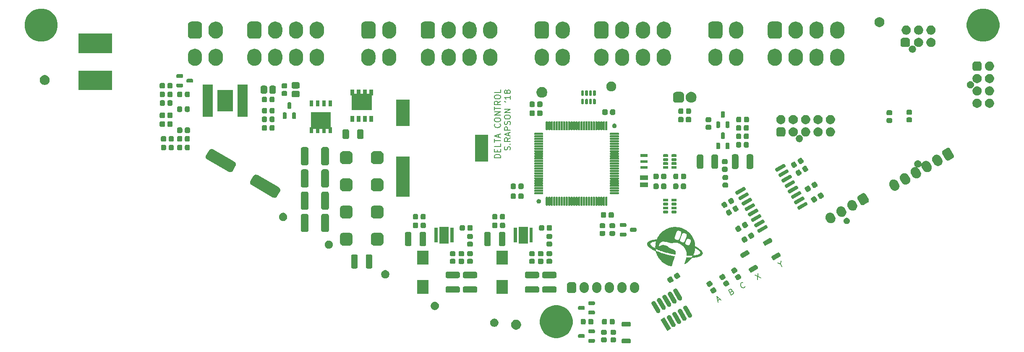
<source format=gbr>
G04 #@! TF.GenerationSoftware,KiCad,Pcbnew,(5.0.0-rc2-dev-296-g4594fedc2)*
G04 #@! TF.CreationDate,2018-04-30T23:58:46+09:30*
G04 #@! TF.ProjectId,zaphod-controller,7A6170686F642D636F6E74726F6C6C65,1.0*
G04 #@! TF.SameCoordinates,Original*
G04 #@! TF.FileFunction,Soldermask,Top*
G04 #@! TF.FilePolarity,Negative*
%FSLAX46Y46*%
G04 Gerber Fmt 4.6, Leading zero omitted, Abs format (unit mm)*
G04 Created by KiCad (PCBNEW (5.0.0-rc2-dev-296-g4594fedc2)) date 04/30/18 23:58:46*
%MOMM*%
%LPD*%
G01*
G04 APERTURE LIST*
%ADD10C,0.200000*%
%ADD11C,0.010000*%
%ADD12C,0.100000*%
G04 APERTURE END LIST*
D10*
X203186904Y-102377318D02*
X203448809Y-102830950D01*
X202581266Y-102061656D02*
X203186904Y-102377318D01*
X203216352Y-101694989D01*
X197981266Y-104561656D02*
X199166352Y-105147617D01*
X198616352Y-104194989D02*
X198531266Y-105514284D01*
X195991289Y-106869986D02*
X195972116Y-106941539D01*
X195862217Y-107065474D01*
X195771491Y-107117855D01*
X195609210Y-107151063D01*
X195466103Y-107112718D01*
X195368359Y-107048182D01*
X195218234Y-106892919D01*
X195139662Y-106756830D01*
X195080264Y-106549186D01*
X195073246Y-106432269D01*
X195111591Y-106289162D01*
X195221491Y-106165227D01*
X195312217Y-106112846D01*
X195474497Y-106079638D01*
X195546051Y-106098811D01*
X190464850Y-109689723D02*
X190918482Y-109427818D01*
X190531266Y-110014284D02*
X190298809Y-108878322D01*
X191166352Y-109647617D01*
X193228759Y-107892669D02*
X193391039Y-107859461D01*
X193462593Y-107878633D01*
X193560337Y-107943169D01*
X193638908Y-108079259D01*
X193645926Y-108196176D01*
X193626753Y-108267730D01*
X193562217Y-108365474D01*
X193199311Y-108574998D01*
X192649311Y-107622370D01*
X192966854Y-107439037D01*
X193083771Y-107432019D01*
X193155325Y-107451192D01*
X193253069Y-107515728D01*
X193305450Y-107606454D01*
X193312467Y-107723371D01*
X193293295Y-107794925D01*
X193228759Y-107892669D01*
X192911216Y-108076002D01*
X146642857Y-80815714D02*
X145442857Y-80815714D01*
X145442857Y-80530000D01*
X145500000Y-80358571D01*
X145614285Y-80244285D01*
X145728571Y-80187142D01*
X145957142Y-80130000D01*
X146128571Y-80130000D01*
X146357142Y-80187142D01*
X146471428Y-80244285D01*
X146585714Y-80358571D01*
X146642857Y-80530000D01*
X146642857Y-80815714D01*
X146014285Y-79615714D02*
X146014285Y-79215714D01*
X146642857Y-79044285D02*
X146642857Y-79615714D01*
X145442857Y-79615714D01*
X145442857Y-79044285D01*
X146642857Y-77958571D02*
X146642857Y-78530000D01*
X145442857Y-78530000D01*
X145442857Y-77730000D02*
X145442857Y-77044285D01*
X146642857Y-77387142D02*
X145442857Y-77387142D01*
X146300000Y-76701428D02*
X146300000Y-76130000D01*
X146642857Y-76815714D02*
X145442857Y-76415714D01*
X146642857Y-76015714D01*
X146528571Y-74015714D02*
X146585714Y-74072857D01*
X146642857Y-74244285D01*
X146642857Y-74358571D01*
X146585714Y-74530000D01*
X146471428Y-74644285D01*
X146357142Y-74701428D01*
X146128571Y-74758571D01*
X145957142Y-74758571D01*
X145728571Y-74701428D01*
X145614285Y-74644285D01*
X145500000Y-74530000D01*
X145442857Y-74358571D01*
X145442857Y-74244285D01*
X145500000Y-74072857D01*
X145557142Y-74015714D01*
X145442857Y-73272857D02*
X145442857Y-73044285D01*
X145500000Y-72930000D01*
X145614285Y-72815714D01*
X145842857Y-72758571D01*
X146242857Y-72758571D01*
X146471428Y-72815714D01*
X146585714Y-72930000D01*
X146642857Y-73044285D01*
X146642857Y-73272857D01*
X146585714Y-73387142D01*
X146471428Y-73501428D01*
X146242857Y-73558571D01*
X145842857Y-73558571D01*
X145614285Y-73501428D01*
X145500000Y-73387142D01*
X145442857Y-73272857D01*
X146642857Y-72244285D02*
X145442857Y-72244285D01*
X146642857Y-71558571D01*
X145442857Y-71558571D01*
X145442857Y-71158571D02*
X145442857Y-70472857D01*
X146642857Y-70815714D02*
X145442857Y-70815714D01*
X146642857Y-69387142D02*
X146071428Y-69787142D01*
X146642857Y-70072857D02*
X145442857Y-70072857D01*
X145442857Y-69615714D01*
X145500000Y-69501428D01*
X145557142Y-69444285D01*
X145671428Y-69387142D01*
X145842857Y-69387142D01*
X145957142Y-69444285D01*
X146014285Y-69501428D01*
X146071428Y-69615714D01*
X146071428Y-70072857D01*
X145442857Y-68644285D02*
X145442857Y-68415714D01*
X145500000Y-68301428D01*
X145614285Y-68187142D01*
X145842857Y-68130000D01*
X146242857Y-68130000D01*
X146471428Y-68187142D01*
X146585714Y-68301428D01*
X146642857Y-68415714D01*
X146642857Y-68644285D01*
X146585714Y-68758571D01*
X146471428Y-68872857D01*
X146242857Y-68930000D01*
X145842857Y-68930000D01*
X145614285Y-68872857D01*
X145500000Y-68758571D01*
X145442857Y-68644285D01*
X146642857Y-67044285D02*
X146642857Y-67615714D01*
X145442857Y-67615714D01*
X148585714Y-79272857D02*
X148642857Y-79101428D01*
X148642857Y-78815714D01*
X148585714Y-78701428D01*
X148528571Y-78644285D01*
X148414285Y-78587142D01*
X148300000Y-78587142D01*
X148185714Y-78644285D01*
X148128571Y-78701428D01*
X148071428Y-78815714D01*
X148014285Y-79044285D01*
X147957142Y-79158571D01*
X147900000Y-79215714D01*
X147785714Y-79272857D01*
X147671428Y-79272857D01*
X147557142Y-79215714D01*
X147500000Y-79158571D01*
X147442857Y-79044285D01*
X147442857Y-78758571D01*
X147500000Y-78587142D01*
X148528571Y-78072857D02*
X148585714Y-78015714D01*
X148642857Y-78072857D01*
X148585714Y-78130000D01*
X148528571Y-78072857D01*
X148642857Y-78072857D01*
X148642857Y-76815714D02*
X148071428Y-77215714D01*
X148642857Y-77501428D02*
X147442857Y-77501428D01*
X147442857Y-77044285D01*
X147500000Y-76930000D01*
X147557142Y-76872857D01*
X147671428Y-76815714D01*
X147842857Y-76815714D01*
X147957142Y-76872857D01*
X148014285Y-76930000D01*
X148071428Y-77044285D01*
X148071428Y-77501428D01*
X148300000Y-76358571D02*
X148300000Y-75787142D01*
X148642857Y-76472857D02*
X147442857Y-76072857D01*
X148642857Y-75672857D01*
X148642857Y-75272857D02*
X147442857Y-75272857D01*
X147442857Y-74815714D01*
X147500000Y-74701428D01*
X147557142Y-74644285D01*
X147671428Y-74587142D01*
X147842857Y-74587142D01*
X147957142Y-74644285D01*
X148014285Y-74701428D01*
X148071428Y-74815714D01*
X148071428Y-75272857D01*
X148585714Y-74130000D02*
X148642857Y-73958571D01*
X148642857Y-73672857D01*
X148585714Y-73558571D01*
X148528571Y-73501428D01*
X148414285Y-73444285D01*
X148300000Y-73444285D01*
X148185714Y-73501428D01*
X148128571Y-73558571D01*
X148071428Y-73672857D01*
X148014285Y-73901428D01*
X147957142Y-74015714D01*
X147900000Y-74072857D01*
X147785714Y-74130000D01*
X147671428Y-74130000D01*
X147557142Y-74072857D01*
X147500000Y-74015714D01*
X147442857Y-73901428D01*
X147442857Y-73615714D01*
X147500000Y-73444285D01*
X147442857Y-72701428D02*
X147442857Y-72472857D01*
X147500000Y-72358571D01*
X147614285Y-72244285D01*
X147842857Y-72187142D01*
X148242857Y-72187142D01*
X148471428Y-72244285D01*
X148585714Y-72358571D01*
X148642857Y-72472857D01*
X148642857Y-72701428D01*
X148585714Y-72815714D01*
X148471428Y-72930000D01*
X148242857Y-72987142D01*
X147842857Y-72987142D01*
X147614285Y-72930000D01*
X147500000Y-72815714D01*
X147442857Y-72701428D01*
X148642857Y-71672857D02*
X147442857Y-71672857D01*
X148642857Y-70987142D01*
X147442857Y-70987142D01*
X147442857Y-69444285D02*
X147671428Y-69558571D01*
X148642857Y-68301428D02*
X148642857Y-68987142D01*
X148642857Y-68644285D02*
X147442857Y-68644285D01*
X147614285Y-68758571D01*
X147728571Y-68872857D01*
X147785714Y-68987142D01*
X147957142Y-67615714D02*
X147900000Y-67730000D01*
X147842857Y-67787142D01*
X147728571Y-67844285D01*
X147671428Y-67844285D01*
X147557142Y-67787142D01*
X147500000Y-67730000D01*
X147442857Y-67615714D01*
X147442857Y-67387142D01*
X147500000Y-67272857D01*
X147557142Y-67215714D01*
X147671428Y-67158571D01*
X147728571Y-67158571D01*
X147842857Y-67215714D01*
X147900000Y-67272857D01*
X147957142Y-67387142D01*
X147957142Y-67615714D01*
X148014285Y-67730000D01*
X148071428Y-67787142D01*
X148185714Y-67844285D01*
X148414285Y-67844285D01*
X148528571Y-67787142D01*
X148585714Y-67730000D01*
X148642857Y-67615714D01*
X148642857Y-67387142D01*
X148585714Y-67272857D01*
X148528571Y-67215714D01*
X148414285Y-67158571D01*
X148185714Y-67158571D01*
X148071428Y-67215714D01*
X148014285Y-67272857D01*
X147957142Y-67387142D01*
D11*
G36*
X179917157Y-95351787D02*
X179956736Y-95329484D01*
X179993505Y-95309106D01*
X180026177Y-95291391D01*
X180053469Y-95277083D01*
X180059599Y-95273976D01*
X180225806Y-95194726D01*
X180392369Y-95123837D01*
X180559674Y-95061204D01*
X180728109Y-95006722D01*
X180898060Y-94960285D01*
X181069912Y-94921788D01*
X181244055Y-94891126D01*
X181420874Y-94868194D01*
X181600756Y-94852885D01*
X181607766Y-94852445D01*
X181793847Y-94845023D01*
X181978505Y-94845835D01*
X182161565Y-94854831D01*
X182342858Y-94871962D01*
X182522207Y-94897181D01*
X182699444Y-94930437D01*
X182874393Y-94971683D01*
X183046885Y-95020869D01*
X183216745Y-95077947D01*
X183383802Y-95142868D01*
X183547882Y-95215583D01*
X183708814Y-95296043D01*
X183866426Y-95384200D01*
X184020544Y-95480003D01*
X184159070Y-95574834D01*
X184305393Y-95684548D01*
X184446320Y-95800251D01*
X184581517Y-95921609D01*
X184710652Y-96048290D01*
X184833392Y-96179959D01*
X184949406Y-96316285D01*
X185058363Y-96456933D01*
X185108329Y-96526268D01*
X185182226Y-96635679D01*
X185254720Y-96751551D01*
X185324682Y-96871886D01*
X185390987Y-96994683D01*
X185452508Y-97117943D01*
X185500151Y-97221482D01*
X185566766Y-97382528D01*
X185626538Y-97548218D01*
X185679323Y-97718022D01*
X185724980Y-97891410D01*
X185763365Y-98067849D01*
X185794335Y-98246810D01*
X185812671Y-98382869D01*
X185817648Y-98426512D01*
X185822087Y-98468618D01*
X185825907Y-98508211D01*
X185829030Y-98544320D01*
X185831379Y-98575970D01*
X185832875Y-98602189D01*
X185833438Y-98622003D01*
X185832992Y-98634438D01*
X185832946Y-98634814D01*
X185831639Y-98669298D01*
X185837322Y-98699252D01*
X185850247Y-98725270D01*
X185870659Y-98747942D01*
X185885187Y-98759213D01*
X185896751Y-98766448D01*
X185914346Y-98776473D01*
X185936366Y-98788419D01*
X185961206Y-98801421D01*
X185987260Y-98814607D01*
X185992326Y-98817117D01*
X186138097Y-98891121D01*
X186275794Y-98965293D01*
X186405810Y-99039886D01*
X186528537Y-99115152D01*
X186644370Y-99191343D01*
X186753699Y-99268711D01*
X186856918Y-99347508D01*
X186954420Y-99427986D01*
X186984293Y-99453974D01*
X187058174Y-99522429D01*
X187124367Y-99590779D01*
X187182808Y-99658895D01*
X187233435Y-99726655D01*
X187276188Y-99793928D01*
X187311002Y-99860590D01*
X187337816Y-99926514D01*
X187356568Y-99991574D01*
X187367195Y-100055643D01*
X187369635Y-100118594D01*
X187363826Y-100180301D01*
X187357514Y-100211898D01*
X187338977Y-100271780D01*
X187312195Y-100329765D01*
X187277180Y-100385837D01*
X187233944Y-100439980D01*
X187182498Y-100492178D01*
X187123887Y-100541616D01*
X187108843Y-100552439D01*
X187087824Y-100566397D01*
X187062311Y-100582609D01*
X187033781Y-100600189D01*
X187003713Y-100618256D01*
X186973585Y-100635925D01*
X186944876Y-100652313D01*
X186919063Y-100666537D01*
X186897627Y-100677714D01*
X186889459Y-100681675D01*
X186824765Y-100710194D01*
X186752839Y-100738732D01*
X186674904Y-100766923D01*
X186592185Y-100794396D01*
X186505908Y-100820781D01*
X186417296Y-100845711D01*
X186327576Y-100868817D01*
X186237970Y-100889729D01*
X186149705Y-100908077D01*
X186118191Y-100914040D01*
X186058299Y-100924461D01*
X185991011Y-100935091D01*
X185917391Y-100945803D01*
X185838503Y-100956469D01*
X185755410Y-100966961D01*
X185669178Y-100977150D01*
X185580870Y-100986910D01*
X185491549Y-100996112D01*
X185402281Y-101004628D01*
X185314128Y-101012331D01*
X185271277Y-101015802D01*
X185245242Y-101017965D01*
X185223959Y-101020417D01*
X185206308Y-101023900D01*
X185191173Y-101029151D01*
X185177435Y-101036913D01*
X185163977Y-101047924D01*
X185149681Y-101062926D01*
X185133427Y-101082659D01*
X185114099Y-101107863D01*
X185096232Y-101131714D01*
X184980330Y-101280990D01*
X184861334Y-101422733D01*
X184739317Y-101556878D01*
X184614355Y-101683357D01*
X184486518Y-101802103D01*
X184355880Y-101913052D01*
X184222517Y-102016135D01*
X184086499Y-102111286D01*
X183947900Y-102198437D01*
X183878401Y-102238577D01*
X183784731Y-102291110D01*
X183938791Y-101737807D01*
X183957803Y-101669529D01*
X183976500Y-101602384D01*
X183994726Y-101536945D01*
X184012319Y-101473782D01*
X184029120Y-101413467D01*
X184044972Y-101356571D01*
X184059714Y-101303663D01*
X184073187Y-101255315D01*
X184085233Y-101212099D01*
X184095692Y-101174586D01*
X184104405Y-101143348D01*
X184111213Y-101118952D01*
X184115956Y-101101973D01*
X184116946Y-101098436D01*
X184141043Y-101012368D01*
X184237832Y-101015716D01*
X184325584Y-101018510D01*
X184408020Y-101020598D01*
X184486621Y-101021967D01*
X184562869Y-101022605D01*
X184638247Y-101022503D01*
X184714235Y-101021647D01*
X184792318Y-101020026D01*
X184873975Y-101017631D01*
X184960692Y-101014448D01*
X185053947Y-101010466D01*
X185080801Y-101009236D01*
X185112149Y-101007413D01*
X185136373Y-101004919D01*
X185154812Y-101001297D01*
X185168807Y-100996091D01*
X185179696Y-100988844D01*
X185188818Y-100979097D01*
X185195066Y-100970245D01*
X185199864Y-100962567D01*
X185208184Y-100948914D01*
X185219518Y-100930140D01*
X185233359Y-100907098D01*
X185249195Y-100880645D01*
X185266523Y-100851635D01*
X185284831Y-100820923D01*
X185303613Y-100789364D01*
X185322359Y-100757813D01*
X185340561Y-100727125D01*
X185357713Y-100698155D01*
X185373305Y-100671759D01*
X185386829Y-100648789D01*
X185397778Y-100630103D01*
X185405641Y-100616553D01*
X185409912Y-100608997D01*
X185410540Y-100607742D01*
X185409703Y-100607638D01*
X185449934Y-100584411D01*
X185455315Y-100586146D01*
X185468281Y-100586827D01*
X185488024Y-100586528D01*
X185513739Y-100585318D01*
X185544618Y-100583268D01*
X185579855Y-100580450D01*
X185618642Y-100576935D01*
X185660173Y-100572796D01*
X185703640Y-100568103D01*
X185748238Y-100562926D01*
X185793160Y-100557339D01*
X185837597Y-100551411D01*
X185861540Y-100548032D01*
X185977818Y-100530298D01*
X186085959Y-100511766D01*
X186186260Y-100492363D01*
X186279020Y-100472015D01*
X186364537Y-100450651D01*
X186443107Y-100428199D01*
X186515030Y-100404585D01*
X186580604Y-100379737D01*
X186617943Y-100363795D01*
X186647040Y-100349822D01*
X186679775Y-100332507D01*
X186713930Y-100313150D01*
X186747286Y-100293054D01*
X186777624Y-100273524D01*
X186802723Y-100255860D01*
X186805743Y-100253571D01*
X186846050Y-100219768D01*
X186878736Y-100185637D01*
X186904610Y-100150045D01*
X186924480Y-100111854D01*
X186939154Y-100069929D01*
X186940844Y-100063684D01*
X186949580Y-100021844D01*
X186952606Y-99983047D01*
X186950003Y-99944158D01*
X186944688Y-99914338D01*
X186929681Y-99861857D01*
X186907436Y-99809702D01*
X186877755Y-99757579D01*
X186840433Y-99705191D01*
X186795268Y-99652242D01*
X186742060Y-99598434D01*
X186707889Y-99567119D01*
X186661250Y-99527443D01*
X186608337Y-99485410D01*
X186550627Y-99442068D01*
X186489598Y-99398462D01*
X186426731Y-99355634D01*
X186363502Y-99314633D01*
X186301391Y-99276502D01*
X186274464Y-99260710D01*
X186237772Y-99239848D01*
X186199028Y-99218398D01*
X186158956Y-99196719D01*
X186118282Y-99175169D01*
X186077730Y-99154105D01*
X186038025Y-99133884D01*
X185999893Y-99114862D01*
X185964058Y-99097400D01*
X185931246Y-99081851D01*
X185902181Y-99068576D01*
X185877588Y-99057929D01*
X185858193Y-99050270D01*
X185844720Y-99045956D01*
X185837894Y-99045343D01*
X185837703Y-99045437D01*
X185836600Y-99049945D01*
X185835114Y-99061588D01*
X185833377Y-99079050D01*
X185831516Y-99101018D01*
X185829662Y-99126173D01*
X185829462Y-99129120D01*
X185815974Y-99278217D01*
X185795474Y-99429665D01*
X185767902Y-99583695D01*
X185733203Y-99740533D01*
X185691319Y-99900404D01*
X185642195Y-100063535D01*
X185585771Y-100230155D01*
X185521991Y-100400489D01*
X185490582Y-100479133D01*
X185479420Y-100506759D01*
X185469473Y-100531756D01*
X185461147Y-100553073D01*
X185454848Y-100569660D01*
X185450984Y-100580463D01*
X185449934Y-100584411D01*
X185409703Y-100607638D01*
X185406548Y-100607251D01*
X185394623Y-100606811D01*
X185375301Y-100606427D01*
X185349116Y-100606097D01*
X185316603Y-100605826D01*
X185278296Y-100605617D01*
X185234730Y-100605469D01*
X185186439Y-100605388D01*
X185133957Y-100605372D01*
X185077820Y-100605426D01*
X185018562Y-100605552D01*
X184956718Y-100605752D01*
X184938797Y-100605822D01*
X184845512Y-100606167D01*
X184760381Y-100606404D01*
X184683093Y-100606531D01*
X184613336Y-100606545D01*
X184550796Y-100606442D01*
X184495164Y-100606221D01*
X184446126Y-100605876D01*
X184403372Y-100605406D01*
X184366588Y-100604806D01*
X184335464Y-100604074D01*
X184309687Y-100603207D01*
X184288947Y-100602202D01*
X184272930Y-100601055D01*
X184261324Y-100599763D01*
X184256467Y-100598941D01*
X184247351Y-100596593D01*
X184240710Y-100592968D01*
X184236125Y-100586814D01*
X184233180Y-100576880D01*
X184231457Y-100561913D01*
X184230537Y-100540665D01*
X184230127Y-100520009D01*
X184225601Y-100385700D01*
X184216213Y-100257503D01*
X184201756Y-100134455D01*
X184182023Y-100015596D01*
X184156807Y-99899964D01*
X184125898Y-99786598D01*
X184089091Y-99674536D01*
X184046178Y-99562817D01*
X184001500Y-99460323D01*
X183989255Y-99434444D01*
X183973578Y-99402482D01*
X183955156Y-99365754D01*
X183934676Y-99325572D01*
X183912823Y-99283254D01*
X183890286Y-99240114D01*
X183867750Y-99197465D01*
X183845902Y-99156625D01*
X183825428Y-99118907D01*
X183807016Y-99085626D01*
X183792635Y-99060314D01*
X183751357Y-98992715D01*
X183706537Y-98926786D01*
X183657422Y-98861604D01*
X183603262Y-98796246D01*
X183543307Y-98729788D01*
X183476808Y-98661306D01*
X183435778Y-98621099D01*
X183359143Y-98550776D01*
X183896620Y-98240463D01*
X183923859Y-98284421D01*
X183957595Y-98323909D01*
X183997465Y-98358118D01*
X184006950Y-98364805D01*
X184029178Y-98378397D01*
X184058178Y-98393814D01*
X184092596Y-98410512D01*
X184131075Y-98427946D01*
X184172261Y-98445569D01*
X184214799Y-98462837D01*
X184257332Y-98479206D01*
X184298505Y-98494129D01*
X184336964Y-98507062D01*
X184371353Y-98517461D01*
X184400315Y-98524778D01*
X184409138Y-98526551D01*
X184468879Y-98534036D01*
X184525471Y-98533948D01*
X184579623Y-98526253D01*
X184617460Y-98515991D01*
X184644388Y-98504961D01*
X184674261Y-98489028D01*
X184704609Y-98469787D01*
X184732953Y-98448838D01*
X184756819Y-98427778D01*
X184761464Y-98423034D01*
X184784528Y-98395998D01*
X184807379Y-98364449D01*
X184827967Y-98331464D01*
X184844245Y-98300123D01*
X184846269Y-98295568D01*
X184851688Y-98282082D01*
X184859335Y-98261659D01*
X184868932Y-98235127D01*
X184880200Y-98203318D01*
X184892859Y-98167061D01*
X184906633Y-98127185D01*
X184921243Y-98084522D01*
X184936410Y-98039901D01*
X184951855Y-97994152D01*
X184967301Y-97948105D01*
X184982469Y-97902591D01*
X184997080Y-97858439D01*
X185010857Y-97816479D01*
X185023520Y-97777541D01*
X185034791Y-97742455D01*
X185044392Y-97712053D01*
X185052044Y-97687162D01*
X185057469Y-97668613D01*
X185060377Y-97657290D01*
X185063735Y-97631333D01*
X185064440Y-97600505D01*
X185062643Y-97567930D01*
X185058491Y-97536726D01*
X185053532Y-97514694D01*
X185045662Y-97491225D01*
X185034492Y-97463723D01*
X185021296Y-97434903D01*
X185007349Y-97407483D01*
X184993927Y-97384176D01*
X184988115Y-97375348D01*
X184954258Y-97333074D01*
X184917088Y-97298498D01*
X184876404Y-97271442D01*
X184861890Y-97263999D01*
X184848208Y-97258174D01*
X184827609Y-97250339D01*
X184801299Y-97240886D01*
X184770481Y-97230203D01*
X184736359Y-97218682D01*
X184700137Y-97206714D01*
X184663017Y-97194688D01*
X184626206Y-97182997D01*
X184590904Y-97172031D01*
X184558318Y-97162178D01*
X184529650Y-97153832D01*
X184506104Y-97147382D01*
X184491320Y-97143750D01*
X184443115Y-97137176D01*
X184393607Y-97138296D01*
X184343840Y-97146664D01*
X184294860Y-97161841D01*
X184247715Y-97183385D01*
X184203449Y-97210855D01*
X184163110Y-97243807D01*
X184127743Y-97281800D01*
X184111011Y-97304361D01*
X184099150Y-97323912D01*
X184087582Y-97347605D01*
X184075597Y-97376994D01*
X184066757Y-97401278D01*
X184057294Y-97427598D01*
X184045688Y-97458881D01*
X184033021Y-97492267D01*
X184020377Y-97524894D01*
X184011600Y-97547043D01*
X183997734Y-97581718D01*
X183986383Y-97610405D01*
X183976859Y-97634953D01*
X183968477Y-97657211D01*
X183960548Y-97679030D01*
X183952387Y-97702259D01*
X183943306Y-97728748D01*
X183935052Y-97753126D01*
X183924693Y-97784976D01*
X183913951Y-97820076D01*
X183903202Y-97856999D01*
X183892827Y-97894323D01*
X183883202Y-97930623D01*
X183874706Y-97964475D01*
X183867718Y-97994453D01*
X183862616Y-98019134D01*
X183859887Y-98036146D01*
X183857511Y-98089877D01*
X183863084Y-98142381D01*
X183876241Y-98192846D01*
X183896620Y-98240463D01*
X183359143Y-98550776D01*
X183324370Y-98518867D01*
X183210674Y-98424787D01*
X183094691Y-98338858D01*
X182976420Y-98261080D01*
X182855862Y-98191454D01*
X182767088Y-98146102D01*
X182646842Y-98092475D01*
X182523228Y-98046125D01*
X182397052Y-98007267D01*
X182297350Y-97982988D01*
X182826315Y-97677590D01*
X182842427Y-97704830D01*
X182857004Y-97726257D01*
X182871788Y-97743859D01*
X182888525Y-97759628D01*
X182908960Y-97775556D01*
X182917537Y-97781698D01*
X182939307Y-97795290D01*
X182967969Y-97810496D01*
X183002404Y-97826911D01*
X183041497Y-97844130D01*
X183084128Y-97861750D01*
X183129181Y-97879367D01*
X183175539Y-97896576D01*
X183222083Y-97912973D01*
X183267696Y-97928153D01*
X183311261Y-97941713D01*
X183351659Y-97953248D01*
X183387775Y-97962356D01*
X183418490Y-97968630D01*
X183442686Y-97971666D01*
X183442808Y-97971674D01*
X183487367Y-97971250D01*
X183533087Y-97965080D01*
X183576488Y-97953722D01*
X183592785Y-97947702D01*
X183611641Y-97938852D01*
X183634214Y-97926490D01*
X183657792Y-97912267D01*
X183679661Y-97897837D01*
X183697108Y-97884852D01*
X183700062Y-97882371D01*
X183724160Y-97859329D01*
X183746357Y-97834022D01*
X183764532Y-97808988D01*
X183772196Y-97795972D01*
X183776794Y-97786145D01*
X183784052Y-97769155D01*
X183793670Y-97745768D01*
X183805345Y-97716753D01*
X183818776Y-97682877D01*
X183833659Y-97644908D01*
X183849694Y-97603615D01*
X183866579Y-97559762D01*
X183884012Y-97514121D01*
X183901690Y-97467456D01*
X183908608Y-97449088D01*
X183931204Y-97388567D01*
X183954256Y-97326025D01*
X183977574Y-97262027D01*
X184000965Y-97197138D01*
X184024237Y-97131923D01*
X184047198Y-97066945D01*
X184069657Y-97002768D01*
X184091421Y-96939958D01*
X184112300Y-96879078D01*
X184132101Y-96820694D01*
X184150632Y-96765368D01*
X184167702Y-96713666D01*
X184183120Y-96666152D01*
X184196693Y-96623390D01*
X184208228Y-96585945D01*
X184217536Y-96554380D01*
X184224423Y-96529261D01*
X184228699Y-96511152D01*
X184229992Y-96503359D01*
X184231599Y-96456731D01*
X184226735Y-96408956D01*
X184215960Y-96361059D01*
X184199835Y-96314060D01*
X184178922Y-96268982D01*
X184153781Y-96226849D01*
X184124974Y-96188684D01*
X184093062Y-96155509D01*
X184058607Y-96128348D01*
X184022170Y-96108222D01*
X184010630Y-96103598D01*
X183985620Y-96094613D01*
X183956083Y-96084230D01*
X183923062Y-96072797D01*
X183887605Y-96060662D01*
X183850756Y-96048173D01*
X183813562Y-96035679D01*
X183777068Y-96023528D01*
X183742321Y-96012068D01*
X183710366Y-96001648D01*
X183682249Y-95992616D01*
X183659014Y-95985318D01*
X183641709Y-95980105D01*
X183631514Y-95977355D01*
X183586363Y-95970272D01*
X183541900Y-95969856D01*
X183497270Y-95976298D01*
X183451618Y-95989791D01*
X183404084Y-96010528D01*
X183353813Y-96038703D01*
X183350718Y-96040618D01*
X183307774Y-96071833D01*
X183271640Y-96107966D01*
X183241974Y-96149403D01*
X183224202Y-96183230D01*
X183219228Y-96194924D01*
X183212093Y-96212789D01*
X183203494Y-96235024D01*
X183194128Y-96259830D01*
X183185925Y-96282031D01*
X183179256Y-96300171D01*
X183169990Y-96325227D01*
X183158501Y-96356186D01*
X183145169Y-96392038D01*
X183130367Y-96431770D01*
X183114474Y-96474371D01*
X183097866Y-96518830D01*
X183080920Y-96564135D01*
X183069959Y-96593406D01*
X183032993Y-96692314D01*
X182999047Y-96783656D01*
X182968017Y-96867735D01*
X182939797Y-96944857D01*
X182914285Y-97015321D01*
X182891376Y-97079435D01*
X182870967Y-97137500D01*
X182852953Y-97189821D01*
X182837231Y-97236700D01*
X182823696Y-97278442D01*
X182812244Y-97315350D01*
X182802773Y-97347726D01*
X182795176Y-97375876D01*
X182789350Y-97400102D01*
X182785193Y-97420709D01*
X182783931Y-97428276D01*
X182779261Y-97482479D01*
X182781401Y-97538032D01*
X182790145Y-97591234D01*
X182794804Y-97609438D01*
X182799943Y-97625089D01*
X182806624Y-97640721D01*
X182815908Y-97658868D01*
X182826315Y-97677590D01*
X182297350Y-97982988D01*
X182269124Y-97976116D01*
X182140252Y-97952886D01*
X182011244Y-97937794D01*
X181972255Y-97934860D01*
X181873682Y-97931294D01*
X181771747Y-97933058D01*
X181668510Y-97939955D01*
X181566027Y-97951788D01*
X181466358Y-97968362D01*
X181371563Y-97989481D01*
X181355994Y-97993532D01*
X181275018Y-98012273D01*
X181197724Y-98024231D01*
X181122801Y-98029460D01*
X181048938Y-98028015D01*
X180974822Y-98019949D01*
X180926195Y-98011244D01*
X180907381Y-98006782D01*
X180882488Y-97999988D01*
X180853392Y-97991421D01*
X180821970Y-97981647D01*
X180790098Y-97971224D01*
X180772855Y-97965350D01*
X180587272Y-97905338D01*
X180529432Y-97889179D01*
X181742154Y-97189014D01*
X181755962Y-97212665D01*
X181766953Y-97230503D01*
X181776299Y-97244177D01*
X181785177Y-97255341D01*
X181794761Y-97265644D01*
X181801109Y-97271879D01*
X181821233Y-97289714D01*
X181843854Y-97306697D01*
X181869872Y-97323313D01*
X181900182Y-97340049D01*
X181935682Y-97357387D01*
X181977268Y-97375813D01*
X182025839Y-97395813D01*
X182043199Y-97402701D01*
X182066148Y-97411116D01*
X182094499Y-97420534D01*
X182126746Y-97430546D01*
X182161386Y-97440736D01*
X182196916Y-97450694D01*
X182231831Y-97460009D01*
X182264628Y-97468266D01*
X182293801Y-97475054D01*
X182317848Y-97479962D01*
X182334323Y-97482480D01*
X182379892Y-97484721D01*
X182423945Y-97481833D01*
X182464375Y-97474037D01*
X182488616Y-97466090D01*
X182499644Y-97460638D01*
X182515650Y-97451351D01*
X182534793Y-97439414D01*
X182555234Y-97426014D01*
X182575134Y-97412337D01*
X182592654Y-97399569D01*
X182597183Y-97396085D01*
X182615261Y-97381460D01*
X182631220Y-97367221D01*
X182645544Y-97352537D01*
X182658710Y-97336579D01*
X182671201Y-97318518D01*
X182683498Y-97297526D01*
X182696080Y-97272773D01*
X182709429Y-97243433D01*
X182724025Y-97208674D01*
X182740351Y-97167670D01*
X182758884Y-97119590D01*
X182761382Y-97113036D01*
X182799409Y-97012577D01*
X182836014Y-96914698D01*
X182871084Y-96819729D01*
X182904512Y-96728001D01*
X182936183Y-96639844D01*
X182965990Y-96555589D01*
X182993822Y-96475566D01*
X183019569Y-96400106D01*
X183043119Y-96329538D01*
X183064363Y-96264195D01*
X183083190Y-96204406D01*
X183099491Y-96150502D01*
X183113154Y-96102812D01*
X183124069Y-96061669D01*
X183132126Y-96027401D01*
X183137215Y-96000341D01*
X183139189Y-95981860D01*
X183137407Y-95928923D01*
X183128225Y-95876575D01*
X183112196Y-95825841D01*
X183089865Y-95777747D01*
X183061786Y-95733320D01*
X183028505Y-95693585D01*
X182990574Y-95659567D01*
X182953313Y-95634911D01*
X182929808Y-95622724D01*
X182900013Y-95608815D01*
X182865736Y-95593928D01*
X182828787Y-95578805D01*
X182790976Y-95564191D01*
X182754112Y-95550828D01*
X182723600Y-95540599D01*
X182692680Y-95531215D01*
X182658845Y-95521801D01*
X182623566Y-95512693D01*
X182588323Y-95504226D01*
X182554589Y-95496734D01*
X182523841Y-95490553D01*
X182497553Y-95486018D01*
X182477202Y-95483463D01*
X182470176Y-95483044D01*
X182426756Y-95485702D01*
X182381355Y-95495295D01*
X182335480Y-95511048D01*
X182290644Y-95532183D01*
X182248354Y-95557922D01*
X182210118Y-95587490D01*
X182177446Y-95620106D01*
X182159605Y-95643011D01*
X182152697Y-95654847D01*
X182143958Y-95672560D01*
X182134360Y-95694039D01*
X182124874Y-95717174D01*
X182121888Y-95724936D01*
X182112432Y-95749690D01*
X182100893Y-95779474D01*
X182088375Y-95811465D01*
X182075977Y-95842847D01*
X182068197Y-95862352D01*
X182061095Y-95880651D01*
X182051619Y-95905963D01*
X182040126Y-95937288D01*
X182026977Y-95973625D01*
X182012529Y-96013975D01*
X181997139Y-96057336D01*
X181981169Y-96102709D01*
X181964975Y-96149094D01*
X181952275Y-96185753D01*
X181933650Y-96239681D01*
X181913019Y-96299374D01*
X181891057Y-96362883D01*
X181868439Y-96428259D01*
X181845837Y-96493553D01*
X181823928Y-96556819D01*
X181803383Y-96616107D01*
X181784879Y-96669469D01*
X181783735Y-96672767D01*
X181764263Y-96729259D01*
X181746872Y-96780466D01*
X181731689Y-96825994D01*
X181718843Y-96865448D01*
X181708460Y-96898430D01*
X181700668Y-96924547D01*
X181695595Y-96943400D01*
X181693705Y-96952209D01*
X181690324Y-96986043D01*
X181690384Y-97024010D01*
X181693706Y-97062582D01*
X181700117Y-97098238D01*
X181701216Y-97102664D01*
X181705454Y-97116527D01*
X181711556Y-97131612D01*
X181720290Y-97149532D01*
X181732419Y-97171902D01*
X181742154Y-97189014D01*
X180529432Y-97889179D01*
X180396890Y-97852151D01*
X180201643Y-97805772D01*
X180001471Y-97766191D01*
X179796305Y-97733390D01*
X179642365Y-97713605D01*
X179554898Y-97705464D01*
X179474026Y-97702084D01*
X179399327Y-97703490D01*
X179330376Y-97709707D01*
X179266750Y-97720763D01*
X179208025Y-97736682D01*
X179195713Y-97740842D01*
X179126814Y-97768712D01*
X179057802Y-97803723D01*
X178990450Y-97844766D01*
X178926533Y-97890730D01*
X178867825Y-97940503D01*
X178850496Y-97956988D01*
X178816121Y-97992268D01*
X178784337Y-98028467D01*
X178754587Y-98066489D01*
X178726317Y-98107240D01*
X178698974Y-98151626D01*
X178672002Y-98200550D01*
X178644849Y-98254917D01*
X178616959Y-98315634D01*
X178587776Y-98383604D01*
X178584735Y-98390912D01*
X178566522Y-98435922D01*
X178551973Y-98474622D01*
X178540749Y-98508163D01*
X178532506Y-98537693D01*
X178526903Y-98564361D01*
X178523599Y-98589315D01*
X178522849Y-98598986D01*
X178523394Y-98636919D01*
X178529971Y-98669060D01*
X178542344Y-98695307D01*
X178560279Y-98715561D01*
X178583541Y-98729722D01*
X178611895Y-98737691D01*
X178645107Y-98739368D01*
X178682942Y-98734653D01*
X178725166Y-98723447D01*
X178771543Y-98705650D01*
X178772780Y-98705109D01*
X178786268Y-98698900D01*
X178805910Y-98689471D01*
X178830344Y-98677496D01*
X178858205Y-98663649D01*
X178888131Y-98648602D01*
X178918758Y-98633032D01*
X178922999Y-98630861D01*
X178954374Y-98614860D01*
X178985912Y-98598904D01*
X179016097Y-98583751D01*
X179043410Y-98570159D01*
X179066335Y-98558886D01*
X179083354Y-98550692D01*
X179084226Y-98550281D01*
X179154284Y-98520847D01*
X179223289Y-98499213D01*
X179292454Y-98485196D01*
X179362991Y-98478614D01*
X179436112Y-98479280D01*
X179506684Y-98486134D01*
X179524012Y-98489103D01*
X179548326Y-98494188D01*
X179578734Y-98501146D01*
X179614346Y-98509734D01*
X179654270Y-98519707D01*
X179697613Y-98530822D01*
X179743486Y-98542837D01*
X179790997Y-98555506D01*
X179839255Y-98568585D01*
X179887367Y-98581834D01*
X179934444Y-98595005D01*
X179979594Y-98607858D01*
X180021925Y-98620147D01*
X180060546Y-98631630D01*
X180094565Y-98642062D01*
X180123093Y-98651200D01*
X180145237Y-98658801D01*
X180160104Y-98664620D01*
X180160718Y-98664895D01*
X180196772Y-98684216D01*
X180232544Y-98709685D01*
X180269361Y-98742253D01*
X180271578Y-98744401D01*
X180355032Y-98820509D01*
X180446311Y-98894083D01*
X180545106Y-98964934D01*
X180651105Y-99032870D01*
X180763998Y-99097699D01*
X180883475Y-99159231D01*
X181009224Y-99217273D01*
X181105582Y-99257644D01*
X181154219Y-99277199D01*
X181195912Y-99293994D01*
X181231580Y-99308408D01*
X181262140Y-99320820D01*
X181288513Y-99331608D01*
X181311618Y-99341153D01*
X181332373Y-99349831D01*
X181351696Y-99358023D01*
X181370508Y-99366107D01*
X181389726Y-99374462D01*
X181402823Y-99380197D01*
X181463133Y-99406971D01*
X181516258Y-99431298D01*
X181562965Y-99453632D01*
X181604021Y-99474428D01*
X181640197Y-99494140D01*
X181672260Y-99513223D01*
X181700976Y-99532131D01*
X181727116Y-99551320D01*
X181751446Y-99571243D01*
X181774735Y-99592355D01*
X181795060Y-99612362D01*
X181805400Y-99623212D01*
X181814408Y-99633647D01*
X181823082Y-99645110D01*
X181832423Y-99659047D01*
X181843427Y-99676900D01*
X181857093Y-99700114D01*
X181863930Y-99711915D01*
X181881934Y-99743834D01*
X181895896Y-99770749D01*
X181906533Y-99794653D01*
X181914561Y-99817545D01*
X181920697Y-99841419D01*
X181925660Y-99868273D01*
X181929381Y-99894097D01*
X181933528Y-99945070D01*
X181933446Y-100001956D01*
X181929277Y-100063413D01*
X181921163Y-100128103D01*
X181909244Y-100194685D01*
X181893664Y-100261821D01*
X181888337Y-100281726D01*
X181873968Y-100333776D01*
X181861295Y-100331115D01*
X181853909Y-100329662D01*
X181839400Y-100326890D01*
X181818974Y-100323028D01*
X181793835Y-100318300D01*
X181765183Y-100312937D01*
X181734225Y-100307161D01*
X181730870Y-100306537D01*
X181431514Y-100249174D01*
X181140430Y-100190069D01*
X180857621Y-100129223D01*
X180583089Y-100066636D01*
X180316835Y-100002306D01*
X180058859Y-99936237D01*
X179809165Y-99868428D01*
X179567752Y-99798880D01*
X179334622Y-99727591D01*
X179109778Y-99654563D01*
X179080274Y-99644644D01*
X178937060Y-99595290D01*
X178792902Y-99543647D01*
X178649103Y-99490227D01*
X178506966Y-99435543D01*
X178367796Y-99380105D01*
X178232896Y-99324426D01*
X178103569Y-99269016D01*
X177981120Y-99214386D01*
X177965201Y-99207106D01*
X177938060Y-99195001D01*
X177917900Y-99186785D01*
X177904860Y-99182509D01*
X177899076Y-99182221D01*
X177898776Y-99182887D01*
X177899447Y-99188598D01*
X177901304Y-99201510D01*
X177904171Y-99220470D01*
X177907869Y-99244325D01*
X177912223Y-99271919D01*
X177917054Y-99302100D01*
X177917145Y-99302663D01*
X177922583Y-99336999D01*
X177928036Y-99372541D01*
X177933204Y-99407241D01*
X177937783Y-99439050D01*
X177941473Y-99465919D01*
X177943287Y-99480056D01*
X177947563Y-99514035D01*
X177951299Y-99540972D01*
X177954837Y-99562245D01*
X177958516Y-99579234D01*
X177962676Y-99593314D01*
X177967658Y-99605867D01*
X177973801Y-99618269D01*
X177980240Y-99629809D01*
X177989941Y-99645625D01*
X178000142Y-99659581D01*
X178011663Y-99672177D01*
X178025329Y-99683915D01*
X178041959Y-99695294D01*
X178062376Y-99706819D01*
X178087403Y-99718988D01*
X178117860Y-99732303D01*
X178154570Y-99747265D01*
X178198354Y-99764375D01*
X178205408Y-99767092D01*
X178404012Y-99842636D01*
X178596168Y-99914070D01*
X178782676Y-99981661D01*
X178964335Y-100045673D01*
X179141946Y-100106374D01*
X179316308Y-100164030D01*
X179488220Y-100218907D01*
X179658485Y-100271272D01*
X179827898Y-100321391D01*
X179997262Y-100369530D01*
X180096448Y-100396829D01*
X180268448Y-100442804D01*
X180435822Y-100485870D01*
X180600406Y-100526443D01*
X180764033Y-100564942D01*
X180928537Y-100601789D01*
X181095753Y-100637403D01*
X181267514Y-100672204D01*
X181445653Y-100706611D01*
X181470883Y-100711360D01*
X181524421Y-100721470D01*
X181570142Y-100730249D01*
X181608575Y-100737815D01*
X181640246Y-100744275D01*
X181665682Y-100749748D01*
X181685411Y-100754344D01*
X181699959Y-100758177D01*
X181709854Y-100761362D01*
X181715622Y-100764010D01*
X181715644Y-100764024D01*
X181721770Y-100768677D01*
X181723781Y-100774122D01*
X181722245Y-100783309D01*
X181720546Y-100789450D01*
X181718678Y-100795550D01*
X181714265Y-100809688D01*
X181707321Y-100831828D01*
X181697855Y-100861934D01*
X181685880Y-100899974D01*
X181671406Y-100945911D01*
X181654443Y-100999710D01*
X181635003Y-101061336D01*
X181613098Y-101130755D01*
X181588739Y-101207931D01*
X181561935Y-101292830D01*
X181532697Y-101385415D01*
X181501039Y-101485654D01*
X181466971Y-101593510D01*
X181430502Y-101708948D01*
X181391645Y-101831934D01*
X181350411Y-101962432D01*
X181306810Y-102100408D01*
X181260854Y-102245826D01*
X181212554Y-102398652D01*
X181161919Y-102558850D01*
X181123743Y-102679629D01*
X181117766Y-102697651D01*
X181112312Y-102712504D01*
X181108064Y-102722419D01*
X181106006Y-102725600D01*
X181100969Y-102725102D01*
X181088604Y-102722480D01*
X181069720Y-102717957D01*
X181045122Y-102711756D01*
X181015621Y-102704100D01*
X180982020Y-102695213D01*
X180945131Y-102685315D01*
X180905759Y-102674632D01*
X180864712Y-102663385D01*
X180822798Y-102651796D01*
X180780824Y-102640090D01*
X180739597Y-102628489D01*
X180699926Y-102617215D01*
X180662617Y-102606492D01*
X180628478Y-102596542D01*
X180598318Y-102587589D01*
X180572942Y-102579854D01*
X180553160Y-102573563D01*
X180544609Y-102570675D01*
X180380703Y-102509587D01*
X180221638Y-102442350D01*
X180066827Y-102368636D01*
X179915687Y-102288118D01*
X179767632Y-102200466D01*
X179622075Y-102105354D01*
X179478432Y-102002452D01*
X179342299Y-101896444D01*
X179231128Y-101803512D01*
X179126080Y-101709437D01*
X179026216Y-101613200D01*
X178930603Y-101513782D01*
X178838304Y-101410166D01*
X178748383Y-101301334D01*
X178659903Y-101186268D01*
X178571930Y-101063949D01*
X178556750Y-101042060D01*
X178544130Y-101023018D01*
X178528040Y-100997554D01*
X178509051Y-100966661D01*
X178487736Y-100931325D01*
X178464664Y-100892538D01*
X178440409Y-100851289D01*
X178415541Y-100808570D01*
X178390632Y-100765370D01*
X178366252Y-100722679D01*
X178342974Y-100681486D01*
X178321369Y-100642784D01*
X178302009Y-100607559D01*
X178285465Y-100576805D01*
X178272308Y-100551510D01*
X178264711Y-100536092D01*
X178201185Y-100396609D01*
X178144290Y-100260275D01*
X178093506Y-100125700D01*
X178048323Y-99991491D01*
X178008220Y-99856258D01*
X177995808Y-99810390D01*
X177988594Y-99783822D01*
X177981574Y-99759301D01*
X177975195Y-99738287D01*
X177969904Y-99722240D01*
X177966146Y-99712620D01*
X177965569Y-99711510D01*
X177961832Y-99705657D01*
X177957258Y-99700291D01*
X177950935Y-99694879D01*
X177941947Y-99688886D01*
X177929382Y-99681777D01*
X177912326Y-99673018D01*
X177889866Y-99662078D01*
X177861087Y-99648418D01*
X177843666Y-99640225D01*
X177699134Y-99570976D01*
X177562374Y-99502555D01*
X177432769Y-99434621D01*
X177309706Y-99366836D01*
X177192569Y-99298858D01*
X177080742Y-99230351D01*
X176973614Y-99160973D01*
X176964990Y-99155217D01*
X176876350Y-99094603D01*
X176795153Y-99036286D01*
X176720848Y-98979779D01*
X176652884Y-98924591D01*
X176590711Y-98870234D01*
X176533776Y-98816220D01*
X176481528Y-98762060D01*
X176433418Y-98707264D01*
X176421602Y-98692424D01*
X176883284Y-98425871D01*
X176901217Y-98456070D01*
X176919385Y-98484732D01*
X176936824Y-98510190D01*
X176952573Y-98530778D01*
X176954536Y-98533115D01*
X177003731Y-98587339D01*
X177058985Y-98641494D01*
X177120562Y-98695767D01*
X177188727Y-98750351D01*
X177263742Y-98805432D01*
X177345873Y-98861200D01*
X177435381Y-98917845D01*
X177532532Y-98975555D01*
X177637588Y-99034521D01*
X177702178Y-99069334D01*
X177733332Y-99085790D01*
X177763985Y-99101793D01*
X177793215Y-99116879D01*
X177820105Y-99130586D01*
X177843731Y-99142448D01*
X177863175Y-99152003D01*
X177877519Y-99158787D01*
X177885840Y-99162336D01*
X177887548Y-99162729D01*
X177888075Y-99158259D01*
X177888062Y-99146683D01*
X177887547Y-99129336D01*
X177886572Y-99107557D01*
X177885176Y-99082685D01*
X177885148Y-99082235D01*
X177878881Y-98920281D01*
X177879698Y-98754460D01*
X177887530Y-98585436D01*
X177902310Y-98413873D01*
X177923971Y-98240438D01*
X177952444Y-98065794D01*
X177987662Y-97890608D01*
X178021106Y-97748685D01*
X178027555Y-97722647D01*
X178033090Y-97699593D01*
X178037437Y-97680703D01*
X178040330Y-97667162D01*
X178041499Y-97660154D01*
X178041416Y-97659443D01*
X178035471Y-97659834D01*
X178022088Y-97661424D01*
X178002186Y-97664072D01*
X177976687Y-97667637D01*
X177946514Y-97671979D01*
X177912584Y-97676958D01*
X177875823Y-97682433D01*
X177837148Y-97688264D01*
X177797482Y-97694309D01*
X177757747Y-97700427D01*
X177718861Y-97706479D01*
X177681749Y-97712325D01*
X177647329Y-97717824D01*
X177616524Y-97722833D01*
X177590254Y-97727214D01*
X177569440Y-97730827D01*
X177555004Y-97733529D01*
X177552256Y-97734097D01*
X177457065Y-97756620D01*
X177368231Y-97782211D01*
X177283996Y-97811534D01*
X177202596Y-97845254D01*
X177122273Y-97884037D01*
X177048600Y-97924307D01*
X177012691Y-97945223D01*
X176983239Y-97963060D01*
X176959177Y-97978622D01*
X176939438Y-97992714D01*
X176922956Y-98006141D01*
X176908664Y-98019708D01*
X176895496Y-98034219D01*
X176883773Y-98048689D01*
X176856726Y-98090180D01*
X176836995Y-98135194D01*
X176824776Y-98182674D01*
X176820263Y-98231562D01*
X176823651Y-98280802D01*
X176833157Y-98323037D01*
X176840522Y-98342718D01*
X176851974Y-98367528D01*
X176866548Y-98395802D01*
X176883284Y-98425871D01*
X176421602Y-98692424D01*
X176388891Y-98651343D01*
X176373549Y-98630728D01*
X176356525Y-98605905D01*
X176338131Y-98576452D01*
X176319296Y-98544103D01*
X176300951Y-98510588D01*
X176284022Y-98477643D01*
X176269441Y-98447000D01*
X176258135Y-98420391D01*
X176252782Y-98405456D01*
X176235006Y-98337905D01*
X176225436Y-98272421D01*
X176224073Y-98208993D01*
X176230921Y-98147610D01*
X176245985Y-98088261D01*
X176269265Y-98030935D01*
X176300767Y-97975623D01*
X176340494Y-97922312D01*
X176388449Y-97870992D01*
X176429368Y-97834180D01*
X176486191Y-97789594D01*
X176547478Y-97747670D01*
X176613890Y-97708062D01*
X176686087Y-97670430D01*
X176764732Y-97634427D01*
X176850484Y-97599710D01*
X176944004Y-97565933D01*
X176946468Y-97565092D01*
X177024443Y-97539577D01*
X177104044Y-97515791D01*
X177185947Y-97493599D01*
X177270830Y-97472870D01*
X177359368Y-97453475D01*
X177452237Y-97435279D01*
X177550114Y-97418151D01*
X177653676Y-97401960D01*
X177763598Y-97386574D01*
X177880556Y-97371861D01*
X178005227Y-97357689D01*
X178018272Y-97356282D01*
X178052978Y-97352381D01*
X178084265Y-97348514D01*
X178111140Y-97344829D01*
X178132611Y-97341469D01*
X178147683Y-97338580D01*
X178155363Y-97336307D01*
X178155531Y-97336214D01*
X178160572Y-97332914D01*
X178165188Y-97328636D01*
X178169923Y-97322375D01*
X178175324Y-97313127D01*
X178181936Y-97299886D01*
X178190307Y-97281647D01*
X178200980Y-97257405D01*
X178211427Y-97233282D01*
X178229145Y-97193444D01*
X178250155Y-97148220D01*
X178273495Y-97099548D01*
X178298205Y-97049368D01*
X178323324Y-96999613D01*
X178347893Y-96952223D01*
X178370953Y-96909135D01*
X178381896Y-96889309D01*
X178475637Y-96730209D01*
X178576177Y-96576054D01*
X178683343Y-96427030D01*
X178796959Y-96283326D01*
X178916854Y-96145129D01*
X179042855Y-96012625D01*
X179174787Y-95886002D01*
X179312476Y-95765447D01*
X179455750Y-95651148D01*
X179604436Y-95543291D01*
X179669191Y-95499470D01*
X179692512Y-95484466D01*
X179722006Y-95466195D01*
X179756390Y-95445399D01*
X179794381Y-95422818D01*
X179834695Y-95399195D01*
X179876048Y-95375270D01*
X179917157Y-95351787D01*
X179917157Y-95351787D01*
G37*
X179917157Y-95351787D02*
X179956736Y-95329484D01*
X179993505Y-95309106D01*
X180026177Y-95291391D01*
X180053469Y-95277083D01*
X180059599Y-95273976D01*
X180225806Y-95194726D01*
X180392369Y-95123837D01*
X180559674Y-95061204D01*
X180728109Y-95006722D01*
X180898060Y-94960285D01*
X181069912Y-94921788D01*
X181244055Y-94891126D01*
X181420874Y-94868194D01*
X181600756Y-94852885D01*
X181607766Y-94852445D01*
X181793847Y-94845023D01*
X181978505Y-94845835D01*
X182161565Y-94854831D01*
X182342858Y-94871962D01*
X182522207Y-94897181D01*
X182699444Y-94930437D01*
X182874393Y-94971683D01*
X183046885Y-95020869D01*
X183216745Y-95077947D01*
X183383802Y-95142868D01*
X183547882Y-95215583D01*
X183708814Y-95296043D01*
X183866426Y-95384200D01*
X184020544Y-95480003D01*
X184159070Y-95574834D01*
X184305393Y-95684548D01*
X184446320Y-95800251D01*
X184581517Y-95921609D01*
X184710652Y-96048290D01*
X184833392Y-96179959D01*
X184949406Y-96316285D01*
X185058363Y-96456933D01*
X185108329Y-96526268D01*
X185182226Y-96635679D01*
X185254720Y-96751551D01*
X185324682Y-96871886D01*
X185390987Y-96994683D01*
X185452508Y-97117943D01*
X185500151Y-97221482D01*
X185566766Y-97382528D01*
X185626538Y-97548218D01*
X185679323Y-97718022D01*
X185724980Y-97891410D01*
X185763365Y-98067849D01*
X185794335Y-98246810D01*
X185812671Y-98382869D01*
X185817648Y-98426512D01*
X185822087Y-98468618D01*
X185825907Y-98508211D01*
X185829030Y-98544320D01*
X185831379Y-98575970D01*
X185832875Y-98602189D01*
X185833438Y-98622003D01*
X185832992Y-98634438D01*
X185832946Y-98634814D01*
X185831639Y-98669298D01*
X185837322Y-98699252D01*
X185850247Y-98725270D01*
X185870659Y-98747942D01*
X185885187Y-98759213D01*
X185896751Y-98766448D01*
X185914346Y-98776473D01*
X185936366Y-98788419D01*
X185961206Y-98801421D01*
X185987260Y-98814607D01*
X185992326Y-98817117D01*
X186138097Y-98891121D01*
X186275794Y-98965293D01*
X186405810Y-99039886D01*
X186528537Y-99115152D01*
X186644370Y-99191343D01*
X186753699Y-99268711D01*
X186856918Y-99347508D01*
X186954420Y-99427986D01*
X186984293Y-99453974D01*
X187058174Y-99522429D01*
X187124367Y-99590779D01*
X187182808Y-99658895D01*
X187233435Y-99726655D01*
X187276188Y-99793928D01*
X187311002Y-99860590D01*
X187337816Y-99926514D01*
X187356568Y-99991574D01*
X187367195Y-100055643D01*
X187369635Y-100118594D01*
X187363826Y-100180301D01*
X187357514Y-100211898D01*
X187338977Y-100271780D01*
X187312195Y-100329765D01*
X187277180Y-100385837D01*
X187233944Y-100439980D01*
X187182498Y-100492178D01*
X187123887Y-100541616D01*
X187108843Y-100552439D01*
X187087824Y-100566397D01*
X187062311Y-100582609D01*
X187033781Y-100600189D01*
X187003713Y-100618256D01*
X186973585Y-100635925D01*
X186944876Y-100652313D01*
X186919063Y-100666537D01*
X186897627Y-100677714D01*
X186889459Y-100681675D01*
X186824765Y-100710194D01*
X186752839Y-100738732D01*
X186674904Y-100766923D01*
X186592185Y-100794396D01*
X186505908Y-100820781D01*
X186417296Y-100845711D01*
X186327576Y-100868817D01*
X186237970Y-100889729D01*
X186149705Y-100908077D01*
X186118191Y-100914040D01*
X186058299Y-100924461D01*
X185991011Y-100935091D01*
X185917391Y-100945803D01*
X185838503Y-100956469D01*
X185755410Y-100966961D01*
X185669178Y-100977150D01*
X185580870Y-100986910D01*
X185491549Y-100996112D01*
X185402281Y-101004628D01*
X185314128Y-101012331D01*
X185271277Y-101015802D01*
X185245242Y-101017965D01*
X185223959Y-101020417D01*
X185206308Y-101023900D01*
X185191173Y-101029151D01*
X185177435Y-101036913D01*
X185163977Y-101047924D01*
X185149681Y-101062926D01*
X185133427Y-101082659D01*
X185114099Y-101107863D01*
X185096232Y-101131714D01*
X184980330Y-101280990D01*
X184861334Y-101422733D01*
X184739317Y-101556878D01*
X184614355Y-101683357D01*
X184486518Y-101802103D01*
X184355880Y-101913052D01*
X184222517Y-102016135D01*
X184086499Y-102111286D01*
X183947900Y-102198437D01*
X183878401Y-102238577D01*
X183784731Y-102291110D01*
X183938791Y-101737807D01*
X183957803Y-101669529D01*
X183976500Y-101602384D01*
X183994726Y-101536945D01*
X184012319Y-101473782D01*
X184029120Y-101413467D01*
X184044972Y-101356571D01*
X184059714Y-101303663D01*
X184073187Y-101255315D01*
X184085233Y-101212099D01*
X184095692Y-101174586D01*
X184104405Y-101143348D01*
X184111213Y-101118952D01*
X184115956Y-101101973D01*
X184116946Y-101098436D01*
X184141043Y-101012368D01*
X184237832Y-101015716D01*
X184325584Y-101018510D01*
X184408020Y-101020598D01*
X184486621Y-101021967D01*
X184562869Y-101022605D01*
X184638247Y-101022503D01*
X184714235Y-101021647D01*
X184792318Y-101020026D01*
X184873975Y-101017631D01*
X184960692Y-101014448D01*
X185053947Y-101010466D01*
X185080801Y-101009236D01*
X185112149Y-101007413D01*
X185136373Y-101004919D01*
X185154812Y-101001297D01*
X185168807Y-100996091D01*
X185179696Y-100988844D01*
X185188818Y-100979097D01*
X185195066Y-100970245D01*
X185199864Y-100962567D01*
X185208184Y-100948914D01*
X185219518Y-100930140D01*
X185233359Y-100907098D01*
X185249195Y-100880645D01*
X185266523Y-100851635D01*
X185284831Y-100820923D01*
X185303613Y-100789364D01*
X185322359Y-100757813D01*
X185340561Y-100727125D01*
X185357713Y-100698155D01*
X185373305Y-100671759D01*
X185386829Y-100648789D01*
X185397778Y-100630103D01*
X185405641Y-100616553D01*
X185409912Y-100608997D01*
X185410540Y-100607742D01*
X185409703Y-100607638D01*
X185449934Y-100584411D01*
X185455315Y-100586146D01*
X185468281Y-100586827D01*
X185488024Y-100586528D01*
X185513739Y-100585318D01*
X185544618Y-100583268D01*
X185579855Y-100580450D01*
X185618642Y-100576935D01*
X185660173Y-100572796D01*
X185703640Y-100568103D01*
X185748238Y-100562926D01*
X185793160Y-100557339D01*
X185837597Y-100551411D01*
X185861540Y-100548032D01*
X185977818Y-100530298D01*
X186085959Y-100511766D01*
X186186260Y-100492363D01*
X186279020Y-100472015D01*
X186364537Y-100450651D01*
X186443107Y-100428199D01*
X186515030Y-100404585D01*
X186580604Y-100379737D01*
X186617943Y-100363795D01*
X186647040Y-100349822D01*
X186679775Y-100332507D01*
X186713930Y-100313150D01*
X186747286Y-100293054D01*
X186777624Y-100273524D01*
X186802723Y-100255860D01*
X186805743Y-100253571D01*
X186846050Y-100219768D01*
X186878736Y-100185637D01*
X186904610Y-100150045D01*
X186924480Y-100111854D01*
X186939154Y-100069929D01*
X186940844Y-100063684D01*
X186949580Y-100021844D01*
X186952606Y-99983047D01*
X186950003Y-99944158D01*
X186944688Y-99914338D01*
X186929681Y-99861857D01*
X186907436Y-99809702D01*
X186877755Y-99757579D01*
X186840433Y-99705191D01*
X186795268Y-99652242D01*
X186742060Y-99598434D01*
X186707889Y-99567119D01*
X186661250Y-99527443D01*
X186608337Y-99485410D01*
X186550627Y-99442068D01*
X186489598Y-99398462D01*
X186426731Y-99355634D01*
X186363502Y-99314633D01*
X186301391Y-99276502D01*
X186274464Y-99260710D01*
X186237772Y-99239848D01*
X186199028Y-99218398D01*
X186158956Y-99196719D01*
X186118282Y-99175169D01*
X186077730Y-99154105D01*
X186038025Y-99133884D01*
X185999893Y-99114862D01*
X185964058Y-99097400D01*
X185931246Y-99081851D01*
X185902181Y-99068576D01*
X185877588Y-99057929D01*
X185858193Y-99050270D01*
X185844720Y-99045956D01*
X185837894Y-99045343D01*
X185837703Y-99045437D01*
X185836600Y-99049945D01*
X185835114Y-99061588D01*
X185833377Y-99079050D01*
X185831516Y-99101018D01*
X185829662Y-99126173D01*
X185829462Y-99129120D01*
X185815974Y-99278217D01*
X185795474Y-99429665D01*
X185767902Y-99583695D01*
X185733203Y-99740533D01*
X185691319Y-99900404D01*
X185642195Y-100063535D01*
X185585771Y-100230155D01*
X185521991Y-100400489D01*
X185490582Y-100479133D01*
X185479420Y-100506759D01*
X185469473Y-100531756D01*
X185461147Y-100553073D01*
X185454848Y-100569660D01*
X185450984Y-100580463D01*
X185449934Y-100584411D01*
X185409703Y-100607638D01*
X185406548Y-100607251D01*
X185394623Y-100606811D01*
X185375301Y-100606427D01*
X185349116Y-100606097D01*
X185316603Y-100605826D01*
X185278296Y-100605617D01*
X185234730Y-100605469D01*
X185186439Y-100605388D01*
X185133957Y-100605372D01*
X185077820Y-100605426D01*
X185018562Y-100605552D01*
X184956718Y-100605752D01*
X184938797Y-100605822D01*
X184845512Y-100606167D01*
X184760381Y-100606404D01*
X184683093Y-100606531D01*
X184613336Y-100606545D01*
X184550796Y-100606442D01*
X184495164Y-100606221D01*
X184446126Y-100605876D01*
X184403372Y-100605406D01*
X184366588Y-100604806D01*
X184335464Y-100604074D01*
X184309687Y-100603207D01*
X184288947Y-100602202D01*
X184272930Y-100601055D01*
X184261324Y-100599763D01*
X184256467Y-100598941D01*
X184247351Y-100596593D01*
X184240710Y-100592968D01*
X184236125Y-100586814D01*
X184233180Y-100576880D01*
X184231457Y-100561913D01*
X184230537Y-100540665D01*
X184230127Y-100520009D01*
X184225601Y-100385700D01*
X184216213Y-100257503D01*
X184201756Y-100134455D01*
X184182023Y-100015596D01*
X184156807Y-99899964D01*
X184125898Y-99786598D01*
X184089091Y-99674536D01*
X184046178Y-99562817D01*
X184001500Y-99460323D01*
X183989255Y-99434444D01*
X183973578Y-99402482D01*
X183955156Y-99365754D01*
X183934676Y-99325572D01*
X183912823Y-99283254D01*
X183890286Y-99240114D01*
X183867750Y-99197465D01*
X183845902Y-99156625D01*
X183825428Y-99118907D01*
X183807016Y-99085626D01*
X183792635Y-99060314D01*
X183751357Y-98992715D01*
X183706537Y-98926786D01*
X183657422Y-98861604D01*
X183603262Y-98796246D01*
X183543307Y-98729788D01*
X183476808Y-98661306D01*
X183435778Y-98621099D01*
X183359143Y-98550776D01*
X183896620Y-98240463D01*
X183923859Y-98284421D01*
X183957595Y-98323909D01*
X183997465Y-98358118D01*
X184006950Y-98364805D01*
X184029178Y-98378397D01*
X184058178Y-98393814D01*
X184092596Y-98410512D01*
X184131075Y-98427946D01*
X184172261Y-98445569D01*
X184214799Y-98462837D01*
X184257332Y-98479206D01*
X184298505Y-98494129D01*
X184336964Y-98507062D01*
X184371353Y-98517461D01*
X184400315Y-98524778D01*
X184409138Y-98526551D01*
X184468879Y-98534036D01*
X184525471Y-98533948D01*
X184579623Y-98526253D01*
X184617460Y-98515991D01*
X184644388Y-98504961D01*
X184674261Y-98489028D01*
X184704609Y-98469787D01*
X184732953Y-98448838D01*
X184756819Y-98427778D01*
X184761464Y-98423034D01*
X184784528Y-98395998D01*
X184807379Y-98364449D01*
X184827967Y-98331464D01*
X184844245Y-98300123D01*
X184846269Y-98295568D01*
X184851688Y-98282082D01*
X184859335Y-98261659D01*
X184868932Y-98235127D01*
X184880200Y-98203318D01*
X184892859Y-98167061D01*
X184906633Y-98127185D01*
X184921243Y-98084522D01*
X184936410Y-98039901D01*
X184951855Y-97994152D01*
X184967301Y-97948105D01*
X184982469Y-97902591D01*
X184997080Y-97858439D01*
X185010857Y-97816479D01*
X185023520Y-97777541D01*
X185034791Y-97742455D01*
X185044392Y-97712053D01*
X185052044Y-97687162D01*
X185057469Y-97668613D01*
X185060377Y-97657290D01*
X185063735Y-97631333D01*
X185064440Y-97600505D01*
X185062643Y-97567930D01*
X185058491Y-97536726D01*
X185053532Y-97514694D01*
X185045662Y-97491225D01*
X185034492Y-97463723D01*
X185021296Y-97434903D01*
X185007349Y-97407483D01*
X184993927Y-97384176D01*
X184988115Y-97375348D01*
X184954258Y-97333074D01*
X184917088Y-97298498D01*
X184876404Y-97271442D01*
X184861890Y-97263999D01*
X184848208Y-97258174D01*
X184827609Y-97250339D01*
X184801299Y-97240886D01*
X184770481Y-97230203D01*
X184736359Y-97218682D01*
X184700137Y-97206714D01*
X184663017Y-97194688D01*
X184626206Y-97182997D01*
X184590904Y-97172031D01*
X184558318Y-97162178D01*
X184529650Y-97153832D01*
X184506104Y-97147382D01*
X184491320Y-97143750D01*
X184443115Y-97137176D01*
X184393607Y-97138296D01*
X184343840Y-97146664D01*
X184294860Y-97161841D01*
X184247715Y-97183385D01*
X184203449Y-97210855D01*
X184163110Y-97243807D01*
X184127743Y-97281800D01*
X184111011Y-97304361D01*
X184099150Y-97323912D01*
X184087582Y-97347605D01*
X184075597Y-97376994D01*
X184066757Y-97401278D01*
X184057294Y-97427598D01*
X184045688Y-97458881D01*
X184033021Y-97492267D01*
X184020377Y-97524894D01*
X184011600Y-97547043D01*
X183997734Y-97581718D01*
X183986383Y-97610405D01*
X183976859Y-97634953D01*
X183968477Y-97657211D01*
X183960548Y-97679030D01*
X183952387Y-97702259D01*
X183943306Y-97728748D01*
X183935052Y-97753126D01*
X183924693Y-97784976D01*
X183913951Y-97820076D01*
X183903202Y-97856999D01*
X183892827Y-97894323D01*
X183883202Y-97930623D01*
X183874706Y-97964475D01*
X183867718Y-97994453D01*
X183862616Y-98019134D01*
X183859887Y-98036146D01*
X183857511Y-98089877D01*
X183863084Y-98142381D01*
X183876241Y-98192846D01*
X183896620Y-98240463D01*
X183359143Y-98550776D01*
X183324370Y-98518867D01*
X183210674Y-98424787D01*
X183094691Y-98338858D01*
X182976420Y-98261080D01*
X182855862Y-98191454D01*
X182767088Y-98146102D01*
X182646842Y-98092475D01*
X182523228Y-98046125D01*
X182397052Y-98007267D01*
X182297350Y-97982988D01*
X182826315Y-97677590D01*
X182842427Y-97704830D01*
X182857004Y-97726257D01*
X182871788Y-97743859D01*
X182888525Y-97759628D01*
X182908960Y-97775556D01*
X182917537Y-97781698D01*
X182939307Y-97795290D01*
X182967969Y-97810496D01*
X183002404Y-97826911D01*
X183041497Y-97844130D01*
X183084128Y-97861750D01*
X183129181Y-97879367D01*
X183175539Y-97896576D01*
X183222083Y-97912973D01*
X183267696Y-97928153D01*
X183311261Y-97941713D01*
X183351659Y-97953248D01*
X183387775Y-97962356D01*
X183418490Y-97968630D01*
X183442686Y-97971666D01*
X183442808Y-97971674D01*
X183487367Y-97971250D01*
X183533087Y-97965080D01*
X183576488Y-97953722D01*
X183592785Y-97947702D01*
X183611641Y-97938852D01*
X183634214Y-97926490D01*
X183657792Y-97912267D01*
X183679661Y-97897837D01*
X183697108Y-97884852D01*
X183700062Y-97882371D01*
X183724160Y-97859329D01*
X183746357Y-97834022D01*
X183764532Y-97808988D01*
X183772196Y-97795972D01*
X183776794Y-97786145D01*
X183784052Y-97769155D01*
X183793670Y-97745768D01*
X183805345Y-97716753D01*
X183818776Y-97682877D01*
X183833659Y-97644908D01*
X183849694Y-97603615D01*
X183866579Y-97559762D01*
X183884012Y-97514121D01*
X183901690Y-97467456D01*
X183908608Y-97449088D01*
X183931204Y-97388567D01*
X183954256Y-97326025D01*
X183977574Y-97262027D01*
X184000965Y-97197138D01*
X184024237Y-97131923D01*
X184047198Y-97066945D01*
X184069657Y-97002768D01*
X184091421Y-96939958D01*
X184112300Y-96879078D01*
X184132101Y-96820694D01*
X184150632Y-96765368D01*
X184167702Y-96713666D01*
X184183120Y-96666152D01*
X184196693Y-96623390D01*
X184208228Y-96585945D01*
X184217536Y-96554380D01*
X184224423Y-96529261D01*
X184228699Y-96511152D01*
X184229992Y-96503359D01*
X184231599Y-96456731D01*
X184226735Y-96408956D01*
X184215960Y-96361059D01*
X184199835Y-96314060D01*
X184178922Y-96268982D01*
X184153781Y-96226849D01*
X184124974Y-96188684D01*
X184093062Y-96155509D01*
X184058607Y-96128348D01*
X184022170Y-96108222D01*
X184010630Y-96103598D01*
X183985620Y-96094613D01*
X183956083Y-96084230D01*
X183923062Y-96072797D01*
X183887605Y-96060662D01*
X183850756Y-96048173D01*
X183813562Y-96035679D01*
X183777068Y-96023528D01*
X183742321Y-96012068D01*
X183710366Y-96001648D01*
X183682249Y-95992616D01*
X183659014Y-95985318D01*
X183641709Y-95980105D01*
X183631514Y-95977355D01*
X183586363Y-95970272D01*
X183541900Y-95969856D01*
X183497270Y-95976298D01*
X183451618Y-95989791D01*
X183404084Y-96010528D01*
X183353813Y-96038703D01*
X183350718Y-96040618D01*
X183307774Y-96071833D01*
X183271640Y-96107966D01*
X183241974Y-96149403D01*
X183224202Y-96183230D01*
X183219228Y-96194924D01*
X183212093Y-96212789D01*
X183203494Y-96235024D01*
X183194128Y-96259830D01*
X183185925Y-96282031D01*
X183179256Y-96300171D01*
X183169990Y-96325227D01*
X183158501Y-96356186D01*
X183145169Y-96392038D01*
X183130367Y-96431770D01*
X183114474Y-96474371D01*
X183097866Y-96518830D01*
X183080920Y-96564135D01*
X183069959Y-96593406D01*
X183032993Y-96692314D01*
X182999047Y-96783656D01*
X182968017Y-96867735D01*
X182939797Y-96944857D01*
X182914285Y-97015321D01*
X182891376Y-97079435D01*
X182870967Y-97137500D01*
X182852953Y-97189821D01*
X182837231Y-97236700D01*
X182823696Y-97278442D01*
X182812244Y-97315350D01*
X182802773Y-97347726D01*
X182795176Y-97375876D01*
X182789350Y-97400102D01*
X182785193Y-97420709D01*
X182783931Y-97428276D01*
X182779261Y-97482479D01*
X182781401Y-97538032D01*
X182790145Y-97591234D01*
X182794804Y-97609438D01*
X182799943Y-97625089D01*
X182806624Y-97640721D01*
X182815908Y-97658868D01*
X182826315Y-97677590D01*
X182297350Y-97982988D01*
X182269124Y-97976116D01*
X182140252Y-97952886D01*
X182011244Y-97937794D01*
X181972255Y-97934860D01*
X181873682Y-97931294D01*
X181771747Y-97933058D01*
X181668510Y-97939955D01*
X181566027Y-97951788D01*
X181466358Y-97968362D01*
X181371563Y-97989481D01*
X181355994Y-97993532D01*
X181275018Y-98012273D01*
X181197724Y-98024231D01*
X181122801Y-98029460D01*
X181048938Y-98028015D01*
X180974822Y-98019949D01*
X180926195Y-98011244D01*
X180907381Y-98006782D01*
X180882488Y-97999988D01*
X180853392Y-97991421D01*
X180821970Y-97981647D01*
X180790098Y-97971224D01*
X180772855Y-97965350D01*
X180587272Y-97905338D01*
X180529432Y-97889179D01*
X181742154Y-97189014D01*
X181755962Y-97212665D01*
X181766953Y-97230503D01*
X181776299Y-97244177D01*
X181785177Y-97255341D01*
X181794761Y-97265644D01*
X181801109Y-97271879D01*
X181821233Y-97289714D01*
X181843854Y-97306697D01*
X181869872Y-97323313D01*
X181900182Y-97340049D01*
X181935682Y-97357387D01*
X181977268Y-97375813D01*
X182025839Y-97395813D01*
X182043199Y-97402701D01*
X182066148Y-97411116D01*
X182094499Y-97420534D01*
X182126746Y-97430546D01*
X182161386Y-97440736D01*
X182196916Y-97450694D01*
X182231831Y-97460009D01*
X182264628Y-97468266D01*
X182293801Y-97475054D01*
X182317848Y-97479962D01*
X182334323Y-97482480D01*
X182379892Y-97484721D01*
X182423945Y-97481833D01*
X182464375Y-97474037D01*
X182488616Y-97466090D01*
X182499644Y-97460638D01*
X182515650Y-97451351D01*
X182534793Y-97439414D01*
X182555234Y-97426014D01*
X182575134Y-97412337D01*
X182592654Y-97399569D01*
X182597183Y-97396085D01*
X182615261Y-97381460D01*
X182631220Y-97367221D01*
X182645544Y-97352537D01*
X182658710Y-97336579D01*
X182671201Y-97318518D01*
X182683498Y-97297526D01*
X182696080Y-97272773D01*
X182709429Y-97243433D01*
X182724025Y-97208674D01*
X182740351Y-97167670D01*
X182758884Y-97119590D01*
X182761382Y-97113036D01*
X182799409Y-97012577D01*
X182836014Y-96914698D01*
X182871084Y-96819729D01*
X182904512Y-96728001D01*
X182936183Y-96639844D01*
X182965990Y-96555589D01*
X182993822Y-96475566D01*
X183019569Y-96400106D01*
X183043119Y-96329538D01*
X183064363Y-96264195D01*
X183083190Y-96204406D01*
X183099491Y-96150502D01*
X183113154Y-96102812D01*
X183124069Y-96061669D01*
X183132126Y-96027401D01*
X183137215Y-96000341D01*
X183139189Y-95981860D01*
X183137407Y-95928923D01*
X183128225Y-95876575D01*
X183112196Y-95825841D01*
X183089865Y-95777747D01*
X183061786Y-95733320D01*
X183028505Y-95693585D01*
X182990574Y-95659567D01*
X182953313Y-95634911D01*
X182929808Y-95622724D01*
X182900013Y-95608815D01*
X182865736Y-95593928D01*
X182828787Y-95578805D01*
X182790976Y-95564191D01*
X182754112Y-95550828D01*
X182723600Y-95540599D01*
X182692680Y-95531215D01*
X182658845Y-95521801D01*
X182623566Y-95512693D01*
X182588323Y-95504226D01*
X182554589Y-95496734D01*
X182523841Y-95490553D01*
X182497553Y-95486018D01*
X182477202Y-95483463D01*
X182470176Y-95483044D01*
X182426756Y-95485702D01*
X182381355Y-95495295D01*
X182335480Y-95511048D01*
X182290644Y-95532183D01*
X182248354Y-95557922D01*
X182210118Y-95587490D01*
X182177446Y-95620106D01*
X182159605Y-95643011D01*
X182152697Y-95654847D01*
X182143958Y-95672560D01*
X182134360Y-95694039D01*
X182124874Y-95717174D01*
X182121888Y-95724936D01*
X182112432Y-95749690D01*
X182100893Y-95779474D01*
X182088375Y-95811465D01*
X182075977Y-95842847D01*
X182068197Y-95862352D01*
X182061095Y-95880651D01*
X182051619Y-95905963D01*
X182040126Y-95937288D01*
X182026977Y-95973625D01*
X182012529Y-96013975D01*
X181997139Y-96057336D01*
X181981169Y-96102709D01*
X181964975Y-96149094D01*
X181952275Y-96185753D01*
X181933650Y-96239681D01*
X181913019Y-96299374D01*
X181891057Y-96362883D01*
X181868439Y-96428259D01*
X181845837Y-96493553D01*
X181823928Y-96556819D01*
X181803383Y-96616107D01*
X181784879Y-96669469D01*
X181783735Y-96672767D01*
X181764263Y-96729259D01*
X181746872Y-96780466D01*
X181731689Y-96825994D01*
X181718843Y-96865448D01*
X181708460Y-96898430D01*
X181700668Y-96924547D01*
X181695595Y-96943400D01*
X181693705Y-96952209D01*
X181690324Y-96986043D01*
X181690384Y-97024010D01*
X181693706Y-97062582D01*
X181700117Y-97098238D01*
X181701216Y-97102664D01*
X181705454Y-97116527D01*
X181711556Y-97131612D01*
X181720290Y-97149532D01*
X181732419Y-97171902D01*
X181742154Y-97189014D01*
X180529432Y-97889179D01*
X180396890Y-97852151D01*
X180201643Y-97805772D01*
X180001471Y-97766191D01*
X179796305Y-97733390D01*
X179642365Y-97713605D01*
X179554898Y-97705464D01*
X179474026Y-97702084D01*
X179399327Y-97703490D01*
X179330376Y-97709707D01*
X179266750Y-97720763D01*
X179208025Y-97736682D01*
X179195713Y-97740842D01*
X179126814Y-97768712D01*
X179057802Y-97803723D01*
X178990450Y-97844766D01*
X178926533Y-97890730D01*
X178867825Y-97940503D01*
X178850496Y-97956988D01*
X178816121Y-97992268D01*
X178784337Y-98028467D01*
X178754587Y-98066489D01*
X178726317Y-98107240D01*
X178698974Y-98151626D01*
X178672002Y-98200550D01*
X178644849Y-98254917D01*
X178616959Y-98315634D01*
X178587776Y-98383604D01*
X178584735Y-98390912D01*
X178566522Y-98435922D01*
X178551973Y-98474622D01*
X178540749Y-98508163D01*
X178532506Y-98537693D01*
X178526903Y-98564361D01*
X178523599Y-98589315D01*
X178522849Y-98598986D01*
X178523394Y-98636919D01*
X178529971Y-98669060D01*
X178542344Y-98695307D01*
X178560279Y-98715561D01*
X178583541Y-98729722D01*
X178611895Y-98737691D01*
X178645107Y-98739368D01*
X178682942Y-98734653D01*
X178725166Y-98723447D01*
X178771543Y-98705650D01*
X178772780Y-98705109D01*
X178786268Y-98698900D01*
X178805910Y-98689471D01*
X178830344Y-98677496D01*
X178858205Y-98663649D01*
X178888131Y-98648602D01*
X178918758Y-98633032D01*
X178922999Y-98630861D01*
X178954374Y-98614860D01*
X178985912Y-98598904D01*
X179016097Y-98583751D01*
X179043410Y-98570159D01*
X179066335Y-98558886D01*
X179083354Y-98550692D01*
X179084226Y-98550281D01*
X179154284Y-98520847D01*
X179223289Y-98499213D01*
X179292454Y-98485196D01*
X179362991Y-98478614D01*
X179436112Y-98479280D01*
X179506684Y-98486134D01*
X179524012Y-98489103D01*
X179548326Y-98494188D01*
X179578734Y-98501146D01*
X179614346Y-98509734D01*
X179654270Y-98519707D01*
X179697613Y-98530822D01*
X179743486Y-98542837D01*
X179790997Y-98555506D01*
X179839255Y-98568585D01*
X179887367Y-98581834D01*
X179934444Y-98595005D01*
X179979594Y-98607858D01*
X180021925Y-98620147D01*
X180060546Y-98631630D01*
X180094565Y-98642062D01*
X180123093Y-98651200D01*
X180145237Y-98658801D01*
X180160104Y-98664620D01*
X180160718Y-98664895D01*
X180196772Y-98684216D01*
X180232544Y-98709685D01*
X180269361Y-98742253D01*
X180271578Y-98744401D01*
X180355032Y-98820509D01*
X180446311Y-98894083D01*
X180545106Y-98964934D01*
X180651105Y-99032870D01*
X180763998Y-99097699D01*
X180883475Y-99159231D01*
X181009224Y-99217273D01*
X181105582Y-99257644D01*
X181154219Y-99277199D01*
X181195912Y-99293994D01*
X181231580Y-99308408D01*
X181262140Y-99320820D01*
X181288513Y-99331608D01*
X181311618Y-99341153D01*
X181332373Y-99349831D01*
X181351696Y-99358023D01*
X181370508Y-99366107D01*
X181389726Y-99374462D01*
X181402823Y-99380197D01*
X181463133Y-99406971D01*
X181516258Y-99431298D01*
X181562965Y-99453632D01*
X181604021Y-99474428D01*
X181640197Y-99494140D01*
X181672260Y-99513223D01*
X181700976Y-99532131D01*
X181727116Y-99551320D01*
X181751446Y-99571243D01*
X181774735Y-99592355D01*
X181795060Y-99612362D01*
X181805400Y-99623212D01*
X181814408Y-99633647D01*
X181823082Y-99645110D01*
X181832423Y-99659047D01*
X181843427Y-99676900D01*
X181857093Y-99700114D01*
X181863930Y-99711915D01*
X181881934Y-99743834D01*
X181895896Y-99770749D01*
X181906533Y-99794653D01*
X181914561Y-99817545D01*
X181920697Y-99841419D01*
X181925660Y-99868273D01*
X181929381Y-99894097D01*
X181933528Y-99945070D01*
X181933446Y-100001956D01*
X181929277Y-100063413D01*
X181921163Y-100128103D01*
X181909244Y-100194685D01*
X181893664Y-100261821D01*
X181888337Y-100281726D01*
X181873968Y-100333776D01*
X181861295Y-100331115D01*
X181853909Y-100329662D01*
X181839400Y-100326890D01*
X181818974Y-100323028D01*
X181793835Y-100318300D01*
X181765183Y-100312937D01*
X181734225Y-100307161D01*
X181730870Y-100306537D01*
X181431514Y-100249174D01*
X181140430Y-100190069D01*
X180857621Y-100129223D01*
X180583089Y-100066636D01*
X180316835Y-100002306D01*
X180058859Y-99936237D01*
X179809165Y-99868428D01*
X179567752Y-99798880D01*
X179334622Y-99727591D01*
X179109778Y-99654563D01*
X179080274Y-99644644D01*
X178937060Y-99595290D01*
X178792902Y-99543647D01*
X178649103Y-99490227D01*
X178506966Y-99435543D01*
X178367796Y-99380105D01*
X178232896Y-99324426D01*
X178103569Y-99269016D01*
X177981120Y-99214386D01*
X177965201Y-99207106D01*
X177938060Y-99195001D01*
X177917900Y-99186785D01*
X177904860Y-99182509D01*
X177899076Y-99182221D01*
X177898776Y-99182887D01*
X177899447Y-99188598D01*
X177901304Y-99201510D01*
X177904171Y-99220470D01*
X177907869Y-99244325D01*
X177912223Y-99271919D01*
X177917054Y-99302100D01*
X177917145Y-99302663D01*
X177922583Y-99336999D01*
X177928036Y-99372541D01*
X177933204Y-99407241D01*
X177937783Y-99439050D01*
X177941473Y-99465919D01*
X177943287Y-99480056D01*
X177947563Y-99514035D01*
X177951299Y-99540972D01*
X177954837Y-99562245D01*
X177958516Y-99579234D01*
X177962676Y-99593314D01*
X177967658Y-99605867D01*
X177973801Y-99618269D01*
X177980240Y-99629809D01*
X177989941Y-99645625D01*
X178000142Y-99659581D01*
X178011663Y-99672177D01*
X178025329Y-99683915D01*
X178041959Y-99695294D01*
X178062376Y-99706819D01*
X178087403Y-99718988D01*
X178117860Y-99732303D01*
X178154570Y-99747265D01*
X178198354Y-99764375D01*
X178205408Y-99767092D01*
X178404012Y-99842636D01*
X178596168Y-99914070D01*
X178782676Y-99981661D01*
X178964335Y-100045673D01*
X179141946Y-100106374D01*
X179316308Y-100164030D01*
X179488220Y-100218907D01*
X179658485Y-100271272D01*
X179827898Y-100321391D01*
X179997262Y-100369530D01*
X180096448Y-100396829D01*
X180268448Y-100442804D01*
X180435822Y-100485870D01*
X180600406Y-100526443D01*
X180764033Y-100564942D01*
X180928537Y-100601789D01*
X181095753Y-100637403D01*
X181267514Y-100672204D01*
X181445653Y-100706611D01*
X181470883Y-100711360D01*
X181524421Y-100721470D01*
X181570142Y-100730249D01*
X181608575Y-100737815D01*
X181640246Y-100744275D01*
X181665682Y-100749748D01*
X181685411Y-100754344D01*
X181699959Y-100758177D01*
X181709854Y-100761362D01*
X181715622Y-100764010D01*
X181715644Y-100764024D01*
X181721770Y-100768677D01*
X181723781Y-100774122D01*
X181722245Y-100783309D01*
X181720546Y-100789450D01*
X181718678Y-100795550D01*
X181714265Y-100809688D01*
X181707321Y-100831828D01*
X181697855Y-100861934D01*
X181685880Y-100899974D01*
X181671406Y-100945911D01*
X181654443Y-100999710D01*
X181635003Y-101061336D01*
X181613098Y-101130755D01*
X181588739Y-101207931D01*
X181561935Y-101292830D01*
X181532697Y-101385415D01*
X181501039Y-101485654D01*
X181466971Y-101593510D01*
X181430502Y-101708948D01*
X181391645Y-101831934D01*
X181350411Y-101962432D01*
X181306810Y-102100408D01*
X181260854Y-102245826D01*
X181212554Y-102398652D01*
X181161919Y-102558850D01*
X181123743Y-102679629D01*
X181117766Y-102697651D01*
X181112312Y-102712504D01*
X181108064Y-102722419D01*
X181106006Y-102725600D01*
X181100969Y-102725102D01*
X181088604Y-102722480D01*
X181069720Y-102717957D01*
X181045122Y-102711756D01*
X181015621Y-102704100D01*
X180982020Y-102695213D01*
X180945131Y-102685315D01*
X180905759Y-102674632D01*
X180864712Y-102663385D01*
X180822798Y-102651796D01*
X180780824Y-102640090D01*
X180739597Y-102628489D01*
X180699926Y-102617215D01*
X180662617Y-102606492D01*
X180628478Y-102596542D01*
X180598318Y-102587589D01*
X180572942Y-102579854D01*
X180553160Y-102573563D01*
X180544609Y-102570675D01*
X180380703Y-102509587D01*
X180221638Y-102442350D01*
X180066827Y-102368636D01*
X179915687Y-102288118D01*
X179767632Y-102200466D01*
X179622075Y-102105354D01*
X179478432Y-102002452D01*
X179342299Y-101896444D01*
X179231128Y-101803512D01*
X179126080Y-101709437D01*
X179026216Y-101613200D01*
X178930603Y-101513782D01*
X178838304Y-101410166D01*
X178748383Y-101301334D01*
X178659903Y-101186268D01*
X178571930Y-101063949D01*
X178556750Y-101042060D01*
X178544130Y-101023018D01*
X178528040Y-100997554D01*
X178509051Y-100966661D01*
X178487736Y-100931325D01*
X178464664Y-100892538D01*
X178440409Y-100851289D01*
X178415541Y-100808570D01*
X178390632Y-100765370D01*
X178366252Y-100722679D01*
X178342974Y-100681486D01*
X178321369Y-100642784D01*
X178302009Y-100607559D01*
X178285465Y-100576805D01*
X178272308Y-100551510D01*
X178264711Y-100536092D01*
X178201185Y-100396609D01*
X178144290Y-100260275D01*
X178093506Y-100125700D01*
X178048323Y-99991491D01*
X178008220Y-99856258D01*
X177995808Y-99810390D01*
X177988594Y-99783822D01*
X177981574Y-99759301D01*
X177975195Y-99738287D01*
X177969904Y-99722240D01*
X177966146Y-99712620D01*
X177965569Y-99711510D01*
X177961832Y-99705657D01*
X177957258Y-99700291D01*
X177950935Y-99694879D01*
X177941947Y-99688886D01*
X177929382Y-99681777D01*
X177912326Y-99673018D01*
X177889866Y-99662078D01*
X177861087Y-99648418D01*
X177843666Y-99640225D01*
X177699134Y-99570976D01*
X177562374Y-99502555D01*
X177432769Y-99434621D01*
X177309706Y-99366836D01*
X177192569Y-99298858D01*
X177080742Y-99230351D01*
X176973614Y-99160973D01*
X176964990Y-99155217D01*
X176876350Y-99094603D01*
X176795153Y-99036286D01*
X176720848Y-98979779D01*
X176652884Y-98924591D01*
X176590711Y-98870234D01*
X176533776Y-98816220D01*
X176481528Y-98762060D01*
X176433418Y-98707264D01*
X176421602Y-98692424D01*
X176883284Y-98425871D01*
X176901217Y-98456070D01*
X176919385Y-98484732D01*
X176936824Y-98510190D01*
X176952573Y-98530778D01*
X176954536Y-98533115D01*
X177003731Y-98587339D01*
X177058985Y-98641494D01*
X177120562Y-98695767D01*
X177188727Y-98750351D01*
X177263742Y-98805432D01*
X177345873Y-98861200D01*
X177435381Y-98917845D01*
X177532532Y-98975555D01*
X177637588Y-99034521D01*
X177702178Y-99069334D01*
X177733332Y-99085790D01*
X177763985Y-99101793D01*
X177793215Y-99116879D01*
X177820105Y-99130586D01*
X177843731Y-99142448D01*
X177863175Y-99152003D01*
X177877519Y-99158787D01*
X177885840Y-99162336D01*
X177887548Y-99162729D01*
X177888075Y-99158259D01*
X177888062Y-99146683D01*
X177887547Y-99129336D01*
X177886572Y-99107557D01*
X177885176Y-99082685D01*
X177885148Y-99082235D01*
X177878881Y-98920281D01*
X177879698Y-98754460D01*
X177887530Y-98585436D01*
X177902310Y-98413873D01*
X177923971Y-98240438D01*
X177952444Y-98065794D01*
X177987662Y-97890608D01*
X178021106Y-97748685D01*
X178027555Y-97722647D01*
X178033090Y-97699593D01*
X178037437Y-97680703D01*
X178040330Y-97667162D01*
X178041499Y-97660154D01*
X178041416Y-97659443D01*
X178035471Y-97659834D01*
X178022088Y-97661424D01*
X178002186Y-97664072D01*
X177976687Y-97667637D01*
X177946514Y-97671979D01*
X177912584Y-97676958D01*
X177875823Y-97682433D01*
X177837148Y-97688264D01*
X177797482Y-97694309D01*
X177757747Y-97700427D01*
X177718861Y-97706479D01*
X177681749Y-97712325D01*
X177647329Y-97717824D01*
X177616524Y-97722833D01*
X177590254Y-97727214D01*
X177569440Y-97730827D01*
X177555004Y-97733529D01*
X177552256Y-97734097D01*
X177457065Y-97756620D01*
X177368231Y-97782211D01*
X177283996Y-97811534D01*
X177202596Y-97845254D01*
X177122273Y-97884037D01*
X177048600Y-97924307D01*
X177012691Y-97945223D01*
X176983239Y-97963060D01*
X176959177Y-97978622D01*
X176939438Y-97992714D01*
X176922956Y-98006141D01*
X176908664Y-98019708D01*
X176895496Y-98034219D01*
X176883773Y-98048689D01*
X176856726Y-98090180D01*
X176836995Y-98135194D01*
X176824776Y-98182674D01*
X176820263Y-98231562D01*
X176823651Y-98280802D01*
X176833157Y-98323037D01*
X176840522Y-98342718D01*
X176851974Y-98367528D01*
X176866548Y-98395802D01*
X176883284Y-98425871D01*
X176421602Y-98692424D01*
X176388891Y-98651343D01*
X176373549Y-98630728D01*
X176356525Y-98605905D01*
X176338131Y-98576452D01*
X176319296Y-98544103D01*
X176300951Y-98510588D01*
X176284022Y-98477643D01*
X176269441Y-98447000D01*
X176258135Y-98420391D01*
X176252782Y-98405456D01*
X176235006Y-98337905D01*
X176225436Y-98272421D01*
X176224073Y-98208993D01*
X176230921Y-98147610D01*
X176245985Y-98088261D01*
X176269265Y-98030935D01*
X176300767Y-97975623D01*
X176340494Y-97922312D01*
X176388449Y-97870992D01*
X176429368Y-97834180D01*
X176486191Y-97789594D01*
X176547478Y-97747670D01*
X176613890Y-97708062D01*
X176686087Y-97670430D01*
X176764732Y-97634427D01*
X176850484Y-97599710D01*
X176944004Y-97565933D01*
X176946468Y-97565092D01*
X177024443Y-97539577D01*
X177104044Y-97515791D01*
X177185947Y-97493599D01*
X177270830Y-97472870D01*
X177359368Y-97453475D01*
X177452237Y-97435279D01*
X177550114Y-97418151D01*
X177653676Y-97401960D01*
X177763598Y-97386574D01*
X177880556Y-97371861D01*
X178005227Y-97357689D01*
X178018272Y-97356282D01*
X178052978Y-97352381D01*
X178084265Y-97348514D01*
X178111140Y-97344829D01*
X178132611Y-97341469D01*
X178147683Y-97338580D01*
X178155363Y-97336307D01*
X178155531Y-97336214D01*
X178160572Y-97332914D01*
X178165188Y-97328636D01*
X178169923Y-97322375D01*
X178175324Y-97313127D01*
X178181936Y-97299886D01*
X178190307Y-97281647D01*
X178200980Y-97257405D01*
X178211427Y-97233282D01*
X178229145Y-97193444D01*
X178250155Y-97148220D01*
X178273495Y-97099548D01*
X178298205Y-97049368D01*
X178323324Y-96999613D01*
X178347893Y-96952223D01*
X178370953Y-96909135D01*
X178381896Y-96889309D01*
X178475637Y-96730209D01*
X178576177Y-96576054D01*
X178683343Y-96427030D01*
X178796959Y-96283326D01*
X178916854Y-96145129D01*
X179042855Y-96012625D01*
X179174787Y-95886002D01*
X179312476Y-95765447D01*
X179455750Y-95651148D01*
X179604436Y-95543291D01*
X179669191Y-95499470D01*
X179692512Y-95484466D01*
X179722006Y-95466195D01*
X179756390Y-95445399D01*
X179794381Y-95422818D01*
X179834695Y-95399195D01*
X179876048Y-95375270D01*
X179917157Y-95351787D01*
D12*
G36*
X172649997Y-117419613D02*
X172650000Y-117419613D01*
X172704701Y-117425001D01*
X172757302Y-117440957D01*
X172805775Y-117466867D01*
X172848264Y-117501736D01*
X172883133Y-117544225D01*
X172909043Y-117592698D01*
X172909044Y-117592701D01*
X172924999Y-117645299D01*
X172930141Y-117697500D01*
X172930508Y-117701232D01*
X172930508Y-118098768D01*
X172930387Y-118099997D01*
X172930387Y-118100000D01*
X172924999Y-118154701D01*
X172912430Y-118196138D01*
X172909043Y-118207302D01*
X172883133Y-118255775D01*
X172848264Y-118298264D01*
X172805775Y-118333133D01*
X172757302Y-118359043D01*
X172757299Y-118359044D01*
X172704701Y-118374999D01*
X172650000Y-118380387D01*
X172649997Y-118380387D01*
X172648768Y-118380508D01*
X171351232Y-118380508D01*
X171350003Y-118380387D01*
X171350000Y-118380387D01*
X171295299Y-118374999D01*
X171242701Y-118359044D01*
X171242698Y-118359043D01*
X171194225Y-118333133D01*
X171151736Y-118298264D01*
X171116867Y-118255775D01*
X171090957Y-118207302D01*
X171087571Y-118196138D01*
X171075001Y-118154701D01*
X171069613Y-118100000D01*
X171069613Y-118099997D01*
X171069492Y-118098768D01*
X171069492Y-117701232D01*
X171069860Y-117697500D01*
X171075001Y-117645299D01*
X171090956Y-117592701D01*
X171090957Y-117592698D01*
X171116867Y-117544225D01*
X171151736Y-117501736D01*
X171194225Y-117466867D01*
X171242698Y-117440957D01*
X171295299Y-117425001D01*
X171350000Y-117419613D01*
X171350003Y-117419613D01*
X171351232Y-117419492D01*
X172648768Y-117419492D01*
X172649997Y-117419613D01*
X172649997Y-117419613D01*
G37*
G36*
X165462495Y-117464613D02*
X165462500Y-117464613D01*
X165507934Y-117469088D01*
X165551622Y-117482340D01*
X165577200Y-117496012D01*
X165591886Y-117503862D01*
X165627176Y-117532824D01*
X165656138Y-117568114D01*
X165663988Y-117582800D01*
X165677660Y-117608378D01*
X165690912Y-117652066D01*
X165695387Y-117697500D01*
X165695508Y-117698733D01*
X165695508Y-118001267D01*
X165695387Y-118002495D01*
X165695387Y-118002500D01*
X165690912Y-118047934D01*
X165677660Y-118091622D01*
X165663988Y-118117200D01*
X165656138Y-118131886D01*
X165627176Y-118167176D01*
X165591886Y-118196138D01*
X165577200Y-118203988D01*
X165551622Y-118217660D01*
X165507934Y-118230912D01*
X165462500Y-118235387D01*
X165462495Y-118235387D01*
X165461267Y-118235508D01*
X164588733Y-118235508D01*
X164587505Y-118235387D01*
X164587500Y-118235387D01*
X164542066Y-118230912D01*
X164498378Y-118217660D01*
X164472800Y-118203988D01*
X164458114Y-118196138D01*
X164422824Y-118167176D01*
X164393862Y-118131886D01*
X164386012Y-118117200D01*
X164372340Y-118091622D01*
X164359088Y-118047934D01*
X164354613Y-118002500D01*
X164354613Y-118002495D01*
X164354492Y-118001267D01*
X164354492Y-117698733D01*
X164354613Y-117697500D01*
X164359088Y-117652066D01*
X164372340Y-117608378D01*
X164386012Y-117582800D01*
X164393862Y-117568114D01*
X164422824Y-117532824D01*
X164458114Y-117503862D01*
X164472800Y-117496012D01*
X164498378Y-117482340D01*
X164542066Y-117469088D01*
X164587500Y-117464613D01*
X164587505Y-117464613D01*
X164588733Y-117464492D01*
X165461267Y-117464492D01*
X165462495Y-117464613D01*
X165462495Y-117464613D01*
G37*
G36*
X167777497Y-117169613D02*
X167777500Y-117169613D01*
X167803641Y-117172188D01*
X167834643Y-117175241D01*
X167889580Y-117191906D01*
X167908520Y-117202030D01*
X167940219Y-117218973D01*
X167940221Y-117218974D01*
X167940220Y-117218974D01*
X167984603Y-117255397D01*
X168021026Y-117299780D01*
X168048094Y-117350420D01*
X168064759Y-117405357D01*
X168070508Y-117463732D01*
X168070508Y-117886268D01*
X168064759Y-117944643D01*
X168048094Y-117999580D01*
X168021026Y-118050220D01*
X167984603Y-118094603D01*
X167944199Y-118127761D01*
X167940219Y-118131027D01*
X167912873Y-118145643D01*
X167889580Y-118158094D01*
X167834643Y-118174759D01*
X167803641Y-118177812D01*
X167777500Y-118180387D01*
X167777497Y-118180387D01*
X167776268Y-118180508D01*
X167223732Y-118180508D01*
X167222503Y-118180387D01*
X167222500Y-118180387D01*
X167196359Y-118177812D01*
X167165357Y-118174759D01*
X167110420Y-118158094D01*
X167087127Y-118145643D01*
X167059781Y-118131027D01*
X167055801Y-118127761D01*
X167015397Y-118094603D01*
X166978974Y-118050220D01*
X166951906Y-117999580D01*
X166935241Y-117944643D01*
X166929492Y-117886268D01*
X166929492Y-117463732D01*
X166935241Y-117405357D01*
X166951906Y-117350420D01*
X166978974Y-117299780D01*
X167015397Y-117255397D01*
X167059780Y-117218974D01*
X167059779Y-117218974D01*
X167059781Y-117218973D01*
X167091480Y-117202030D01*
X167110420Y-117191906D01*
X167165357Y-117175241D01*
X167196359Y-117172188D01*
X167222500Y-117169613D01*
X167222503Y-117169613D01*
X167223732Y-117169492D01*
X167776268Y-117169492D01*
X167777497Y-117169613D01*
X167777497Y-117169613D01*
G37*
G36*
X169677497Y-117169613D02*
X169677500Y-117169613D01*
X169703641Y-117172188D01*
X169734643Y-117175241D01*
X169789580Y-117191906D01*
X169808520Y-117202030D01*
X169840219Y-117218973D01*
X169840221Y-117218974D01*
X169840220Y-117218974D01*
X169884603Y-117255397D01*
X169921026Y-117299780D01*
X169948094Y-117350420D01*
X169964759Y-117405357D01*
X169970508Y-117463732D01*
X169970508Y-117886268D01*
X169964759Y-117944643D01*
X169948094Y-117999580D01*
X169921026Y-118050220D01*
X169884603Y-118094603D01*
X169844199Y-118127761D01*
X169840219Y-118131027D01*
X169812873Y-118145643D01*
X169789580Y-118158094D01*
X169734643Y-118174759D01*
X169703641Y-118177812D01*
X169677500Y-118180387D01*
X169677497Y-118180387D01*
X169676268Y-118180508D01*
X169123732Y-118180508D01*
X169122503Y-118180387D01*
X169122500Y-118180387D01*
X169096359Y-118177812D01*
X169065357Y-118174759D01*
X169010420Y-118158094D01*
X168987127Y-118145643D01*
X168959781Y-118131027D01*
X168955801Y-118127761D01*
X168915397Y-118094603D01*
X168878974Y-118050220D01*
X168851906Y-117999580D01*
X168835241Y-117944643D01*
X168829492Y-117886268D01*
X168829492Y-117463732D01*
X168835241Y-117405357D01*
X168851906Y-117350420D01*
X168878974Y-117299780D01*
X168915397Y-117255397D01*
X168959780Y-117218974D01*
X168959779Y-117218974D01*
X168959781Y-117218973D01*
X168991480Y-117202030D01*
X169010420Y-117191906D01*
X169065357Y-117175241D01*
X169096359Y-117172188D01*
X169122500Y-117169613D01*
X169122503Y-117169613D01*
X169123732Y-117169492D01*
X169676268Y-117169492D01*
X169677497Y-117169613D01*
X169677497Y-117169613D01*
G37*
G36*
X158871325Y-110797970D02*
X159477346Y-111048993D01*
X160022751Y-111413420D01*
X160486580Y-111877249D01*
X160851007Y-112422654D01*
X161102030Y-113028675D01*
X161230000Y-113672024D01*
X161230000Y-114327976D01*
X161102030Y-114971325D01*
X160851007Y-115577346D01*
X160486580Y-116122751D01*
X160022751Y-116586580D01*
X159477346Y-116951007D01*
X158871325Y-117202030D01*
X158227976Y-117330000D01*
X157572024Y-117330000D01*
X156928675Y-117202030D01*
X156322654Y-116951007D01*
X155777249Y-116586580D01*
X155313420Y-116122751D01*
X154948993Y-115577346D01*
X154697970Y-114971325D01*
X154570000Y-114327976D01*
X154570000Y-113672024D01*
X154697970Y-113028675D01*
X154948993Y-112422654D01*
X155313420Y-111877249D01*
X155777249Y-111413420D01*
X156322654Y-111048993D01*
X156928675Y-110797970D01*
X157572024Y-110670000D01*
X158227976Y-110670000D01*
X158871325Y-110797970D01*
X158871325Y-110797970D01*
G37*
G36*
X163412495Y-116514613D02*
X163412500Y-116514613D01*
X163457934Y-116519088D01*
X163501622Y-116532340D01*
X163524563Y-116544603D01*
X163541886Y-116553862D01*
X163577176Y-116582824D01*
X163606138Y-116618114D01*
X163613988Y-116632800D01*
X163627660Y-116658378D01*
X163640912Y-116702066D01*
X163645387Y-116747500D01*
X163645508Y-116748733D01*
X163645508Y-117051267D01*
X163645387Y-117052495D01*
X163645387Y-117052500D01*
X163640912Y-117097934D01*
X163627660Y-117141622D01*
X163613988Y-117167200D01*
X163606138Y-117181886D01*
X163577176Y-117217176D01*
X163541886Y-117246138D01*
X163527200Y-117253988D01*
X163501622Y-117267660D01*
X163457934Y-117280912D01*
X163412500Y-117285387D01*
X163412495Y-117285387D01*
X163411267Y-117285508D01*
X162538733Y-117285508D01*
X162537505Y-117285387D01*
X162537500Y-117285387D01*
X162492066Y-117280912D01*
X162448378Y-117267660D01*
X162422800Y-117253988D01*
X162408114Y-117246138D01*
X162372824Y-117217176D01*
X162343862Y-117181886D01*
X162336012Y-117167200D01*
X162322340Y-117141622D01*
X162309088Y-117097934D01*
X162304613Y-117052500D01*
X162304613Y-117052495D01*
X162304492Y-117051267D01*
X162304492Y-116748733D01*
X162304613Y-116747500D01*
X162309088Y-116702066D01*
X162322340Y-116658378D01*
X162336012Y-116632800D01*
X162343862Y-116618114D01*
X162372824Y-116582824D01*
X162408114Y-116553862D01*
X162425437Y-116544603D01*
X162448378Y-116532340D01*
X162492066Y-116519088D01*
X162537500Y-116514613D01*
X162537505Y-116514613D01*
X162538733Y-116514492D01*
X163411267Y-116514492D01*
X163412495Y-116514613D01*
X163412495Y-116514613D01*
G37*
G36*
X169677497Y-115619613D02*
X169677500Y-115619613D01*
X169703641Y-115622188D01*
X169734643Y-115625241D01*
X169789580Y-115641906D01*
X169812873Y-115654357D01*
X169840219Y-115668973D01*
X169840221Y-115668974D01*
X169840220Y-115668974D01*
X169884603Y-115705397D01*
X169921026Y-115749780D01*
X169948094Y-115800420D01*
X169964759Y-115855357D01*
X169970508Y-115913732D01*
X169970508Y-116336268D01*
X169964759Y-116394643D01*
X169948094Y-116449580D01*
X169921026Y-116500220D01*
X169884603Y-116544603D01*
X169844199Y-116577761D01*
X169840219Y-116581027D01*
X169812873Y-116595643D01*
X169789580Y-116608094D01*
X169734643Y-116624759D01*
X169703641Y-116627812D01*
X169677500Y-116630387D01*
X169677497Y-116630387D01*
X169676268Y-116630508D01*
X169123732Y-116630508D01*
X169122503Y-116630387D01*
X169122500Y-116630387D01*
X169096359Y-116627812D01*
X169065357Y-116624759D01*
X169010420Y-116608094D01*
X168987127Y-116595643D01*
X168959781Y-116581027D01*
X168955801Y-116577761D01*
X168915397Y-116544603D01*
X168878974Y-116500220D01*
X168851906Y-116449580D01*
X168835241Y-116394643D01*
X168829492Y-116336268D01*
X168829492Y-115913732D01*
X168835241Y-115855357D01*
X168851906Y-115800420D01*
X168878974Y-115749780D01*
X168915397Y-115705397D01*
X168959780Y-115668974D01*
X168959779Y-115668974D01*
X168959781Y-115668973D01*
X168987127Y-115654357D01*
X169010420Y-115641906D01*
X169065357Y-115625241D01*
X169096359Y-115622188D01*
X169122500Y-115619613D01*
X169122503Y-115619613D01*
X169123732Y-115619492D01*
X169676268Y-115619492D01*
X169677497Y-115619613D01*
X169677497Y-115619613D01*
G37*
G36*
X167777497Y-115619613D02*
X167777500Y-115619613D01*
X167803641Y-115622188D01*
X167834643Y-115625241D01*
X167889580Y-115641906D01*
X167912873Y-115654357D01*
X167940219Y-115668973D01*
X167940221Y-115668974D01*
X167940220Y-115668974D01*
X167984603Y-115705397D01*
X168021026Y-115749780D01*
X168048094Y-115800420D01*
X168064759Y-115855357D01*
X168070508Y-115913732D01*
X168070508Y-116336268D01*
X168064759Y-116394643D01*
X168048094Y-116449580D01*
X168021026Y-116500220D01*
X167984603Y-116544603D01*
X167944199Y-116577761D01*
X167940219Y-116581027D01*
X167912873Y-116595643D01*
X167889580Y-116608094D01*
X167834643Y-116624759D01*
X167803641Y-116627812D01*
X167777500Y-116630387D01*
X167777497Y-116630387D01*
X167776268Y-116630508D01*
X167223732Y-116630508D01*
X167222503Y-116630387D01*
X167222500Y-116630387D01*
X167196359Y-116627812D01*
X167165357Y-116624759D01*
X167110420Y-116608094D01*
X167087127Y-116595643D01*
X167059781Y-116581027D01*
X167055801Y-116577761D01*
X167015397Y-116544603D01*
X166978974Y-116500220D01*
X166951906Y-116449580D01*
X166935241Y-116394643D01*
X166929492Y-116336268D01*
X166929492Y-115913732D01*
X166935241Y-115855357D01*
X166951906Y-115800420D01*
X166978974Y-115749780D01*
X167015397Y-115705397D01*
X167059780Y-115668974D01*
X167059779Y-115668974D01*
X167059781Y-115668973D01*
X167087127Y-115654357D01*
X167110420Y-115641906D01*
X167165357Y-115625241D01*
X167196359Y-115622188D01*
X167222500Y-115619613D01*
X167222503Y-115619613D01*
X167223732Y-115619492D01*
X167776268Y-115619492D01*
X167777497Y-115619613D01*
X167777497Y-115619613D01*
G37*
G36*
X165462495Y-115564613D02*
X165462500Y-115564613D01*
X165507934Y-115569088D01*
X165551622Y-115582340D01*
X165577200Y-115596012D01*
X165591886Y-115603862D01*
X165627176Y-115632824D01*
X165656138Y-115668114D01*
X165663988Y-115682800D01*
X165677660Y-115708378D01*
X165690912Y-115752066D01*
X165695387Y-115797500D01*
X165695508Y-115798733D01*
X165695508Y-116101267D01*
X165695387Y-116102495D01*
X165695387Y-116102500D01*
X165690912Y-116147934D01*
X165677660Y-116191622D01*
X165663988Y-116217200D01*
X165656138Y-116231886D01*
X165627176Y-116267176D01*
X165591886Y-116296138D01*
X165577200Y-116303988D01*
X165551622Y-116317660D01*
X165507934Y-116330912D01*
X165462500Y-116335387D01*
X165462495Y-116335387D01*
X165461267Y-116335508D01*
X164588733Y-116335508D01*
X164587505Y-116335387D01*
X164587500Y-116335387D01*
X164542066Y-116330912D01*
X164498378Y-116317660D01*
X164472800Y-116303988D01*
X164458114Y-116296138D01*
X164422824Y-116267176D01*
X164393862Y-116231886D01*
X164386012Y-116217200D01*
X164372340Y-116191622D01*
X164359088Y-116147934D01*
X164354613Y-116102500D01*
X164354613Y-116102495D01*
X164354492Y-116101267D01*
X164354492Y-115798733D01*
X164354613Y-115797500D01*
X164359088Y-115752066D01*
X164372340Y-115708378D01*
X164386012Y-115682800D01*
X164393862Y-115668114D01*
X164422824Y-115632824D01*
X164458114Y-115603862D01*
X164472800Y-115596012D01*
X164498378Y-115582340D01*
X164542066Y-115569088D01*
X164587500Y-115564613D01*
X164587505Y-115564613D01*
X164588733Y-115564492D01*
X165461267Y-115564492D01*
X165462495Y-115564613D01*
X165462495Y-115564613D01*
G37*
G36*
X181059337Y-115426365D02*
X180271253Y-115881365D01*
X178941253Y-113577737D01*
X179729337Y-113122737D01*
X181059337Y-115426365D01*
X181059337Y-115426365D01*
G37*
G36*
X150091689Y-113638429D02*
X150273678Y-113713811D01*
X150419199Y-113811045D01*
X150437463Y-113823249D01*
X150576751Y-113962537D01*
X150686189Y-114126322D01*
X150761571Y-114308311D01*
X150800000Y-114501509D01*
X150800000Y-114698491D01*
X150761571Y-114891689D01*
X150686189Y-115073678D01*
X150576751Y-115237463D01*
X150437463Y-115376751D01*
X150273678Y-115486189D01*
X150091689Y-115561571D01*
X149898491Y-115600000D01*
X149701509Y-115600000D01*
X149508311Y-115561571D01*
X149326322Y-115486189D01*
X149162537Y-115376751D01*
X149023249Y-115237463D01*
X148913811Y-115073678D01*
X148838429Y-114891689D01*
X148800000Y-114698491D01*
X148800000Y-114501509D01*
X148838429Y-114308311D01*
X148913811Y-114126322D01*
X149023249Y-113962537D01*
X149162537Y-113823249D01*
X149180802Y-113811045D01*
X149326322Y-113713811D01*
X149508311Y-113638429D01*
X149701509Y-113600000D01*
X149898491Y-113600000D01*
X150091689Y-113638429D01*
X150091689Y-113638429D01*
G37*
G36*
X180751503Y-112662790D02*
X180780980Y-112667657D01*
X180864863Y-112699228D01*
X180940974Y-112746558D01*
X181006390Y-112807826D01*
X181045516Y-112862426D01*
X181942863Y-114416676D01*
X181970585Y-114477860D01*
X181990937Y-114565146D01*
X181993870Y-114654725D01*
X181979270Y-114743155D01*
X181947699Y-114827038D01*
X181900370Y-114903150D01*
X181839101Y-114968565D01*
X181839098Y-114968567D01*
X181766251Y-115020769D01*
X181725430Y-115039265D01*
X181684611Y-115057760D01*
X181684609Y-115057760D01*
X181684608Y-115057761D01*
X181660036Y-115063490D01*
X181597325Y-115078113D01*
X181507746Y-115081045D01*
X181507742Y-115081045D01*
X181457214Y-115072702D01*
X181419315Y-115066445D01*
X181356404Y-115042767D01*
X181335432Y-115034874D01*
X181288103Y-115005443D01*
X181259321Y-114987545D01*
X181242003Y-114971325D01*
X181193906Y-114926277D01*
X181154782Y-114871679D01*
X181139207Y-114844703D01*
X180257433Y-113317425D01*
X180229711Y-113256241D01*
X180209359Y-113168956D01*
X180206426Y-113079378D01*
X180206426Y-113079374D01*
X180219837Y-112998150D01*
X180221026Y-112990947D01*
X180252597Y-112907064D01*
X180299927Y-112830953D01*
X180361195Y-112765537D01*
X180406076Y-112733376D01*
X180434047Y-112713332D01*
X180465176Y-112699228D01*
X180515686Y-112676342D01*
X180602971Y-112655990D01*
X180692549Y-112653057D01*
X180692553Y-112653057D01*
X180751503Y-112662790D01*
X180751503Y-112662790D01*
G37*
G36*
X145642102Y-113401896D02*
X145793152Y-113464464D01*
X145929093Y-113555296D01*
X146044704Y-113670907D01*
X146098066Y-113750770D01*
X146135536Y-113806848D01*
X146198104Y-113957898D01*
X146230000Y-114118252D01*
X146230000Y-114281748D01*
X146198104Y-114442102D01*
X146154201Y-114548092D01*
X146135536Y-114593152D01*
X146044704Y-114729093D01*
X145929093Y-114844704D01*
X145807011Y-114926276D01*
X145793152Y-114935536D01*
X145642102Y-114998104D01*
X145481748Y-115030000D01*
X145318252Y-115030000D01*
X145157898Y-114998104D01*
X145006848Y-114935536D01*
X144992989Y-114926276D01*
X144870907Y-114844704D01*
X144755296Y-114729093D01*
X144664464Y-114593152D01*
X144645799Y-114548092D01*
X144601896Y-114442102D01*
X144570000Y-114281748D01*
X144570000Y-114118252D01*
X144601896Y-113957898D01*
X144664464Y-113806848D01*
X144701934Y-113750770D01*
X144755296Y-113670907D01*
X144870907Y-113555296D01*
X145006848Y-113464464D01*
X145157898Y-113401896D01*
X145318252Y-113370000D01*
X145481748Y-113370000D01*
X145642102Y-113401896D01*
X145642102Y-113401896D01*
G37*
G36*
X172649997Y-114019613D02*
X172650000Y-114019613D01*
X172704701Y-114025001D01*
X172757302Y-114040957D01*
X172805775Y-114066867D01*
X172848264Y-114101736D01*
X172883133Y-114144225D01*
X172909043Y-114192698D01*
X172909044Y-114192701D01*
X172924999Y-114245299D01*
X172929528Y-114291276D01*
X172930508Y-114301232D01*
X172930508Y-114698768D01*
X172924999Y-114754701D01*
X172909043Y-114807302D01*
X172883133Y-114855775D01*
X172848264Y-114898264D01*
X172805775Y-114933133D01*
X172757302Y-114959043D01*
X172757299Y-114959044D01*
X172704701Y-114974999D01*
X172650000Y-114980387D01*
X172649997Y-114980387D01*
X172648768Y-114980508D01*
X171351232Y-114980508D01*
X171350003Y-114980387D01*
X171350000Y-114980387D01*
X171295299Y-114974999D01*
X171242701Y-114959044D01*
X171242698Y-114959043D01*
X171194225Y-114933133D01*
X171151736Y-114898264D01*
X171116867Y-114855775D01*
X171090957Y-114807302D01*
X171075001Y-114754701D01*
X171069492Y-114698768D01*
X171069492Y-114301232D01*
X171070473Y-114291276D01*
X171075001Y-114245299D01*
X171090956Y-114192701D01*
X171090957Y-114192698D01*
X171116867Y-114144225D01*
X171151736Y-114101736D01*
X171194225Y-114066867D01*
X171242698Y-114040957D01*
X171295299Y-114025001D01*
X171350000Y-114019613D01*
X171350003Y-114019613D01*
X171351232Y-114019492D01*
X172648768Y-114019492D01*
X172649997Y-114019613D01*
X172649997Y-114019613D01*
G37*
G36*
X169387497Y-113429613D02*
X169387500Y-113429613D01*
X169413641Y-113432188D01*
X169444643Y-113435241D01*
X169499580Y-113451906D01*
X169522873Y-113464357D01*
X169550219Y-113478973D01*
X169550221Y-113478974D01*
X169550220Y-113478974D01*
X169594603Y-113515397D01*
X169627346Y-113555296D01*
X169631027Y-113559781D01*
X169640625Y-113577738D01*
X169658094Y-113610420D01*
X169674759Y-113665357D01*
X169680508Y-113723732D01*
X169680508Y-114276268D01*
X169680387Y-114277497D01*
X169680387Y-114277500D01*
X169679030Y-114291276D01*
X169674759Y-114334643D01*
X169658094Y-114389580D01*
X169645643Y-114412873D01*
X169635717Y-114431445D01*
X169631026Y-114440220D01*
X169594603Y-114484603D01*
X169554199Y-114517761D01*
X169550219Y-114521027D01*
X169522873Y-114535643D01*
X169499580Y-114548094D01*
X169444643Y-114564759D01*
X169413641Y-114567812D01*
X169387500Y-114570387D01*
X169387497Y-114570387D01*
X169386268Y-114570508D01*
X168963732Y-114570508D01*
X168962503Y-114570387D01*
X168962500Y-114570387D01*
X168936359Y-114567812D01*
X168905357Y-114564759D01*
X168850420Y-114548094D01*
X168827127Y-114535643D01*
X168799781Y-114521027D01*
X168795801Y-114517761D01*
X168755397Y-114484603D01*
X168718974Y-114440220D01*
X168714284Y-114431445D01*
X168704357Y-114412873D01*
X168691906Y-114389580D01*
X168675241Y-114334643D01*
X168670970Y-114291276D01*
X168669613Y-114277500D01*
X168669613Y-114277497D01*
X168669492Y-114276268D01*
X168669492Y-113723732D01*
X168675241Y-113665357D01*
X168691906Y-113610420D01*
X168709375Y-113577738D01*
X168718973Y-113559781D01*
X168722654Y-113555296D01*
X168755397Y-113515397D01*
X168799780Y-113478974D01*
X168799779Y-113478974D01*
X168799781Y-113478973D01*
X168827127Y-113464357D01*
X168850420Y-113451906D01*
X168905357Y-113435241D01*
X168936359Y-113432188D01*
X168962500Y-113429613D01*
X168962503Y-113429613D01*
X168963732Y-113429492D01*
X169386268Y-113429492D01*
X169387497Y-113429613D01*
X169387497Y-113429613D01*
G37*
G36*
X163537497Y-113429613D02*
X163537500Y-113429613D01*
X163563641Y-113432188D01*
X163594643Y-113435241D01*
X163649580Y-113451906D01*
X163672873Y-113464357D01*
X163700219Y-113478973D01*
X163700221Y-113478974D01*
X163700220Y-113478974D01*
X163744603Y-113515397D01*
X163777346Y-113555296D01*
X163781027Y-113559781D01*
X163790625Y-113577738D01*
X163808094Y-113610420D01*
X163824759Y-113665357D01*
X163830508Y-113723732D01*
X163830508Y-114276268D01*
X163830387Y-114277497D01*
X163830387Y-114277500D01*
X163829030Y-114291276D01*
X163824759Y-114334643D01*
X163808094Y-114389580D01*
X163795643Y-114412873D01*
X163785717Y-114431445D01*
X163781026Y-114440220D01*
X163744603Y-114484603D01*
X163704199Y-114517761D01*
X163700219Y-114521027D01*
X163672873Y-114535643D01*
X163649580Y-114548094D01*
X163594643Y-114564759D01*
X163563641Y-114567812D01*
X163537500Y-114570387D01*
X163537497Y-114570387D01*
X163536268Y-114570508D01*
X163113732Y-114570508D01*
X163112503Y-114570387D01*
X163112500Y-114570387D01*
X163086359Y-114567812D01*
X163055357Y-114564759D01*
X163000420Y-114548094D01*
X162977127Y-114535643D01*
X162949781Y-114521027D01*
X162945801Y-114517761D01*
X162905397Y-114484603D01*
X162868974Y-114440220D01*
X162864284Y-114431445D01*
X162854357Y-114412873D01*
X162841906Y-114389580D01*
X162825241Y-114334643D01*
X162820970Y-114291276D01*
X162819613Y-114277500D01*
X162819613Y-114277497D01*
X162819492Y-114276268D01*
X162819492Y-113723732D01*
X162825241Y-113665357D01*
X162841906Y-113610420D01*
X162859375Y-113577738D01*
X162868973Y-113559781D01*
X162872654Y-113555296D01*
X162905397Y-113515397D01*
X162949780Y-113478974D01*
X162949779Y-113478974D01*
X162949781Y-113478973D01*
X162977127Y-113464357D01*
X163000420Y-113451906D01*
X163055357Y-113435241D01*
X163086359Y-113432188D01*
X163112500Y-113429613D01*
X163112503Y-113429613D01*
X163113732Y-113429492D01*
X163536268Y-113429492D01*
X163537497Y-113429613D01*
X163537497Y-113429613D01*
G37*
G36*
X165087497Y-113429613D02*
X165087500Y-113429613D01*
X165113641Y-113432188D01*
X165144643Y-113435241D01*
X165199580Y-113451906D01*
X165222873Y-113464357D01*
X165250219Y-113478973D01*
X165250221Y-113478974D01*
X165250220Y-113478974D01*
X165294603Y-113515397D01*
X165327346Y-113555296D01*
X165331027Y-113559781D01*
X165340625Y-113577738D01*
X165358094Y-113610420D01*
X165374759Y-113665357D01*
X165380508Y-113723732D01*
X165380508Y-114276268D01*
X165380387Y-114277497D01*
X165380387Y-114277500D01*
X165379030Y-114291276D01*
X165374759Y-114334643D01*
X165358094Y-114389580D01*
X165345643Y-114412873D01*
X165335717Y-114431445D01*
X165331026Y-114440220D01*
X165294603Y-114484603D01*
X165254199Y-114517761D01*
X165250219Y-114521027D01*
X165222873Y-114535643D01*
X165199580Y-114548094D01*
X165144643Y-114564759D01*
X165113641Y-114567812D01*
X165087500Y-114570387D01*
X165087497Y-114570387D01*
X165086268Y-114570508D01*
X164663732Y-114570508D01*
X164662503Y-114570387D01*
X164662500Y-114570387D01*
X164636359Y-114567812D01*
X164605357Y-114564759D01*
X164550420Y-114548094D01*
X164527127Y-114535643D01*
X164499781Y-114521027D01*
X164495801Y-114517761D01*
X164455397Y-114484603D01*
X164418974Y-114440220D01*
X164414284Y-114431445D01*
X164404357Y-114412873D01*
X164391906Y-114389580D01*
X164375241Y-114334643D01*
X164370970Y-114291276D01*
X164369613Y-114277500D01*
X164369613Y-114277497D01*
X164369492Y-114276268D01*
X164369492Y-113723732D01*
X164375241Y-113665357D01*
X164391906Y-113610420D01*
X164409375Y-113577738D01*
X164418973Y-113559781D01*
X164422654Y-113555296D01*
X164455397Y-113515397D01*
X164499780Y-113478974D01*
X164499779Y-113478974D01*
X164499781Y-113478973D01*
X164527127Y-113464357D01*
X164550420Y-113451906D01*
X164605357Y-113435241D01*
X164636359Y-113432188D01*
X164662500Y-113429613D01*
X164662503Y-113429613D01*
X164663732Y-113429492D01*
X165086268Y-113429492D01*
X165087497Y-113429613D01*
X165087497Y-113429613D01*
G37*
G36*
X167837497Y-113429613D02*
X167837500Y-113429613D01*
X167863641Y-113432188D01*
X167894643Y-113435241D01*
X167949580Y-113451906D01*
X167972873Y-113464357D01*
X168000219Y-113478973D01*
X168000221Y-113478974D01*
X168000220Y-113478974D01*
X168044603Y-113515397D01*
X168077346Y-113555296D01*
X168081027Y-113559781D01*
X168090625Y-113577738D01*
X168108094Y-113610420D01*
X168124759Y-113665357D01*
X168130508Y-113723732D01*
X168130508Y-114276268D01*
X168130387Y-114277497D01*
X168130387Y-114277500D01*
X168129030Y-114291276D01*
X168124759Y-114334643D01*
X168108094Y-114389580D01*
X168095643Y-114412873D01*
X168085717Y-114431445D01*
X168081026Y-114440220D01*
X168044603Y-114484603D01*
X168004199Y-114517761D01*
X168000219Y-114521027D01*
X167972873Y-114535643D01*
X167949580Y-114548094D01*
X167894643Y-114564759D01*
X167863641Y-114567812D01*
X167837500Y-114570387D01*
X167837497Y-114570387D01*
X167836268Y-114570508D01*
X167413732Y-114570508D01*
X167412503Y-114570387D01*
X167412500Y-114570387D01*
X167386359Y-114567812D01*
X167355357Y-114564759D01*
X167300420Y-114548094D01*
X167277127Y-114535643D01*
X167249781Y-114521027D01*
X167245801Y-114517761D01*
X167205397Y-114484603D01*
X167168974Y-114440220D01*
X167164284Y-114431445D01*
X167154357Y-114412873D01*
X167141906Y-114389580D01*
X167125241Y-114334643D01*
X167120970Y-114291276D01*
X167119613Y-114277500D01*
X167119613Y-114277497D01*
X167119492Y-114276268D01*
X167119492Y-113723732D01*
X167125241Y-113665357D01*
X167141906Y-113610420D01*
X167159375Y-113577738D01*
X167168973Y-113559781D01*
X167172654Y-113555296D01*
X167205397Y-113515397D01*
X167249780Y-113478974D01*
X167249779Y-113478974D01*
X167249781Y-113478973D01*
X167277127Y-113464357D01*
X167300420Y-113451906D01*
X167355357Y-113435241D01*
X167386359Y-113432188D01*
X167412500Y-113429613D01*
X167412503Y-113429613D01*
X167413732Y-113429492D01*
X167836268Y-113429492D01*
X167837497Y-113429613D01*
X167837497Y-113429613D01*
G37*
G36*
X181851355Y-112027790D02*
X181880832Y-112032657D01*
X181964715Y-112064228D01*
X182040826Y-112111558D01*
X182106242Y-112172826D01*
X182145368Y-112227426D01*
X183042715Y-113781676D01*
X183070437Y-113842860D01*
X183090789Y-113930146D01*
X183093722Y-114019725D01*
X183079122Y-114108155D01*
X183047551Y-114192038D01*
X183000222Y-114268150D01*
X182938953Y-114333565D01*
X182930556Y-114339582D01*
X182866103Y-114385769D01*
X182825282Y-114404265D01*
X182784463Y-114422760D01*
X182784461Y-114422760D01*
X182784460Y-114422761D01*
X182759888Y-114428490D01*
X182697177Y-114443113D01*
X182607598Y-114446045D01*
X182607594Y-114446045D01*
X182557066Y-114437702D01*
X182519167Y-114431445D01*
X182456255Y-114407767D01*
X182435284Y-114399874D01*
X182387955Y-114370443D01*
X182359173Y-114352545D01*
X182355273Y-114348892D01*
X182293758Y-114291277D01*
X182254634Y-114236679D01*
X182229243Y-114192701D01*
X181357285Y-112682425D01*
X181329563Y-112621241D01*
X181309211Y-112533956D01*
X181306278Y-112444378D01*
X181306278Y-112444374D01*
X181320878Y-112355949D01*
X181320878Y-112355947D01*
X181352449Y-112272064D01*
X181399779Y-112195953D01*
X181461047Y-112130537D01*
X181507606Y-112097174D01*
X181533899Y-112078332D01*
X181565028Y-112064228D01*
X181615538Y-112041342D01*
X181702823Y-112020990D01*
X181792401Y-112018057D01*
X181792405Y-112018057D01*
X181851355Y-112027790D01*
X181851355Y-112027790D01*
G37*
G36*
X182951207Y-111392790D02*
X182980684Y-111397657D01*
X183064567Y-111429228D01*
X183140678Y-111476558D01*
X183206094Y-111537826D01*
X183245220Y-111592426D01*
X184142567Y-113146676D01*
X184170289Y-113207860D01*
X184190641Y-113295146D01*
X184193574Y-113384725D01*
X184178974Y-113473155D01*
X184147403Y-113557038D01*
X184100074Y-113633150D01*
X184038805Y-113698565D01*
X184038802Y-113698567D01*
X183965955Y-113750769D01*
X183925134Y-113769265D01*
X183884315Y-113787760D01*
X183884313Y-113787760D01*
X183884312Y-113787761D01*
X183859740Y-113793490D01*
X183797029Y-113808113D01*
X183707450Y-113811045D01*
X183707446Y-113811045D01*
X183656918Y-113802702D01*
X183619019Y-113796445D01*
X183556108Y-113772767D01*
X183535136Y-113764874D01*
X183468975Y-113723732D01*
X183459025Y-113717545D01*
X183455038Y-113713811D01*
X183393610Y-113656277D01*
X183354486Y-113601679D01*
X183354484Y-113601676D01*
X182457137Y-112047425D01*
X182429415Y-111986241D01*
X182409063Y-111898956D01*
X182406130Y-111809378D01*
X182406130Y-111809374D01*
X182415863Y-111750424D01*
X182420730Y-111720947D01*
X182452301Y-111637064D01*
X182499631Y-111560953D01*
X182560899Y-111495537D01*
X182607458Y-111462174D01*
X182633751Y-111443332D01*
X182664880Y-111429228D01*
X182715390Y-111406342D01*
X182802675Y-111385990D01*
X182892253Y-111383057D01*
X182892257Y-111383057D01*
X182951207Y-111392790D01*
X182951207Y-111392790D01*
G37*
G36*
X184051060Y-110757790D02*
X184080537Y-110762657D01*
X184164420Y-110794228D01*
X184240531Y-110841558D01*
X184305947Y-110902826D01*
X184345073Y-110957426D01*
X185242420Y-112511676D01*
X185270142Y-112572860D01*
X185270142Y-112572862D01*
X185290494Y-112660146D01*
X185293427Y-112749728D01*
X185284667Y-112802783D01*
X185278827Y-112838155D01*
X185247256Y-112922038D01*
X185199927Y-112998150D01*
X185138658Y-113063565D01*
X185138655Y-113063567D01*
X185065808Y-113115769D01*
X185024986Y-113134265D01*
X184984168Y-113152760D01*
X184984166Y-113152760D01*
X184984165Y-113152761D01*
X184959593Y-113158490D01*
X184896882Y-113173113D01*
X184807303Y-113176045D01*
X184807299Y-113176045D01*
X184756771Y-113167702D01*
X184718872Y-113161445D01*
X184655960Y-113137767D01*
X184634989Y-113129874D01*
X184587660Y-113100443D01*
X184558878Y-113082545D01*
X184554978Y-113078892D01*
X184493463Y-113021277D01*
X184454339Y-112966679D01*
X184454337Y-112966676D01*
X183556990Y-111412425D01*
X183529268Y-111351241D01*
X183508916Y-111263956D01*
X183505983Y-111174378D01*
X183505983Y-111174374D01*
X183515716Y-111115424D01*
X183520583Y-111085947D01*
X183552154Y-111002064D01*
X183599484Y-110925953D01*
X183660752Y-110860537D01*
X183718593Y-110819089D01*
X183733604Y-110808332D01*
X183764733Y-110794228D01*
X183815243Y-110771342D01*
X183902528Y-110750990D01*
X183992106Y-110748057D01*
X183992110Y-110748057D01*
X184051060Y-110757790D01*
X184051060Y-110757790D01*
G37*
G36*
X165462495Y-111764613D02*
X165462500Y-111764613D01*
X165507934Y-111769088D01*
X165551622Y-111782340D01*
X165577200Y-111796012D01*
X165591886Y-111803862D01*
X165627176Y-111832824D01*
X165656138Y-111868114D01*
X165661021Y-111877250D01*
X165677660Y-111908378D01*
X165690912Y-111952066D01*
X165695387Y-111997500D01*
X165695508Y-111998733D01*
X165695508Y-112301267D01*
X165695387Y-112302495D01*
X165695387Y-112302500D01*
X165690912Y-112347934D01*
X165677660Y-112391622D01*
X165663988Y-112417200D01*
X165656138Y-112431886D01*
X165627176Y-112467176D01*
X165591886Y-112496138D01*
X165577200Y-112503988D01*
X165551622Y-112517660D01*
X165507934Y-112530912D01*
X165462500Y-112535387D01*
X165462495Y-112535387D01*
X165461267Y-112535508D01*
X164588733Y-112535508D01*
X164587505Y-112535387D01*
X164587500Y-112535387D01*
X164542066Y-112530912D01*
X164498378Y-112517660D01*
X164472800Y-112503988D01*
X164458114Y-112496138D01*
X164422824Y-112467176D01*
X164393862Y-112431886D01*
X164386012Y-112417200D01*
X164372340Y-112391622D01*
X164359088Y-112347934D01*
X164354613Y-112302500D01*
X164354613Y-112302495D01*
X164354492Y-112301267D01*
X164354492Y-111998733D01*
X164354613Y-111997500D01*
X164359088Y-111952066D01*
X164372340Y-111908378D01*
X164388979Y-111877250D01*
X164393862Y-111868114D01*
X164422824Y-111832824D01*
X164458114Y-111803862D01*
X164472800Y-111796012D01*
X164498378Y-111782340D01*
X164542066Y-111769088D01*
X164587500Y-111764613D01*
X164587505Y-111764613D01*
X164588733Y-111764492D01*
X165461267Y-111764492D01*
X165462495Y-111764613D01*
X165462495Y-111764613D01*
G37*
G36*
X177651650Y-109833688D02*
X177681127Y-109838555D01*
X177765010Y-109870126D01*
X177841121Y-109917456D01*
X177906537Y-109978724D01*
X177945663Y-110033324D01*
X178843010Y-111587574D01*
X178870732Y-111648758D01*
X178891084Y-111736044D01*
X178893305Y-111803862D01*
X178894017Y-111825626D01*
X178885493Y-111877249D01*
X178879417Y-111914053D01*
X178847846Y-111997936D01*
X178800517Y-112074048D01*
X178739248Y-112139463D01*
X178739245Y-112139465D01*
X178666398Y-112191667D01*
X178625576Y-112210163D01*
X178584758Y-112228658D01*
X178584756Y-112228658D01*
X178584755Y-112228659D01*
X178560183Y-112234388D01*
X178497472Y-112249011D01*
X178407893Y-112251943D01*
X178407889Y-112251943D01*
X178357361Y-112243600D01*
X178319462Y-112237343D01*
X178256550Y-112213665D01*
X178235579Y-112205772D01*
X178182598Y-112172826D01*
X178159468Y-112158443D01*
X178155568Y-112154790D01*
X178094053Y-112097175D01*
X178054929Y-112042577D01*
X178054927Y-112042574D01*
X177157580Y-110488323D01*
X177129858Y-110427139D01*
X177109506Y-110339854D01*
X177106573Y-110250276D01*
X177106573Y-110250272D01*
X177119984Y-110169048D01*
X177121173Y-110161845D01*
X177152744Y-110077962D01*
X177200074Y-110001851D01*
X177261342Y-109936435D01*
X177306798Y-109903862D01*
X177334194Y-109884230D01*
X177367614Y-109869088D01*
X177415833Y-109847240D01*
X177503118Y-109826888D01*
X177592696Y-109823955D01*
X177592700Y-109823955D01*
X177651650Y-109833688D01*
X177651650Y-109833688D01*
G37*
G36*
X133642102Y-110001896D02*
X133763221Y-110052066D01*
X133793152Y-110064464D01*
X133929093Y-110155296D01*
X134044704Y-110270907D01*
X134079951Y-110323658D01*
X134135536Y-110406848D01*
X134198104Y-110557898D01*
X134230000Y-110718252D01*
X134230000Y-110881748D01*
X134198104Y-111042102D01*
X134173689Y-111101044D01*
X134135536Y-111193152D01*
X134044704Y-111329093D01*
X133929093Y-111444704D01*
X133853017Y-111495536D01*
X133793152Y-111535536D01*
X133642102Y-111598104D01*
X133481748Y-111630000D01*
X133318252Y-111630000D01*
X133157898Y-111598104D01*
X133006848Y-111535536D01*
X132946983Y-111495536D01*
X132870907Y-111444704D01*
X132755296Y-111329093D01*
X132664464Y-111193152D01*
X132626311Y-111101044D01*
X132601896Y-111042102D01*
X132570000Y-110881748D01*
X132570000Y-110718252D01*
X132601896Y-110557898D01*
X132664464Y-110406848D01*
X132720049Y-110323658D01*
X132755296Y-110270907D01*
X132870907Y-110155296D01*
X133006848Y-110064464D01*
X133036779Y-110052066D01*
X133157898Y-110001896D01*
X133318252Y-109970000D01*
X133481748Y-109970000D01*
X133642102Y-110001896D01*
X133642102Y-110001896D01*
G37*
G36*
X178751503Y-109198688D02*
X178780980Y-109203555D01*
X178864863Y-109235126D01*
X178940974Y-109282456D01*
X179006390Y-109343724D01*
X179045516Y-109398324D01*
X179942863Y-110952574D01*
X179970585Y-111013758D01*
X179987417Y-111085947D01*
X179990937Y-111101044D01*
X179993870Y-111190626D01*
X179985110Y-111243681D01*
X179979270Y-111279053D01*
X179947699Y-111362936D01*
X179900370Y-111439048D01*
X179839101Y-111504463D01*
X179839098Y-111504465D01*
X179766251Y-111556667D01*
X179725430Y-111575163D01*
X179684611Y-111593658D01*
X179684609Y-111593658D01*
X179684608Y-111593659D01*
X179665548Y-111598103D01*
X179597325Y-111614011D01*
X179507746Y-111616943D01*
X179507742Y-111616943D01*
X179457214Y-111608600D01*
X179419315Y-111602343D01*
X179356404Y-111578665D01*
X179335432Y-111570772D01*
X179282451Y-111537826D01*
X179259321Y-111523443D01*
X179252630Y-111517176D01*
X179193906Y-111462175D01*
X179154782Y-111407577D01*
X179154780Y-111407574D01*
X178257433Y-109853323D01*
X178229711Y-109792139D01*
X178209359Y-109704854D01*
X178206426Y-109615276D01*
X178206426Y-109615272D01*
X178219837Y-109534048D01*
X178221026Y-109526845D01*
X178252597Y-109442962D01*
X178299927Y-109366851D01*
X178361195Y-109301435D01*
X178406076Y-109269274D01*
X178434047Y-109249230D01*
X178465176Y-109235126D01*
X178515686Y-109212240D01*
X178602971Y-109191888D01*
X178692549Y-109188955D01*
X178692553Y-109188955D01*
X178751503Y-109198688D01*
X178751503Y-109198688D01*
G37*
G36*
X163412495Y-110814613D02*
X163412500Y-110814613D01*
X163457934Y-110819088D01*
X163501622Y-110832340D01*
X163527200Y-110846012D01*
X163541886Y-110853862D01*
X163577176Y-110882824D01*
X163606138Y-110918114D01*
X163610328Y-110925953D01*
X163627660Y-110958378D01*
X163640912Y-111002066D01*
X163644855Y-111042102D01*
X163645508Y-111048733D01*
X163645508Y-111351267D01*
X163645387Y-111352495D01*
X163645387Y-111352500D01*
X163640912Y-111397934D01*
X163627660Y-111441622D01*
X163616674Y-111462174D01*
X163606138Y-111481886D01*
X163577176Y-111517176D01*
X163541886Y-111546138D01*
X163527200Y-111553988D01*
X163501622Y-111567660D01*
X163457934Y-111580912D01*
X163412500Y-111585387D01*
X163412495Y-111585387D01*
X163411267Y-111585508D01*
X162538733Y-111585508D01*
X162537505Y-111585387D01*
X162537500Y-111585387D01*
X162492066Y-111580912D01*
X162448378Y-111567660D01*
X162422800Y-111553988D01*
X162408114Y-111546138D01*
X162372824Y-111517176D01*
X162343862Y-111481886D01*
X162333326Y-111462174D01*
X162322340Y-111441622D01*
X162309088Y-111397934D01*
X162304613Y-111352500D01*
X162304613Y-111352495D01*
X162304492Y-111351267D01*
X162304492Y-111048733D01*
X162305145Y-111042102D01*
X162309088Y-111002066D01*
X162322340Y-110958378D01*
X162339672Y-110925953D01*
X162343862Y-110918114D01*
X162372824Y-110882824D01*
X162408114Y-110853862D01*
X162422800Y-110846012D01*
X162448378Y-110832340D01*
X162492066Y-110819088D01*
X162537500Y-110814613D01*
X162537505Y-110814613D01*
X162538733Y-110814492D01*
X163411267Y-110814492D01*
X163412495Y-110814613D01*
X163412495Y-110814613D01*
G37*
G36*
X179851355Y-108563688D02*
X179880832Y-108568555D01*
X179964715Y-108600126D01*
X180040826Y-108647456D01*
X180106242Y-108708724D01*
X180145368Y-108763324D01*
X181042715Y-110317574D01*
X181070437Y-110378758D01*
X181081717Y-110427137D01*
X181090789Y-110466044D01*
X181093722Y-110555626D01*
X181091815Y-110567176D01*
X181079122Y-110644053D01*
X181047551Y-110727936D01*
X181000222Y-110804048D01*
X180938953Y-110869463D01*
X180938950Y-110869465D01*
X180866103Y-110921667D01*
X180825281Y-110940163D01*
X180784463Y-110958658D01*
X180784461Y-110958658D01*
X180784460Y-110958659D01*
X180759888Y-110964388D01*
X180697177Y-110979011D01*
X180607598Y-110981943D01*
X180607594Y-110981943D01*
X180557066Y-110973600D01*
X180519167Y-110967343D01*
X180456256Y-110943665D01*
X180435284Y-110935772D01*
X180382303Y-110902826D01*
X180359173Y-110888443D01*
X180352023Y-110881746D01*
X180293758Y-110827175D01*
X180254634Y-110772577D01*
X180254632Y-110772574D01*
X179357285Y-109218323D01*
X179329563Y-109157139D01*
X179309211Y-109069854D01*
X179306278Y-108980276D01*
X179306278Y-108980272D01*
X179320878Y-108891847D01*
X179320878Y-108891845D01*
X179352449Y-108807962D01*
X179399779Y-108731851D01*
X179461047Y-108666435D01*
X179505928Y-108634274D01*
X179533899Y-108614230D01*
X179565028Y-108600126D01*
X179615538Y-108577240D01*
X179702823Y-108556888D01*
X179792401Y-108553955D01*
X179792405Y-108553955D01*
X179851355Y-108563688D01*
X179851355Y-108563688D01*
G37*
G36*
X165462495Y-109864613D02*
X165462500Y-109864613D01*
X165507934Y-109869088D01*
X165551622Y-109882340D01*
X165577200Y-109896012D01*
X165591886Y-109903862D01*
X165627176Y-109932824D01*
X165656138Y-109968114D01*
X165663988Y-109982800D01*
X165677660Y-110008378D01*
X165690912Y-110052066D01*
X165694937Y-110092936D01*
X165695508Y-110098733D01*
X165695508Y-110401267D01*
X165695387Y-110402495D01*
X165695387Y-110402500D01*
X165690912Y-110447934D01*
X165677660Y-110491622D01*
X165663988Y-110517200D01*
X165656138Y-110531886D01*
X165627176Y-110567176D01*
X165591886Y-110596138D01*
X165577200Y-110603988D01*
X165551622Y-110617660D01*
X165507934Y-110630912D01*
X165462500Y-110635387D01*
X165462495Y-110635387D01*
X165461267Y-110635508D01*
X164588733Y-110635508D01*
X164587505Y-110635387D01*
X164587500Y-110635387D01*
X164542066Y-110630912D01*
X164498378Y-110617660D01*
X164472800Y-110603988D01*
X164458114Y-110596138D01*
X164422824Y-110567176D01*
X164393862Y-110531886D01*
X164386012Y-110517200D01*
X164372340Y-110491622D01*
X164359088Y-110447934D01*
X164354613Y-110402500D01*
X164354613Y-110402495D01*
X164354492Y-110401267D01*
X164354492Y-110098733D01*
X164355063Y-110092936D01*
X164359088Y-110052066D01*
X164372340Y-110008378D01*
X164386012Y-109982800D01*
X164393862Y-109968114D01*
X164422824Y-109932824D01*
X164458114Y-109903862D01*
X164472800Y-109896012D01*
X164498378Y-109882340D01*
X164542066Y-109869088D01*
X164587500Y-109864613D01*
X164587505Y-109864613D01*
X164588733Y-109864492D01*
X165461267Y-109864492D01*
X165462495Y-109864613D01*
X165462495Y-109864613D01*
G37*
G36*
X180951207Y-107928688D02*
X180980684Y-107933555D01*
X181064567Y-107965126D01*
X181140678Y-108012456D01*
X181206094Y-108073724D01*
X181245220Y-108128324D01*
X182142567Y-109682574D01*
X182170289Y-109743758D01*
X182190641Y-109831044D01*
X182192321Y-109882340D01*
X182193574Y-109920626D01*
X182185733Y-109968114D01*
X182178974Y-110009053D01*
X182147403Y-110092936D01*
X182100074Y-110169048D01*
X182038805Y-110234463D01*
X182038802Y-110234465D01*
X181965955Y-110286667D01*
X181925133Y-110305163D01*
X181884315Y-110323658D01*
X181884313Y-110323658D01*
X181884312Y-110323659D01*
X181859740Y-110329388D01*
X181797029Y-110344011D01*
X181707450Y-110346943D01*
X181707446Y-110346943D01*
X181656918Y-110338600D01*
X181619019Y-110332343D01*
X181556107Y-110308665D01*
X181535136Y-110300772D01*
X181487108Y-110270906D01*
X181459025Y-110253443D01*
X181455125Y-110249790D01*
X181393610Y-110192175D01*
X181354486Y-110137577D01*
X181332059Y-110098733D01*
X180457137Y-108583323D01*
X180429415Y-108522139D01*
X180409063Y-108434854D01*
X180406130Y-108345276D01*
X180406130Y-108345272D01*
X180418336Y-108271346D01*
X180420730Y-108256845D01*
X180452301Y-108172962D01*
X180499631Y-108096851D01*
X180560899Y-108031435D01*
X180605780Y-107999274D01*
X180633751Y-107979230D01*
X180664880Y-107965126D01*
X180715390Y-107942240D01*
X180802675Y-107921888D01*
X180892253Y-107918955D01*
X180892257Y-107918955D01*
X180951207Y-107928688D01*
X180951207Y-107928688D01*
G37*
G36*
X182051060Y-107293688D02*
X182080537Y-107298555D01*
X182164420Y-107330126D01*
X182240531Y-107377456D01*
X182305947Y-107438724D01*
X182345073Y-107493324D01*
X183242420Y-109047574D01*
X183270142Y-109108758D01*
X183270142Y-109108760D01*
X183290494Y-109196044D01*
X183293427Y-109285626D01*
X183284667Y-109338681D01*
X183278827Y-109374053D01*
X183247256Y-109457936D01*
X183199927Y-109534048D01*
X183138658Y-109599463D01*
X183138655Y-109599465D01*
X183065808Y-109651667D01*
X183024986Y-109670163D01*
X182984168Y-109688658D01*
X182984166Y-109688658D01*
X182984165Y-109688659D01*
X182959593Y-109694388D01*
X182896882Y-109709011D01*
X182807303Y-109711943D01*
X182807299Y-109711943D01*
X182756771Y-109703600D01*
X182718872Y-109697343D01*
X182655960Y-109673665D01*
X182634989Y-109665772D01*
X182587660Y-109636341D01*
X182558878Y-109618443D01*
X182554978Y-109614790D01*
X182493463Y-109557175D01*
X182454339Y-109502577D01*
X182454337Y-109502574D01*
X181556990Y-107948323D01*
X181529268Y-107887139D01*
X181508916Y-107799854D01*
X181505983Y-107710276D01*
X181505983Y-107710272D01*
X181520583Y-107621847D01*
X181520583Y-107621845D01*
X181552154Y-107537962D01*
X181599484Y-107461851D01*
X181660752Y-107396435D01*
X181705633Y-107364274D01*
X181733604Y-107344230D01*
X181764733Y-107330126D01*
X181815243Y-107307240D01*
X181902528Y-107286888D01*
X181992106Y-107283955D01*
X181992110Y-107283955D01*
X182051060Y-107293688D01*
X182051060Y-107293688D01*
G37*
G36*
X132125000Y-108385000D02*
X129875000Y-108385000D01*
X129875000Y-105565000D01*
X132125000Y-105565000D01*
X132125000Y-108385000D01*
X132125000Y-108385000D01*
G37*
G36*
X148125000Y-108385000D02*
X145875000Y-108385000D01*
X145875000Y-105565000D01*
X148125000Y-105565000D01*
X148125000Y-108385000D01*
X148125000Y-108385000D01*
G37*
G36*
X189727798Y-107041079D02*
X189751618Y-107045012D01*
X189789277Y-107059186D01*
X189808107Y-107066273D01*
X189844930Y-107089171D01*
X189859361Y-107098145D01*
X189903413Y-107139404D01*
X189903415Y-107139407D01*
X189939285Y-107189464D01*
X190165558Y-107581381D01*
X190166065Y-107582501D01*
X190166069Y-107582507D01*
X190190979Y-107637483D01*
X190190979Y-107637485D01*
X190201872Y-107684200D01*
X190204684Y-107696263D01*
X190206659Y-107756587D01*
X190196827Y-107816137D01*
X190188877Y-107837259D01*
X190175566Y-107872626D01*
X190143693Y-107923882D01*
X190120801Y-107948323D01*
X190102435Y-107967932D01*
X190053375Y-108003088D01*
X190053371Y-108003090D01*
X190052375Y-108003804D01*
X189643138Y-108240077D01*
X189642023Y-108240582D01*
X189642013Y-108240588D01*
X189590853Y-108263767D01*
X189587034Y-108265498D01*
X189528257Y-108279203D01*
X189513175Y-108279697D01*
X189467932Y-108281178D01*
X189467929Y-108281178D01*
X189432202Y-108275279D01*
X189408382Y-108271346D01*
X189369860Y-108256847D01*
X189351893Y-108250085D01*
X189300641Y-108218214D01*
X189300639Y-108218213D01*
X189256587Y-108176954D01*
X189226801Y-108135387D01*
X189220715Y-108126894D01*
X188994442Y-107734977D01*
X188993935Y-107733857D01*
X188993931Y-107733851D01*
X188969021Y-107678875D01*
X188955316Y-107620095D01*
X188953341Y-107559771D01*
X188963173Y-107500221D01*
X188984434Y-107443733D01*
X188984434Y-107443732D01*
X189016307Y-107392476D01*
X189057564Y-107348427D01*
X189057565Y-107348426D01*
X189106625Y-107313270D01*
X189106629Y-107313268D01*
X189107625Y-107312554D01*
X189516862Y-107076281D01*
X189517977Y-107075776D01*
X189517987Y-107075770D01*
X189572964Y-107050861D01*
X189572966Y-107050860D01*
X189631743Y-107037155D01*
X189646825Y-107036661D01*
X189692068Y-107035180D01*
X189692071Y-107035180D01*
X189727798Y-107041079D01*
X189727798Y-107041079D01*
G37*
G36*
X163724981Y-106017654D02*
X163902843Y-106071608D01*
X164066773Y-106159230D01*
X164210454Y-106277146D01*
X164328370Y-106420827D01*
X164415992Y-106584756D01*
X164469946Y-106762618D01*
X164475768Y-106821730D01*
X164483600Y-106901251D01*
X164483600Y-107298748D01*
X164482763Y-107307241D01*
X164469946Y-107437381D01*
X164415992Y-107615244D01*
X164328370Y-107779173D01*
X164210454Y-107922854D01*
X164066773Y-108040770D01*
X163902844Y-108128392D01*
X163724982Y-108182346D01*
X163540000Y-108200565D01*
X163355019Y-108182346D01*
X163177157Y-108128392D01*
X163013228Y-108040770D01*
X162869547Y-107922854D01*
X162751630Y-107779173D01*
X162664008Y-107615244D01*
X162610054Y-107437382D01*
X162597760Y-107312554D01*
X162596400Y-107298749D01*
X162596400Y-106901252D01*
X162604945Y-106814492D01*
X162610054Y-106762619D01*
X162664008Y-106584757D01*
X162751630Y-106420827D01*
X162869546Y-106277146D01*
X163013227Y-106159230D01*
X163177156Y-106071608D01*
X163355018Y-106017654D01*
X163540000Y-105999435D01*
X163724981Y-106017654D01*
X163724981Y-106017654D01*
G37*
G36*
X168804981Y-106017654D02*
X168982843Y-106071608D01*
X169146773Y-106159230D01*
X169290454Y-106277146D01*
X169408370Y-106420827D01*
X169495992Y-106584756D01*
X169549946Y-106762618D01*
X169555768Y-106821730D01*
X169563600Y-106901251D01*
X169563600Y-107298748D01*
X169562763Y-107307241D01*
X169549946Y-107437381D01*
X169495992Y-107615244D01*
X169408370Y-107779173D01*
X169290454Y-107922854D01*
X169146773Y-108040770D01*
X168982844Y-108128392D01*
X168804982Y-108182346D01*
X168620000Y-108200565D01*
X168435019Y-108182346D01*
X168257157Y-108128392D01*
X168093228Y-108040770D01*
X167949547Y-107922854D01*
X167831630Y-107779173D01*
X167744008Y-107615244D01*
X167690054Y-107437382D01*
X167677760Y-107312554D01*
X167676400Y-107298749D01*
X167676400Y-106901252D01*
X167684945Y-106814492D01*
X167690054Y-106762619D01*
X167744008Y-106584757D01*
X167831630Y-106420827D01*
X167949546Y-106277146D01*
X168093227Y-106159230D01*
X168257156Y-106071608D01*
X168435018Y-106017654D01*
X168620000Y-105999435D01*
X168804981Y-106017654D01*
X168804981Y-106017654D01*
G37*
G36*
X166264981Y-106017654D02*
X166442843Y-106071608D01*
X166606773Y-106159230D01*
X166750454Y-106277146D01*
X166868370Y-106420827D01*
X166955992Y-106584756D01*
X167009946Y-106762618D01*
X167015768Y-106821730D01*
X167023600Y-106901251D01*
X167023600Y-107298748D01*
X167022763Y-107307241D01*
X167009946Y-107437381D01*
X166955992Y-107615244D01*
X166868370Y-107779173D01*
X166750454Y-107922854D01*
X166606773Y-108040770D01*
X166442844Y-108128392D01*
X166264982Y-108182346D01*
X166080000Y-108200565D01*
X165895019Y-108182346D01*
X165717157Y-108128392D01*
X165553228Y-108040770D01*
X165409547Y-107922854D01*
X165291630Y-107779173D01*
X165204008Y-107615244D01*
X165150054Y-107437382D01*
X165137760Y-107312554D01*
X165136400Y-107298749D01*
X165136400Y-106901252D01*
X165144945Y-106814492D01*
X165150054Y-106762619D01*
X165204008Y-106584757D01*
X165291630Y-106420827D01*
X165409546Y-106277146D01*
X165553227Y-106159230D01*
X165717156Y-106071608D01*
X165895018Y-106017654D01*
X166080000Y-105999435D01*
X166264981Y-106017654D01*
X166264981Y-106017654D01*
G37*
G36*
X171344981Y-106017654D02*
X171522843Y-106071608D01*
X171686773Y-106159230D01*
X171830454Y-106277146D01*
X171948370Y-106420827D01*
X172035992Y-106584756D01*
X172089946Y-106762618D01*
X172095768Y-106821730D01*
X172103600Y-106901251D01*
X172103600Y-107298748D01*
X172102763Y-107307241D01*
X172089946Y-107437381D01*
X172035992Y-107615244D01*
X171948370Y-107779173D01*
X171830454Y-107922854D01*
X171686773Y-108040770D01*
X171522844Y-108128392D01*
X171344982Y-108182346D01*
X171160000Y-108200565D01*
X170975019Y-108182346D01*
X170797157Y-108128392D01*
X170633228Y-108040770D01*
X170489547Y-107922854D01*
X170371630Y-107779173D01*
X170284008Y-107615244D01*
X170230054Y-107437382D01*
X170217760Y-107312554D01*
X170216400Y-107298749D01*
X170216400Y-106901252D01*
X170224945Y-106814492D01*
X170230054Y-106762619D01*
X170284008Y-106584757D01*
X170371630Y-106420827D01*
X170489546Y-106277146D01*
X170633227Y-106159230D01*
X170797156Y-106071608D01*
X170975018Y-106017654D01*
X171160000Y-105999435D01*
X171344981Y-106017654D01*
X171344981Y-106017654D01*
G37*
G36*
X173884981Y-106017654D02*
X174062843Y-106071608D01*
X174226773Y-106159230D01*
X174370454Y-106277146D01*
X174488370Y-106420827D01*
X174575992Y-106584756D01*
X174629946Y-106762618D01*
X174635768Y-106821730D01*
X174643600Y-106901251D01*
X174643600Y-107298748D01*
X174642763Y-107307241D01*
X174629946Y-107437381D01*
X174575992Y-107615244D01*
X174488370Y-107779173D01*
X174370454Y-107922854D01*
X174226773Y-108040770D01*
X174062844Y-108128392D01*
X173884982Y-108182346D01*
X173700000Y-108200565D01*
X173515019Y-108182346D01*
X173337157Y-108128392D01*
X173173228Y-108040770D01*
X173029547Y-107922854D01*
X172911630Y-107779173D01*
X172824008Y-107615244D01*
X172770054Y-107437382D01*
X172757760Y-107312554D01*
X172756400Y-107298749D01*
X172756400Y-106901252D01*
X172764945Y-106814492D01*
X172770054Y-106762619D01*
X172824008Y-106584757D01*
X172911630Y-106420827D01*
X173029546Y-106277146D01*
X173173227Y-106159230D01*
X173337156Y-106071608D01*
X173515018Y-106017654D01*
X173700000Y-105999435D01*
X173884981Y-106017654D01*
X173884981Y-106017654D01*
G37*
G36*
X161431797Y-106003613D02*
X161431800Y-106003613D01*
X161477931Y-106008157D01*
X161531727Y-106013455D01*
X161627803Y-106042599D01*
X161670497Y-106065420D01*
X161716356Y-106089932D01*
X161793971Y-106153629D01*
X161857668Y-106231244D01*
X161864172Y-106243413D01*
X161905001Y-106319797D01*
X161934145Y-106415873D01*
X161944108Y-106517032D01*
X161944108Y-107682968D01*
X161943987Y-107684197D01*
X161943987Y-107684200D01*
X161939443Y-107730331D01*
X161934145Y-107784127D01*
X161905001Y-107880203D01*
X161884287Y-107918955D01*
X161857668Y-107968756D01*
X161793971Y-108046371D01*
X161716356Y-108110068D01*
X161670497Y-108134580D01*
X161627803Y-108157401D01*
X161531727Y-108186545D01*
X161477931Y-108191843D01*
X161431800Y-108196387D01*
X161431797Y-108196387D01*
X161430568Y-108196508D01*
X160569432Y-108196508D01*
X160568203Y-108196387D01*
X160568200Y-108196387D01*
X160522069Y-108191843D01*
X160468273Y-108186545D01*
X160372197Y-108157401D01*
X160329503Y-108134580D01*
X160283644Y-108110068D01*
X160206029Y-108046371D01*
X160142332Y-107968756D01*
X160115713Y-107918955D01*
X160094999Y-107880203D01*
X160065855Y-107784127D01*
X160060557Y-107730331D01*
X160056013Y-107684200D01*
X160056013Y-107684197D01*
X160055892Y-107682968D01*
X160055892Y-106517032D01*
X160065855Y-106415873D01*
X160094999Y-106319797D01*
X160135828Y-106243413D01*
X160142332Y-106231244D01*
X160206029Y-106153629D01*
X160283644Y-106089932D01*
X160329503Y-106065420D01*
X160372197Y-106042599D01*
X160468273Y-106013455D01*
X160522069Y-106008157D01*
X160568200Y-106003613D01*
X160568203Y-106003613D01*
X160569432Y-106003492D01*
X161430568Y-106003492D01*
X161431797Y-106003613D01*
X161431797Y-106003613D01*
G37*
G36*
X138069995Y-106814613D02*
X138070000Y-106814613D01*
X138142259Y-106821730D01*
X138211741Y-106842807D01*
X138275776Y-106877034D01*
X138331903Y-106923097D01*
X138377966Y-106979224D01*
X138412193Y-107043259D01*
X138433270Y-107112741D01*
X138435896Y-107139407D01*
X138440508Y-107186233D01*
X138440508Y-107763767D01*
X138440387Y-107764995D01*
X138440387Y-107765000D01*
X138433270Y-107837259D01*
X138412193Y-107906741D01*
X138377966Y-107970776D01*
X138331903Y-108026903D01*
X138275776Y-108072966D01*
X138211741Y-108107193D01*
X138142259Y-108128270D01*
X138070000Y-108135387D01*
X138069995Y-108135387D01*
X138068767Y-108135508D01*
X135931233Y-108135508D01*
X135930005Y-108135387D01*
X135930000Y-108135387D01*
X135857741Y-108128270D01*
X135788259Y-108107193D01*
X135724224Y-108072966D01*
X135668097Y-108026903D01*
X135622034Y-107970776D01*
X135587807Y-107906741D01*
X135566730Y-107837259D01*
X135559613Y-107765000D01*
X135559613Y-107764995D01*
X135559492Y-107763767D01*
X135559492Y-107186233D01*
X135564104Y-107139407D01*
X135566730Y-107112741D01*
X135587807Y-107043259D01*
X135622034Y-106979224D01*
X135668097Y-106923097D01*
X135724224Y-106877034D01*
X135788259Y-106842807D01*
X135857741Y-106821730D01*
X135930000Y-106814613D01*
X135930005Y-106814613D01*
X135931233Y-106814492D01*
X138068767Y-106814492D01*
X138069995Y-106814613D01*
X138069995Y-106814613D01*
G37*
G36*
X141569995Y-106814613D02*
X141570000Y-106814613D01*
X141642259Y-106821730D01*
X141711741Y-106842807D01*
X141775776Y-106877034D01*
X141831903Y-106923097D01*
X141877966Y-106979224D01*
X141912193Y-107043259D01*
X141933270Y-107112741D01*
X141935896Y-107139407D01*
X141940508Y-107186233D01*
X141940508Y-107763767D01*
X141940387Y-107764995D01*
X141940387Y-107765000D01*
X141933270Y-107837259D01*
X141912193Y-107906741D01*
X141877966Y-107970776D01*
X141831903Y-108026903D01*
X141775776Y-108072966D01*
X141711741Y-108107193D01*
X141642259Y-108128270D01*
X141570000Y-108135387D01*
X141569995Y-108135387D01*
X141568767Y-108135508D01*
X139431233Y-108135508D01*
X139430005Y-108135387D01*
X139430000Y-108135387D01*
X139357741Y-108128270D01*
X139288259Y-108107193D01*
X139224224Y-108072966D01*
X139168097Y-108026903D01*
X139122034Y-107970776D01*
X139087807Y-107906741D01*
X139066730Y-107837259D01*
X139059613Y-107765000D01*
X139059613Y-107764995D01*
X139059492Y-107763767D01*
X139059492Y-107186233D01*
X139064104Y-107139407D01*
X139066730Y-107112741D01*
X139087807Y-107043259D01*
X139122034Y-106979224D01*
X139168097Y-106923097D01*
X139224224Y-106877034D01*
X139288259Y-106842807D01*
X139357741Y-106821730D01*
X139430000Y-106814613D01*
X139430005Y-106814613D01*
X139431233Y-106814492D01*
X141568767Y-106814492D01*
X141569995Y-106814613D01*
X141569995Y-106814613D01*
G37*
G36*
X154069995Y-106814613D02*
X154070000Y-106814613D01*
X154142259Y-106821730D01*
X154211741Y-106842807D01*
X154275776Y-106877034D01*
X154331903Y-106923097D01*
X154377966Y-106979224D01*
X154412193Y-107043259D01*
X154433270Y-107112741D01*
X154435896Y-107139407D01*
X154440508Y-107186233D01*
X154440508Y-107763767D01*
X154440387Y-107764995D01*
X154440387Y-107765000D01*
X154433270Y-107837259D01*
X154412193Y-107906741D01*
X154377966Y-107970776D01*
X154331903Y-108026903D01*
X154275776Y-108072966D01*
X154211741Y-108107193D01*
X154142259Y-108128270D01*
X154070000Y-108135387D01*
X154069995Y-108135387D01*
X154068767Y-108135508D01*
X151931233Y-108135508D01*
X151930005Y-108135387D01*
X151930000Y-108135387D01*
X151857741Y-108128270D01*
X151788259Y-108107193D01*
X151724224Y-108072966D01*
X151668097Y-108026903D01*
X151622034Y-107970776D01*
X151587807Y-107906741D01*
X151566730Y-107837259D01*
X151559613Y-107765000D01*
X151559613Y-107764995D01*
X151559492Y-107763767D01*
X151559492Y-107186233D01*
X151564104Y-107139407D01*
X151566730Y-107112741D01*
X151587807Y-107043259D01*
X151622034Y-106979224D01*
X151668097Y-106923097D01*
X151724224Y-106877034D01*
X151788259Y-106842807D01*
X151857741Y-106821730D01*
X151930000Y-106814613D01*
X151930005Y-106814613D01*
X151931233Y-106814492D01*
X154068767Y-106814492D01*
X154069995Y-106814613D01*
X154069995Y-106814613D01*
G37*
G36*
X157569995Y-106814613D02*
X157570000Y-106814613D01*
X157642259Y-106821730D01*
X157711741Y-106842807D01*
X157775776Y-106877034D01*
X157831903Y-106923097D01*
X157877966Y-106979224D01*
X157912193Y-107043259D01*
X157933270Y-107112741D01*
X157935896Y-107139407D01*
X157940508Y-107186233D01*
X157940508Y-107763767D01*
X157940387Y-107764995D01*
X157940387Y-107765000D01*
X157933270Y-107837259D01*
X157912193Y-107906741D01*
X157877966Y-107970776D01*
X157831903Y-108026903D01*
X157775776Y-108072966D01*
X157711741Y-108107193D01*
X157642259Y-108128270D01*
X157570000Y-108135387D01*
X157569995Y-108135387D01*
X157568767Y-108135508D01*
X155431233Y-108135508D01*
X155430005Y-108135387D01*
X155430000Y-108135387D01*
X155357741Y-108128270D01*
X155288259Y-108107193D01*
X155224224Y-108072966D01*
X155168097Y-108026903D01*
X155122034Y-107970776D01*
X155087807Y-107906741D01*
X155066730Y-107837259D01*
X155059613Y-107765000D01*
X155059613Y-107764995D01*
X155059492Y-107763767D01*
X155059492Y-107186233D01*
X155064104Y-107139407D01*
X155066730Y-107112741D01*
X155087807Y-107043259D01*
X155122034Y-106979224D01*
X155168097Y-106923097D01*
X155224224Y-106877034D01*
X155288259Y-106842807D01*
X155357741Y-106821730D01*
X155430000Y-106814613D01*
X155430005Y-106814613D01*
X155431233Y-106814492D01*
X157568767Y-106814492D01*
X157569995Y-106814613D01*
X157569995Y-106814613D01*
G37*
G36*
X188967798Y-105724721D02*
X188991618Y-105728654D01*
X189020179Y-105739404D01*
X189048107Y-105749915D01*
X189084930Y-105772813D01*
X189099361Y-105781787D01*
X189143413Y-105823046D01*
X189143415Y-105823049D01*
X189179285Y-105873106D01*
X189405558Y-106265023D01*
X189406065Y-106266143D01*
X189406069Y-106266149D01*
X189430979Y-106321125D01*
X189444684Y-106379905D01*
X189446659Y-106440229D01*
X189436827Y-106499779D01*
X189430797Y-106515800D01*
X189415566Y-106556268D01*
X189383693Y-106607524D01*
X189342436Y-106651573D01*
X189342435Y-106651574D01*
X189293375Y-106686730D01*
X189293371Y-106686732D01*
X189292375Y-106687446D01*
X188883138Y-106923719D01*
X188882023Y-106924224D01*
X188882013Y-106924230D01*
X188830853Y-106947409D01*
X188827034Y-106949140D01*
X188768257Y-106962845D01*
X188753175Y-106963339D01*
X188707932Y-106964820D01*
X188707929Y-106964820D01*
X188672202Y-106958921D01*
X188648382Y-106954988D01*
X188610723Y-106940814D01*
X188591893Y-106933727D01*
X188540641Y-106901856D01*
X188540639Y-106901855D01*
X188496587Y-106860596D01*
X188468737Y-106821731D01*
X188460715Y-106810536D01*
X188234442Y-106418619D01*
X188233935Y-106417499D01*
X188233931Y-106417493D01*
X188209021Y-106362517D01*
X188199370Y-106321125D01*
X188195316Y-106303738D01*
X188193341Y-106243410D01*
X188203173Y-106183865D01*
X188203173Y-106183863D01*
X188217347Y-106146204D01*
X188224434Y-106127374D01*
X188256307Y-106076118D01*
X188297564Y-106032069D01*
X188303259Y-106027988D01*
X188346625Y-105996912D01*
X188346629Y-105996910D01*
X188347625Y-105996196D01*
X188756862Y-105759923D01*
X188757977Y-105759418D01*
X188757987Y-105759412D01*
X188812964Y-105734503D01*
X188812966Y-105734502D01*
X188871743Y-105720797D01*
X188886825Y-105720303D01*
X188932068Y-105718822D01*
X188932071Y-105718822D01*
X188967798Y-105724721D01*
X188967798Y-105724721D01*
G37*
G36*
X192327798Y-105641079D02*
X192351618Y-105645012D01*
X192389277Y-105659186D01*
X192408107Y-105666273D01*
X192444930Y-105689171D01*
X192459361Y-105698145D01*
X192503413Y-105739404D01*
X192503415Y-105739407D01*
X192539285Y-105789464D01*
X192765558Y-106181381D01*
X192766065Y-106182501D01*
X192766069Y-106182507D01*
X192790979Y-106237483D01*
X192804684Y-106296263D01*
X192805455Y-106319797D01*
X192806659Y-106356590D01*
X192805680Y-106362517D01*
X192796827Y-106416137D01*
X192795061Y-106420828D01*
X192775566Y-106472626D01*
X192743693Y-106523882D01*
X192702436Y-106567931D01*
X192702435Y-106567932D01*
X192653375Y-106603088D01*
X192653371Y-106603090D01*
X192652375Y-106603804D01*
X192243138Y-106840077D01*
X192242023Y-106840582D01*
X192242013Y-106840588D01*
X192197853Y-106860596D01*
X192187034Y-106865498D01*
X192128257Y-106879203D01*
X192113175Y-106879697D01*
X192067932Y-106881178D01*
X192067929Y-106881178D01*
X192032202Y-106875279D01*
X192008382Y-106871346D01*
X191970723Y-106857172D01*
X191951893Y-106850085D01*
X191915070Y-106827187D01*
X191900639Y-106818213D01*
X191856587Y-106776954D01*
X191821431Y-106727893D01*
X191820715Y-106726894D01*
X191594442Y-106334977D01*
X191593935Y-106333857D01*
X191593931Y-106333851D01*
X191569021Y-106278875D01*
X191555316Y-106220095D01*
X191553341Y-106159771D01*
X191563173Y-106100221D01*
X191584434Y-106043733D01*
X191584434Y-106043732D01*
X191616307Y-105992476D01*
X191657564Y-105948427D01*
X191657565Y-105948426D01*
X191706625Y-105913270D01*
X191706629Y-105913268D01*
X191707625Y-105912554D01*
X192116862Y-105676281D01*
X192117977Y-105675776D01*
X192117987Y-105675770D01*
X192172964Y-105650861D01*
X192172966Y-105650860D01*
X192231743Y-105637155D01*
X192246825Y-105636661D01*
X192292068Y-105635180D01*
X192292071Y-105635180D01*
X192327798Y-105641079D01*
X192327798Y-105641079D01*
G37*
G36*
X181069990Y-104850060D02*
X181080850Y-104851853D01*
X181137797Y-104873286D01*
X181189468Y-104905418D01*
X181206240Y-104921127D01*
X181233879Y-104947014D01*
X181244987Y-104962515D01*
X181269319Y-104996470D01*
X181269321Y-104996474D01*
X181270035Y-104997470D01*
X181523813Y-105437025D01*
X181549431Y-105493563D01*
X181563248Y-105552820D01*
X181565239Y-105613639D01*
X181559093Y-105650860D01*
X181555327Y-105673670D01*
X181533894Y-105730616D01*
X181501763Y-105782287D01*
X181460169Y-105826697D01*
X181460166Y-105826699D01*
X181409710Y-105862856D01*
X181013463Y-106091629D01*
X181012337Y-106092139D01*
X180956915Y-106117251D01*
X180956913Y-106117251D01*
X180956912Y-106117252D01*
X180897658Y-106131068D01*
X180836841Y-106133059D01*
X180787670Y-106124940D01*
X180776810Y-106123147D01*
X180719863Y-106101714D01*
X180668192Y-106069582D01*
X180623783Y-106027988D01*
X180623781Y-106027986D01*
X180601001Y-105996196D01*
X180588341Y-105978530D01*
X180588339Y-105978526D01*
X180587625Y-105977530D01*
X180333847Y-105537975D01*
X180308229Y-105481437D01*
X180294412Y-105422180D01*
X180292421Y-105361361D01*
X180302333Y-105301332D01*
X180302333Y-105301330D01*
X180323766Y-105244384D01*
X180346688Y-105207522D01*
X180355896Y-105192714D01*
X180362645Y-105185508D01*
X180397491Y-105148303D01*
X180403363Y-105144095D01*
X180447950Y-105112144D01*
X180844197Y-104883371D01*
X180866455Y-104873286D01*
X180900745Y-104857749D01*
X180900747Y-104857749D01*
X180900748Y-104857748D01*
X180960002Y-104843932D01*
X181020819Y-104841941D01*
X181069990Y-104850060D01*
X181069990Y-104850060D01*
G37*
G36*
X194727798Y-104341079D02*
X194751618Y-104345012D01*
X194789277Y-104359186D01*
X194808107Y-104366273D01*
X194833055Y-104381787D01*
X194859361Y-104398145D01*
X194903413Y-104439404D01*
X194903415Y-104439407D01*
X194939285Y-104489464D01*
X195165558Y-104881381D01*
X195166065Y-104882501D01*
X195166069Y-104882507D01*
X195190979Y-104937483D01*
X195204684Y-104996263D01*
X195206659Y-105056587D01*
X195196827Y-105116137D01*
X195184721Y-105148301D01*
X195175566Y-105172626D01*
X195143693Y-105223882D01*
X195116432Y-105252988D01*
X195102435Y-105267932D01*
X195053375Y-105303088D01*
X195053371Y-105303090D01*
X195052375Y-105303804D01*
X194643138Y-105540077D01*
X194642023Y-105540582D01*
X194642013Y-105540588D01*
X194592889Y-105562845D01*
X194587034Y-105565498D01*
X194528257Y-105579203D01*
X194513175Y-105579697D01*
X194467932Y-105581178D01*
X194467929Y-105581178D01*
X194432202Y-105575279D01*
X194408382Y-105571346D01*
X194370723Y-105557172D01*
X194351893Y-105550085D01*
X194310315Y-105524230D01*
X194300639Y-105518213D01*
X194256587Y-105476954D01*
X194221431Y-105427893D01*
X194220715Y-105426894D01*
X193994442Y-105034977D01*
X193993935Y-105033857D01*
X193993931Y-105033851D01*
X193969021Y-104978875D01*
X193957414Y-104929093D01*
X193955316Y-104920096D01*
X193953784Y-104873287D01*
X193953341Y-104859771D01*
X193953675Y-104857749D01*
X193960733Y-104815000D01*
X193963173Y-104800221D01*
X193984434Y-104743733D01*
X193984434Y-104743732D01*
X194016307Y-104692476D01*
X194057564Y-104648427D01*
X194066389Y-104642103D01*
X194106625Y-104613270D01*
X194106629Y-104613268D01*
X194107625Y-104612554D01*
X194516862Y-104376281D01*
X194517977Y-104375776D01*
X194517987Y-104375770D01*
X194572964Y-104350861D01*
X194572966Y-104350860D01*
X194631743Y-104337155D01*
X194646825Y-104336661D01*
X194692068Y-104335180D01*
X194692071Y-104335180D01*
X194727798Y-104341079D01*
X194727798Y-104341079D01*
G37*
G36*
X191567798Y-104324721D02*
X191591618Y-104328654D01*
X191629277Y-104342828D01*
X191648107Y-104349915D01*
X191674412Y-104366273D01*
X191699361Y-104381787D01*
X191743413Y-104423046D01*
X191743415Y-104423049D01*
X191779285Y-104473106D01*
X192005558Y-104865023D01*
X192006065Y-104866143D01*
X192006069Y-104866149D01*
X192030979Y-104921125D01*
X192032837Y-104929094D01*
X192044684Y-104979904D01*
X192046659Y-105040232D01*
X192043958Y-105056587D01*
X192036827Y-105099779D01*
X192030670Y-105116137D01*
X192015566Y-105156268D01*
X191983693Y-105207524D01*
X191949170Y-105244383D01*
X191942435Y-105251574D01*
X191893375Y-105286730D01*
X191893371Y-105286732D01*
X191892375Y-105287446D01*
X191483138Y-105523719D01*
X191482023Y-105524224D01*
X191482013Y-105524230D01*
X191430853Y-105547409D01*
X191427034Y-105549140D01*
X191368257Y-105562845D01*
X191353175Y-105563339D01*
X191307932Y-105564820D01*
X191307929Y-105564820D01*
X191272202Y-105558921D01*
X191248382Y-105554988D01*
X191203180Y-105537975D01*
X191191893Y-105533727D01*
X191140641Y-105501856D01*
X191140639Y-105501855D01*
X191096587Y-105460596D01*
X191069059Y-105422180D01*
X191060715Y-105410536D01*
X190834442Y-105018619D01*
X190833935Y-105017499D01*
X190833931Y-105017493D01*
X190809021Y-104962517D01*
X190795316Y-104903737D01*
X190793341Y-104843413D01*
X190793584Y-104841942D01*
X190800472Y-104800221D01*
X190803173Y-104783863D01*
X190818277Y-104743733D01*
X190824434Y-104727374D01*
X190856307Y-104676118D01*
X190897564Y-104632069D01*
X190924797Y-104612554D01*
X190946625Y-104596912D01*
X190946629Y-104596910D01*
X190947625Y-104596196D01*
X191356862Y-104359923D01*
X191357977Y-104359418D01*
X191357987Y-104359412D01*
X191412964Y-104334503D01*
X191412966Y-104334502D01*
X191471743Y-104320797D01*
X191486825Y-104320303D01*
X191532068Y-104318822D01*
X191532071Y-104318822D01*
X191567798Y-104324721D01*
X191567798Y-104324721D01*
G37*
G36*
X182412330Y-104075060D02*
X182423190Y-104076853D01*
X182480137Y-104098286D01*
X182531808Y-104130418D01*
X182576217Y-104172012D01*
X182576219Y-104172014D01*
X182593662Y-104196356D01*
X182611659Y-104221470D01*
X182611661Y-104221474D01*
X182612375Y-104222470D01*
X182866153Y-104662025D01*
X182891771Y-104718563D01*
X182905588Y-104777820D01*
X182907579Y-104838639D01*
X182900277Y-104882861D01*
X182897667Y-104898670D01*
X182876234Y-104955616D01*
X182861772Y-104978873D01*
X182850830Y-104996470D01*
X182844103Y-105007287D01*
X182802509Y-105051697D01*
X182802506Y-105051699D01*
X182752050Y-105087856D01*
X182355803Y-105316629D01*
X182354677Y-105317139D01*
X182299255Y-105342251D01*
X182299253Y-105342251D01*
X182299252Y-105342252D01*
X182239998Y-105356068D01*
X182179181Y-105358059D01*
X182130010Y-105349940D01*
X182119150Y-105348147D01*
X182062203Y-105326714D01*
X182010532Y-105294582D01*
X181966123Y-105252988D01*
X181966121Y-105252986D01*
X181948678Y-105228644D01*
X181930681Y-105203530D01*
X181930679Y-105203526D01*
X181929965Y-105202530D01*
X181676187Y-104762975D01*
X181650569Y-104706437D01*
X181636752Y-104647180D01*
X181634761Y-104586361D01*
X181644673Y-104526332D01*
X181644673Y-104526330D01*
X181666106Y-104469384D01*
X181694919Y-104423049D01*
X181698236Y-104417714D01*
X181700452Y-104415348D01*
X181739831Y-104373303D01*
X181745703Y-104369095D01*
X181790290Y-104337144D01*
X182186537Y-104108371D01*
X182219894Y-104093257D01*
X182243085Y-104082749D01*
X182243087Y-104082749D01*
X182243088Y-104082748D01*
X182302342Y-104068932D01*
X182363159Y-104066941D01*
X182412330Y-104075060D01*
X182412330Y-104075060D01*
G37*
G36*
X123642102Y-103601896D02*
X123788447Y-103662515D01*
X123793152Y-103664464D01*
X123929093Y-103755296D01*
X124044704Y-103870907D01*
X124122094Y-103986730D01*
X124135536Y-104006848D01*
X124198104Y-104157898D01*
X124230000Y-104318252D01*
X124230000Y-104481748D01*
X124198104Y-104642102D01*
X124148036Y-104762975D01*
X124135536Y-104793152D01*
X124044704Y-104929093D01*
X123929093Y-105044704D01*
X123793152Y-105135536D01*
X123642102Y-105198104D01*
X123481748Y-105230000D01*
X123318252Y-105230000D01*
X123157898Y-105198104D01*
X123006848Y-105135536D01*
X122870907Y-105044704D01*
X122755296Y-104929093D01*
X122664464Y-104793152D01*
X122651964Y-104762975D01*
X122601896Y-104642102D01*
X122570000Y-104481748D01*
X122570000Y-104318252D01*
X122601896Y-104157898D01*
X122664464Y-104006848D01*
X122677906Y-103986730D01*
X122755296Y-103870907D01*
X122870907Y-103755296D01*
X123006848Y-103664464D01*
X123011553Y-103662515D01*
X123157898Y-103601896D01*
X123318252Y-103570000D01*
X123481748Y-103570000D01*
X123642102Y-103601896D01*
X123642102Y-103601896D01*
G37*
G36*
X157569995Y-103864613D02*
X157570000Y-103864613D01*
X157642259Y-103871730D01*
X157711741Y-103892807D01*
X157775776Y-103927034D01*
X157831903Y-103973097D01*
X157877966Y-104029224D01*
X157912193Y-104093259D01*
X157933270Y-104162741D01*
X157940387Y-104235000D01*
X157940508Y-104236233D01*
X157940508Y-104813767D01*
X157940387Y-104814995D01*
X157940387Y-104815000D01*
X157933270Y-104887259D01*
X157912193Y-104956741D01*
X157877966Y-105020776D01*
X157831903Y-105076903D01*
X157775776Y-105122966D01*
X157728377Y-105148301D01*
X157713474Y-105156267D01*
X157711741Y-105157193D01*
X157642259Y-105178270D01*
X157570000Y-105185387D01*
X157569995Y-105185387D01*
X157568767Y-105185508D01*
X155431233Y-105185508D01*
X155430005Y-105185387D01*
X155430000Y-105185387D01*
X155357741Y-105178270D01*
X155288259Y-105157193D01*
X155286527Y-105156267D01*
X155271623Y-105148301D01*
X155224224Y-105122966D01*
X155168097Y-105076903D01*
X155122034Y-105020776D01*
X155087807Y-104956741D01*
X155066730Y-104887259D01*
X155059613Y-104815000D01*
X155059613Y-104814995D01*
X155059492Y-104813767D01*
X155059492Y-104236233D01*
X155059613Y-104235000D01*
X155066730Y-104162741D01*
X155087807Y-104093259D01*
X155122034Y-104029224D01*
X155168097Y-103973097D01*
X155224224Y-103927034D01*
X155288259Y-103892807D01*
X155357741Y-103871730D01*
X155430000Y-103864613D01*
X155430005Y-103864613D01*
X155431233Y-103864492D01*
X157568767Y-103864492D01*
X157569995Y-103864613D01*
X157569995Y-103864613D01*
G37*
G36*
X141569995Y-103864613D02*
X141570000Y-103864613D01*
X141642259Y-103871730D01*
X141711741Y-103892807D01*
X141775776Y-103927034D01*
X141831903Y-103973097D01*
X141877966Y-104029224D01*
X141912193Y-104093259D01*
X141933270Y-104162741D01*
X141940387Y-104235000D01*
X141940508Y-104236233D01*
X141940508Y-104813767D01*
X141940387Y-104814995D01*
X141940387Y-104815000D01*
X141933270Y-104887259D01*
X141912193Y-104956741D01*
X141877966Y-105020776D01*
X141831903Y-105076903D01*
X141775776Y-105122966D01*
X141728377Y-105148301D01*
X141713474Y-105156267D01*
X141711741Y-105157193D01*
X141642259Y-105178270D01*
X141570000Y-105185387D01*
X141569995Y-105185387D01*
X141568767Y-105185508D01*
X139431233Y-105185508D01*
X139430005Y-105185387D01*
X139430000Y-105185387D01*
X139357741Y-105178270D01*
X139288259Y-105157193D01*
X139286527Y-105156267D01*
X139271623Y-105148301D01*
X139224224Y-105122966D01*
X139168097Y-105076903D01*
X139122034Y-105020776D01*
X139087807Y-104956741D01*
X139066730Y-104887259D01*
X139059613Y-104815000D01*
X139059613Y-104814995D01*
X139059492Y-104813767D01*
X139059492Y-104236233D01*
X139059613Y-104235000D01*
X139066730Y-104162741D01*
X139087807Y-104093259D01*
X139122034Y-104029224D01*
X139168097Y-103973097D01*
X139224224Y-103927034D01*
X139288259Y-103892807D01*
X139357741Y-103871730D01*
X139430000Y-103864613D01*
X139430005Y-103864613D01*
X139431233Y-103864492D01*
X141568767Y-103864492D01*
X141569995Y-103864613D01*
X141569995Y-103864613D01*
G37*
G36*
X138069995Y-103864613D02*
X138070000Y-103864613D01*
X138142259Y-103871730D01*
X138211741Y-103892807D01*
X138275776Y-103927034D01*
X138331903Y-103973097D01*
X138377966Y-104029224D01*
X138412193Y-104093259D01*
X138433270Y-104162741D01*
X138440387Y-104235000D01*
X138440508Y-104236233D01*
X138440508Y-104813767D01*
X138440387Y-104814995D01*
X138440387Y-104815000D01*
X138433270Y-104887259D01*
X138412193Y-104956741D01*
X138377966Y-105020776D01*
X138331903Y-105076903D01*
X138275776Y-105122966D01*
X138228377Y-105148301D01*
X138213474Y-105156267D01*
X138211741Y-105157193D01*
X138142259Y-105178270D01*
X138070000Y-105185387D01*
X138069995Y-105185387D01*
X138068767Y-105185508D01*
X135931233Y-105185508D01*
X135930005Y-105185387D01*
X135930000Y-105185387D01*
X135857741Y-105178270D01*
X135788259Y-105157193D01*
X135786527Y-105156267D01*
X135771623Y-105148301D01*
X135724224Y-105122966D01*
X135668097Y-105076903D01*
X135622034Y-105020776D01*
X135587807Y-104956741D01*
X135566730Y-104887259D01*
X135559613Y-104815000D01*
X135559613Y-104814995D01*
X135559492Y-104813767D01*
X135559492Y-104236233D01*
X135559613Y-104235000D01*
X135566730Y-104162741D01*
X135587807Y-104093259D01*
X135622034Y-104029224D01*
X135668097Y-103973097D01*
X135724224Y-103927034D01*
X135788259Y-103892807D01*
X135857741Y-103871730D01*
X135930000Y-103864613D01*
X135930005Y-103864613D01*
X135931233Y-103864492D01*
X138068767Y-103864492D01*
X138069995Y-103864613D01*
X138069995Y-103864613D01*
G37*
G36*
X154069995Y-103864613D02*
X154070000Y-103864613D01*
X154142259Y-103871730D01*
X154211741Y-103892807D01*
X154275776Y-103927034D01*
X154331903Y-103973097D01*
X154377966Y-104029224D01*
X154412193Y-104093259D01*
X154433270Y-104162741D01*
X154440387Y-104235000D01*
X154440508Y-104236233D01*
X154440508Y-104813767D01*
X154440387Y-104814995D01*
X154440387Y-104815000D01*
X154433270Y-104887259D01*
X154412193Y-104956741D01*
X154377966Y-105020776D01*
X154331903Y-105076903D01*
X154275776Y-105122966D01*
X154228377Y-105148301D01*
X154213474Y-105156267D01*
X154211741Y-105157193D01*
X154142259Y-105178270D01*
X154070000Y-105185387D01*
X154069995Y-105185387D01*
X154068767Y-105185508D01*
X151931233Y-105185508D01*
X151930005Y-105185387D01*
X151930000Y-105185387D01*
X151857741Y-105178270D01*
X151788259Y-105157193D01*
X151786527Y-105156267D01*
X151771623Y-105148301D01*
X151724224Y-105122966D01*
X151668097Y-105076903D01*
X151622034Y-105020776D01*
X151587807Y-104956741D01*
X151566730Y-104887259D01*
X151559613Y-104815000D01*
X151559613Y-104814995D01*
X151559492Y-104813767D01*
X151559492Y-104236233D01*
X151559613Y-104235000D01*
X151566730Y-104162741D01*
X151587807Y-104093259D01*
X151622034Y-104029224D01*
X151668097Y-103973097D01*
X151724224Y-103927034D01*
X151788259Y-103892807D01*
X151857741Y-103871730D01*
X151930000Y-103864613D01*
X151930005Y-103864613D01*
X151931233Y-103864492D01*
X154068767Y-103864492D01*
X154069995Y-103864613D01*
X154069995Y-103864613D01*
G37*
G36*
X193967798Y-103024721D02*
X193991618Y-103028654D01*
X194029277Y-103042828D01*
X194048107Y-103049915D01*
X194084930Y-103072813D01*
X194099361Y-103081787D01*
X194143413Y-103123046D01*
X194143415Y-103123049D01*
X194179285Y-103173106D01*
X194405558Y-103565023D01*
X194406065Y-103566143D01*
X194406069Y-103566149D01*
X194430979Y-103621125D01*
X194430979Y-103621127D01*
X194444684Y-103679904D01*
X194446659Y-103740232D01*
X194444171Y-103755297D01*
X194436827Y-103799779D01*
X194422653Y-103837438D01*
X194415566Y-103856268D01*
X194383693Y-103907524D01*
X194342436Y-103951573D01*
X194342435Y-103951574D01*
X194293375Y-103986730D01*
X194293371Y-103986732D01*
X194292375Y-103987446D01*
X193883138Y-104223719D01*
X193882023Y-104224224D01*
X193882013Y-104224230D01*
X193830853Y-104247409D01*
X193827034Y-104249140D01*
X193768257Y-104262845D01*
X193753175Y-104263339D01*
X193707932Y-104264820D01*
X193707929Y-104264820D01*
X193672202Y-104258921D01*
X193648382Y-104254988D01*
X193598552Y-104236233D01*
X193591893Y-104233727D01*
X193540641Y-104201856D01*
X193540639Y-104201855D01*
X193496587Y-104160596D01*
X193461431Y-104111535D01*
X193460715Y-104110536D01*
X193234442Y-103718619D01*
X193233935Y-103717499D01*
X193233931Y-103717493D01*
X193209021Y-103662517D01*
X193195316Y-103603737D01*
X193193341Y-103543413D01*
X193203173Y-103483863D01*
X193224434Y-103427375D01*
X193224434Y-103427374D01*
X193256307Y-103376118D01*
X193297564Y-103332069D01*
X193297565Y-103332068D01*
X193346625Y-103296912D01*
X193346629Y-103296910D01*
X193347625Y-103296196D01*
X193756862Y-103059923D01*
X193757977Y-103059418D01*
X193757987Y-103059412D01*
X193812964Y-103034503D01*
X193812966Y-103034502D01*
X193871743Y-103020797D01*
X193886825Y-103020303D01*
X193932068Y-103018822D01*
X193932071Y-103018822D01*
X193967798Y-103024721D01*
X193967798Y-103024721D01*
G37*
G36*
X198158371Y-102498728D02*
X198185487Y-102503205D01*
X198224069Y-102517727D01*
X198236930Y-102522567D01*
X198283608Y-102551593D01*
X198323723Y-102589165D01*
X198356456Y-102634844D01*
X198555229Y-102979129D01*
X198555738Y-102980252D01*
X198555739Y-102980254D01*
X198570007Y-103011743D01*
X198578425Y-103030323D01*
X198589023Y-103075776D01*
X198590905Y-103083850D01*
X198592704Y-103138786D01*
X198583750Y-103193017D01*
X198570842Y-103227312D01*
X198564388Y-103244461D01*
X198543535Y-103277995D01*
X198535363Y-103291137D01*
X198497789Y-103331254D01*
X198492476Y-103335061D01*
X198452111Y-103363987D01*
X197328402Y-104012760D01*
X197277208Y-104035956D01*
X197223683Y-104048436D01*
X197201707Y-104049156D01*
X197168745Y-104050235D01*
X197168742Y-104050235D01*
X197141629Y-104045758D01*
X197114513Y-104041281D01*
X197075931Y-104026759D01*
X197063070Y-104021919D01*
X197016392Y-103992893D01*
X196976277Y-103955321D01*
X196943544Y-103909642D01*
X196744771Y-103565357D01*
X196721575Y-103514163D01*
X196709095Y-103460638D01*
X196707296Y-103405697D01*
X196716250Y-103351471D01*
X196716250Y-103351469D01*
X196735612Y-103300026D01*
X196735612Y-103300025D01*
X196764636Y-103253351D01*
X196764637Y-103253349D01*
X196802211Y-103213232D01*
X196830421Y-103193017D01*
X196847889Y-103180499D01*
X197971598Y-102531726D01*
X198022792Y-102508530D01*
X198076317Y-102496050D01*
X198098293Y-102495330D01*
X198131255Y-102494251D01*
X198131258Y-102494251D01*
X198158371Y-102498728D01*
X198158371Y-102498728D01*
G37*
G36*
X117464995Y-100359613D02*
X117465000Y-100359613D01*
X117537259Y-100366730D01*
X117606741Y-100387807D01*
X117670776Y-100422034D01*
X117726903Y-100468097D01*
X117772966Y-100524224D01*
X117807193Y-100588259D01*
X117828270Y-100657741D01*
X117835387Y-100730000D01*
X117835508Y-100731233D01*
X117835508Y-102868767D01*
X117835387Y-102869995D01*
X117835387Y-102870000D01*
X117828270Y-102942259D01*
X117807193Y-103011741D01*
X117772966Y-103075776D01*
X117726903Y-103131903D01*
X117670776Y-103177966D01*
X117606741Y-103212193D01*
X117537259Y-103233270D01*
X117465000Y-103240387D01*
X117464995Y-103240387D01*
X117463767Y-103240508D01*
X116886233Y-103240508D01*
X116885005Y-103240387D01*
X116885000Y-103240387D01*
X116812741Y-103233270D01*
X116743259Y-103212193D01*
X116679224Y-103177966D01*
X116623097Y-103131903D01*
X116577034Y-103075776D01*
X116542807Y-103011741D01*
X116521730Y-102942259D01*
X116514613Y-102870000D01*
X116514613Y-102869995D01*
X116514492Y-102868767D01*
X116514492Y-100731233D01*
X116514613Y-100730000D01*
X116521730Y-100657741D01*
X116542807Y-100588259D01*
X116577034Y-100524224D01*
X116623097Y-100468097D01*
X116679224Y-100422034D01*
X116743259Y-100387807D01*
X116812741Y-100366730D01*
X116885000Y-100359613D01*
X116885005Y-100359613D01*
X116886233Y-100359492D01*
X117463767Y-100359492D01*
X117464995Y-100359613D01*
X117464995Y-100359613D01*
G37*
G36*
X120414995Y-100359613D02*
X120415000Y-100359613D01*
X120487259Y-100366730D01*
X120556741Y-100387807D01*
X120620776Y-100422034D01*
X120676903Y-100468097D01*
X120722966Y-100524224D01*
X120757193Y-100588259D01*
X120778270Y-100657741D01*
X120785387Y-100730000D01*
X120785508Y-100731233D01*
X120785508Y-102868767D01*
X120785387Y-102869995D01*
X120785387Y-102870000D01*
X120778270Y-102942259D01*
X120757193Y-103011741D01*
X120722966Y-103075776D01*
X120676903Y-103131903D01*
X120620776Y-103177966D01*
X120556741Y-103212193D01*
X120487259Y-103233270D01*
X120415000Y-103240387D01*
X120414995Y-103240387D01*
X120413767Y-103240508D01*
X119836233Y-103240508D01*
X119835005Y-103240387D01*
X119835000Y-103240387D01*
X119762741Y-103233270D01*
X119693259Y-103212193D01*
X119629224Y-103177966D01*
X119573097Y-103131903D01*
X119527034Y-103075776D01*
X119492807Y-103011741D01*
X119471730Y-102942259D01*
X119464613Y-102870000D01*
X119464613Y-102869995D01*
X119464492Y-102868767D01*
X119464492Y-100731233D01*
X119464613Y-100730000D01*
X119471730Y-100657741D01*
X119492807Y-100588259D01*
X119527034Y-100524224D01*
X119573097Y-100468097D01*
X119629224Y-100422034D01*
X119693259Y-100387807D01*
X119762741Y-100366730D01*
X119835000Y-100359613D01*
X119835005Y-100359613D01*
X119836233Y-100359492D01*
X120413767Y-100359492D01*
X120414995Y-100359613D01*
X120414995Y-100359613D01*
G37*
G36*
X148125000Y-102435000D02*
X145875000Y-102435000D01*
X145875000Y-99615000D01*
X148125000Y-99615000D01*
X148125000Y-102435000D01*
X148125000Y-102435000D01*
G37*
G36*
X132125000Y-102435000D02*
X129875000Y-102435000D01*
X129875000Y-99615000D01*
X132125000Y-99615000D01*
X132125000Y-102435000D01*
X132125000Y-102435000D01*
G37*
G36*
X155004995Y-101234613D02*
X155005000Y-101234613D01*
X155065553Y-101240577D01*
X155123780Y-101258240D01*
X155123782Y-101258241D01*
X155177442Y-101286923D01*
X155224477Y-101325523D01*
X155263077Y-101372558D01*
X155277628Y-101399780D01*
X155291760Y-101426220D01*
X155309423Y-101484447D01*
X155315387Y-101545000D01*
X155315508Y-101546233D01*
X155315508Y-102003767D01*
X155315387Y-102004995D01*
X155315387Y-102005000D01*
X155309423Y-102065553D01*
X155291760Y-102123780D01*
X155291759Y-102123782D01*
X155263077Y-102177442D01*
X155224477Y-102224477D01*
X155177442Y-102263077D01*
X155123780Y-102291760D01*
X155065553Y-102309423D01*
X155005000Y-102315387D01*
X155004995Y-102315387D01*
X155003767Y-102315508D01*
X154496233Y-102315508D01*
X154495005Y-102315387D01*
X154495000Y-102315387D01*
X154434447Y-102309423D01*
X154376220Y-102291760D01*
X154322558Y-102263077D01*
X154275523Y-102224477D01*
X154236923Y-102177442D01*
X154208241Y-102123782D01*
X154208240Y-102123780D01*
X154190577Y-102065553D01*
X154184613Y-102005000D01*
X154184613Y-102004995D01*
X154184492Y-102003767D01*
X154184492Y-101546233D01*
X154184613Y-101545000D01*
X154190577Y-101484447D01*
X154208240Y-101426220D01*
X154222373Y-101399780D01*
X154236923Y-101372558D01*
X154275523Y-101325523D01*
X154322558Y-101286923D01*
X154376218Y-101258241D01*
X154376220Y-101258240D01*
X154434447Y-101240577D01*
X154495000Y-101234613D01*
X154495005Y-101234613D01*
X154496233Y-101234492D01*
X155003767Y-101234492D01*
X155004995Y-101234613D01*
X155004995Y-101234613D01*
G37*
G36*
X139004995Y-101234613D02*
X139005000Y-101234613D01*
X139065553Y-101240577D01*
X139123780Y-101258240D01*
X139123782Y-101258241D01*
X139177442Y-101286923D01*
X139224477Y-101325523D01*
X139263077Y-101372558D01*
X139277628Y-101399780D01*
X139291760Y-101426220D01*
X139309423Y-101484447D01*
X139315387Y-101545000D01*
X139315508Y-101546233D01*
X139315508Y-102003767D01*
X139315387Y-102004995D01*
X139315387Y-102005000D01*
X139309423Y-102065553D01*
X139291760Y-102123780D01*
X139291759Y-102123782D01*
X139263077Y-102177442D01*
X139224477Y-102224477D01*
X139177442Y-102263077D01*
X139123780Y-102291760D01*
X139065553Y-102309423D01*
X139005000Y-102315387D01*
X139004995Y-102315387D01*
X139003767Y-102315508D01*
X138496233Y-102315508D01*
X138495005Y-102315387D01*
X138495000Y-102315387D01*
X138434447Y-102309423D01*
X138376220Y-102291760D01*
X138322558Y-102263077D01*
X138275523Y-102224477D01*
X138236923Y-102177442D01*
X138208241Y-102123782D01*
X138208240Y-102123780D01*
X138190577Y-102065553D01*
X138184613Y-102005000D01*
X138184613Y-102004995D01*
X138184492Y-102003767D01*
X138184492Y-101546233D01*
X138184613Y-101545000D01*
X138190577Y-101484447D01*
X138208240Y-101426220D01*
X138222373Y-101399780D01*
X138236923Y-101372558D01*
X138275523Y-101325523D01*
X138322558Y-101286923D01*
X138376218Y-101258241D01*
X138376220Y-101258240D01*
X138434447Y-101240577D01*
X138495000Y-101234613D01*
X138495005Y-101234613D01*
X138496233Y-101234492D01*
X139003767Y-101234492D01*
X139004995Y-101234613D01*
X139004995Y-101234613D01*
G37*
G36*
X137277497Y-101269613D02*
X137277500Y-101269613D01*
X137303641Y-101272188D01*
X137334643Y-101275241D01*
X137389580Y-101291906D01*
X137412873Y-101304357D01*
X137440219Y-101318973D01*
X137440221Y-101318974D01*
X137440220Y-101318974D01*
X137484603Y-101355397D01*
X137517761Y-101395801D01*
X137521027Y-101399781D01*
X137526832Y-101410642D01*
X137548094Y-101450420D01*
X137564759Y-101505357D01*
X137570508Y-101563732D01*
X137570508Y-101986268D01*
X137564759Y-102044643D01*
X137548094Y-102099580D01*
X137521026Y-102150220D01*
X137484603Y-102194603D01*
X137448200Y-102224477D01*
X137440219Y-102231027D01*
X137412873Y-102245643D01*
X137389580Y-102258094D01*
X137334643Y-102274759D01*
X137303641Y-102277812D01*
X137277500Y-102280387D01*
X137277497Y-102280387D01*
X137276268Y-102280508D01*
X136723732Y-102280508D01*
X136722503Y-102280387D01*
X136722500Y-102280387D01*
X136696359Y-102277812D01*
X136665357Y-102274759D01*
X136610420Y-102258094D01*
X136587127Y-102245643D01*
X136559781Y-102231027D01*
X136551800Y-102224477D01*
X136515397Y-102194603D01*
X136478974Y-102150220D01*
X136451906Y-102099580D01*
X136435241Y-102044643D01*
X136429492Y-101986268D01*
X136429492Y-101563732D01*
X136435241Y-101505357D01*
X136451906Y-101450420D01*
X136473168Y-101410642D01*
X136478973Y-101399781D01*
X136482239Y-101395801D01*
X136515397Y-101355397D01*
X136559780Y-101318974D01*
X136559779Y-101318974D01*
X136559781Y-101318973D01*
X136587127Y-101304357D01*
X136610420Y-101291906D01*
X136665357Y-101275241D01*
X136696359Y-101272188D01*
X136722500Y-101269613D01*
X136722503Y-101269613D01*
X136723732Y-101269492D01*
X137276268Y-101269492D01*
X137277497Y-101269613D01*
X137277497Y-101269613D01*
G37*
G36*
X156777497Y-101269613D02*
X156777500Y-101269613D01*
X156803641Y-101272188D01*
X156834643Y-101275241D01*
X156889580Y-101291906D01*
X156912873Y-101304357D01*
X156940219Y-101318973D01*
X156940221Y-101318974D01*
X156940220Y-101318974D01*
X156984603Y-101355397D01*
X157017761Y-101395801D01*
X157021027Y-101399781D01*
X157026832Y-101410642D01*
X157048094Y-101450420D01*
X157064759Y-101505357D01*
X157070508Y-101563732D01*
X157070508Y-101986268D01*
X157064759Y-102044643D01*
X157048094Y-102099580D01*
X157021026Y-102150220D01*
X156984603Y-102194603D01*
X156948200Y-102224477D01*
X156940219Y-102231027D01*
X156912873Y-102245643D01*
X156889580Y-102258094D01*
X156834643Y-102274759D01*
X156803641Y-102277812D01*
X156777500Y-102280387D01*
X156777497Y-102280387D01*
X156776268Y-102280508D01*
X156223732Y-102280508D01*
X156222503Y-102280387D01*
X156222500Y-102280387D01*
X156196359Y-102277812D01*
X156165357Y-102274759D01*
X156110420Y-102258094D01*
X156087127Y-102245643D01*
X156059781Y-102231027D01*
X156051800Y-102224477D01*
X156015397Y-102194603D01*
X155978974Y-102150220D01*
X155951906Y-102099580D01*
X155935241Y-102044643D01*
X155929492Y-101986268D01*
X155929492Y-101563732D01*
X155935241Y-101505357D01*
X155951906Y-101450420D01*
X155973168Y-101410642D01*
X155978973Y-101399781D01*
X155982239Y-101395801D01*
X156015397Y-101355397D01*
X156059780Y-101318974D01*
X156059779Y-101318974D01*
X156059781Y-101318973D01*
X156087127Y-101304357D01*
X156110420Y-101291906D01*
X156165357Y-101275241D01*
X156196359Y-101272188D01*
X156222500Y-101269613D01*
X156222503Y-101269613D01*
X156223732Y-101269492D01*
X156776268Y-101269492D01*
X156777497Y-101269613D01*
X156777497Y-101269613D01*
G37*
G36*
X140777497Y-101269613D02*
X140777500Y-101269613D01*
X140803641Y-101272188D01*
X140834643Y-101275241D01*
X140889580Y-101291906D01*
X140912873Y-101304357D01*
X140940219Y-101318973D01*
X140940221Y-101318974D01*
X140940220Y-101318974D01*
X140984603Y-101355397D01*
X141017761Y-101395801D01*
X141021027Y-101399781D01*
X141026832Y-101410642D01*
X141048094Y-101450420D01*
X141064759Y-101505357D01*
X141070508Y-101563732D01*
X141070508Y-101986268D01*
X141064759Y-102044643D01*
X141048094Y-102099580D01*
X141021026Y-102150220D01*
X140984603Y-102194603D01*
X140948200Y-102224477D01*
X140940219Y-102231027D01*
X140912873Y-102245643D01*
X140889580Y-102258094D01*
X140834643Y-102274759D01*
X140803641Y-102277812D01*
X140777500Y-102280387D01*
X140777497Y-102280387D01*
X140776268Y-102280508D01*
X140223732Y-102280508D01*
X140222503Y-102280387D01*
X140222500Y-102280387D01*
X140196359Y-102277812D01*
X140165357Y-102274759D01*
X140110420Y-102258094D01*
X140087127Y-102245643D01*
X140059781Y-102231027D01*
X140051800Y-102224477D01*
X140015397Y-102194603D01*
X139978974Y-102150220D01*
X139951906Y-102099580D01*
X139935241Y-102044643D01*
X139929492Y-101986268D01*
X139929492Y-101563732D01*
X139935241Y-101505357D01*
X139951906Y-101450420D01*
X139973168Y-101410642D01*
X139978973Y-101399781D01*
X139982239Y-101395801D01*
X140015397Y-101355397D01*
X140059780Y-101318974D01*
X140059779Y-101318974D01*
X140059781Y-101318973D01*
X140087127Y-101304357D01*
X140110420Y-101291906D01*
X140165357Y-101275241D01*
X140196359Y-101272188D01*
X140222500Y-101269613D01*
X140222503Y-101269613D01*
X140223732Y-101269492D01*
X140776268Y-101269492D01*
X140777497Y-101269613D01*
X140777497Y-101269613D01*
G37*
G36*
X153277497Y-101269613D02*
X153277500Y-101269613D01*
X153303641Y-101272188D01*
X153334643Y-101275241D01*
X153389580Y-101291906D01*
X153412873Y-101304357D01*
X153440219Y-101318973D01*
X153440221Y-101318974D01*
X153440220Y-101318974D01*
X153484603Y-101355397D01*
X153517761Y-101395801D01*
X153521027Y-101399781D01*
X153526832Y-101410642D01*
X153548094Y-101450420D01*
X153564759Y-101505357D01*
X153570508Y-101563732D01*
X153570508Y-101986268D01*
X153564759Y-102044643D01*
X153548094Y-102099580D01*
X153521026Y-102150220D01*
X153484603Y-102194603D01*
X153448200Y-102224477D01*
X153440219Y-102231027D01*
X153412873Y-102245643D01*
X153389580Y-102258094D01*
X153334643Y-102274759D01*
X153303641Y-102277812D01*
X153277500Y-102280387D01*
X153277497Y-102280387D01*
X153276268Y-102280508D01*
X152723732Y-102280508D01*
X152722503Y-102280387D01*
X152722500Y-102280387D01*
X152696359Y-102277812D01*
X152665357Y-102274759D01*
X152610420Y-102258094D01*
X152587127Y-102245643D01*
X152559781Y-102231027D01*
X152551800Y-102224477D01*
X152515397Y-102194603D01*
X152478974Y-102150220D01*
X152451906Y-102099580D01*
X152435241Y-102044643D01*
X152429492Y-101986268D01*
X152429492Y-101563732D01*
X152435241Y-101505357D01*
X152451906Y-101450420D01*
X152473168Y-101410642D01*
X152478973Y-101399781D01*
X152482239Y-101395801D01*
X152515397Y-101355397D01*
X152559780Y-101318974D01*
X152559779Y-101318974D01*
X152559781Y-101318973D01*
X152587127Y-101304357D01*
X152610420Y-101291906D01*
X152665357Y-101275241D01*
X152696359Y-101272188D01*
X152722500Y-101269613D01*
X152722503Y-101269613D01*
X152723732Y-101269492D01*
X153276268Y-101269492D01*
X153277497Y-101269613D01*
X153277497Y-101269613D01*
G37*
G36*
X202758371Y-99998728D02*
X202785487Y-100003205D01*
X202824069Y-100017727D01*
X202836930Y-100022567D01*
X202883608Y-100051593D01*
X202923723Y-100089165D01*
X202956456Y-100134844D01*
X203155229Y-100479129D01*
X203155738Y-100480252D01*
X203155739Y-100480254D01*
X203172004Y-100516150D01*
X203178425Y-100530323D01*
X203188558Y-100573780D01*
X203190905Y-100583850D01*
X203192333Y-100627442D01*
X203192704Y-100638789D01*
X203187332Y-100671325D01*
X203183750Y-100693017D01*
X203171803Y-100724759D01*
X203164388Y-100744461D01*
X203155084Y-100759423D01*
X203135363Y-100791137D01*
X203097789Y-100831254D01*
X203097786Y-100831256D01*
X203052111Y-100863987D01*
X201928402Y-101512760D01*
X201877208Y-101535956D01*
X201823683Y-101548436D01*
X201801707Y-101549156D01*
X201768745Y-101550235D01*
X201768742Y-101550235D01*
X201741629Y-101545758D01*
X201714513Y-101541281D01*
X201675932Y-101526760D01*
X201663070Y-101521919D01*
X201616392Y-101492893D01*
X201576277Y-101455321D01*
X201543544Y-101409642D01*
X201344771Y-101065357D01*
X201321575Y-101014163D01*
X201309095Y-100960638D01*
X201307296Y-100905697D01*
X201316250Y-100851471D01*
X201316250Y-100851469D01*
X201335612Y-100800026D01*
X201335612Y-100800025D01*
X201364636Y-100753351D01*
X201364637Y-100753349D01*
X201402211Y-100713232D01*
X201430421Y-100693017D01*
X201447889Y-100680499D01*
X202571598Y-100031726D01*
X202622792Y-100008530D01*
X202676317Y-99996050D01*
X202698293Y-99995330D01*
X202731255Y-99994251D01*
X202731258Y-99994251D01*
X202758371Y-99998728D01*
X202758371Y-99998728D01*
G37*
G36*
X196458371Y-99554242D02*
X196485487Y-99558719D01*
X196524069Y-99573241D01*
X196536930Y-99578081D01*
X196583608Y-99607107D01*
X196623723Y-99644679D01*
X196656456Y-99690358D01*
X196855229Y-100034643D01*
X196878425Y-100085837D01*
X196889852Y-100134844D01*
X196890905Y-100139364D01*
X196892704Y-100194300D01*
X196883750Y-100248531D01*
X196870842Y-100282826D01*
X196864388Y-100299975D01*
X196843535Y-100333509D01*
X196835363Y-100346651D01*
X196797789Y-100386768D01*
X196797786Y-100386770D01*
X196752111Y-100419501D01*
X195628402Y-101068274D01*
X195577208Y-101091470D01*
X195523683Y-101103950D01*
X195501707Y-101104670D01*
X195468745Y-101105749D01*
X195468742Y-101105749D01*
X195441629Y-101101272D01*
X195414513Y-101096795D01*
X195375931Y-101082273D01*
X195363070Y-101077433D01*
X195316392Y-101048407D01*
X195276277Y-101010835D01*
X195243544Y-100965156D01*
X195044771Y-100620871D01*
X195035414Y-100600220D01*
X195021576Y-100569680D01*
X195016890Y-100549583D01*
X195009095Y-100516152D01*
X195007296Y-100461211D01*
X195016250Y-100406985D01*
X195016250Y-100406983D01*
X195034079Y-100359613D01*
X195035612Y-100355539D01*
X195064636Y-100308865D01*
X195064637Y-100308863D01*
X195102211Y-100268746D01*
X195130421Y-100248531D01*
X195147889Y-100236013D01*
X196271598Y-99587240D01*
X196322792Y-99564044D01*
X196376317Y-99551564D01*
X196398293Y-99550844D01*
X196431255Y-99549765D01*
X196431258Y-99549765D01*
X196458371Y-99554242D01*
X196458371Y-99554242D01*
G37*
G36*
X155004995Y-99684613D02*
X155005000Y-99684613D01*
X155065553Y-99690577D01*
X155123780Y-99708240D01*
X155123782Y-99708241D01*
X155177442Y-99736923D01*
X155224477Y-99775523D01*
X155263077Y-99822558D01*
X155277628Y-99849780D01*
X155291760Y-99876220D01*
X155309423Y-99934447D01*
X155315313Y-99994251D01*
X155315508Y-99996233D01*
X155315508Y-100453767D01*
X155315387Y-100454995D01*
X155315387Y-100455000D01*
X155309423Y-100515553D01*
X155291760Y-100573780D01*
X155291759Y-100573782D01*
X155267191Y-100619746D01*
X155263077Y-100627442D01*
X155224477Y-100674477D01*
X155177442Y-100713077D01*
X155123780Y-100741760D01*
X155065553Y-100759423D01*
X155005000Y-100765387D01*
X155004995Y-100765387D01*
X155003767Y-100765508D01*
X154496233Y-100765508D01*
X154495005Y-100765387D01*
X154495000Y-100765387D01*
X154434447Y-100759423D01*
X154376220Y-100741760D01*
X154322558Y-100713077D01*
X154275523Y-100674477D01*
X154236923Y-100627442D01*
X154232809Y-100619746D01*
X154208241Y-100573782D01*
X154208240Y-100573780D01*
X154190577Y-100515553D01*
X154184613Y-100455000D01*
X154184613Y-100454995D01*
X154184492Y-100453767D01*
X154184492Y-99996233D01*
X154184687Y-99994251D01*
X154190577Y-99934447D01*
X154208240Y-99876220D01*
X154222373Y-99849780D01*
X154236923Y-99822558D01*
X154275523Y-99775523D01*
X154322558Y-99736923D01*
X154376218Y-99708241D01*
X154376220Y-99708240D01*
X154434447Y-99690577D01*
X154495000Y-99684613D01*
X154495005Y-99684613D01*
X154496233Y-99684492D01*
X155003767Y-99684492D01*
X155004995Y-99684613D01*
X155004995Y-99684613D01*
G37*
G36*
X139004995Y-99684613D02*
X139005000Y-99684613D01*
X139065553Y-99690577D01*
X139123780Y-99708240D01*
X139123782Y-99708241D01*
X139177442Y-99736923D01*
X139224477Y-99775523D01*
X139263077Y-99822558D01*
X139277628Y-99849780D01*
X139291760Y-99876220D01*
X139309423Y-99934447D01*
X139315313Y-99994251D01*
X139315508Y-99996233D01*
X139315508Y-100453767D01*
X139315387Y-100454995D01*
X139315387Y-100455000D01*
X139309423Y-100515553D01*
X139291760Y-100573780D01*
X139291759Y-100573782D01*
X139267191Y-100619746D01*
X139263077Y-100627442D01*
X139224477Y-100674477D01*
X139177442Y-100713077D01*
X139123780Y-100741760D01*
X139065553Y-100759423D01*
X139005000Y-100765387D01*
X139004995Y-100765387D01*
X139003767Y-100765508D01*
X138496233Y-100765508D01*
X138495005Y-100765387D01*
X138495000Y-100765387D01*
X138434447Y-100759423D01*
X138376220Y-100741760D01*
X138322558Y-100713077D01*
X138275523Y-100674477D01*
X138236923Y-100627442D01*
X138232809Y-100619746D01*
X138208241Y-100573782D01*
X138208240Y-100573780D01*
X138190577Y-100515553D01*
X138184613Y-100455000D01*
X138184613Y-100454995D01*
X138184492Y-100453767D01*
X138184492Y-99996233D01*
X138184687Y-99994251D01*
X138190577Y-99934447D01*
X138208240Y-99876220D01*
X138222373Y-99849780D01*
X138236923Y-99822558D01*
X138275523Y-99775523D01*
X138322558Y-99736923D01*
X138376218Y-99708241D01*
X138376220Y-99708240D01*
X138434447Y-99690577D01*
X138495000Y-99684613D01*
X138495005Y-99684613D01*
X138496233Y-99684492D01*
X139003767Y-99684492D01*
X139004995Y-99684613D01*
X139004995Y-99684613D01*
G37*
G36*
X156777497Y-99719613D02*
X156777500Y-99719613D01*
X156803641Y-99722188D01*
X156834643Y-99725241D01*
X156889580Y-99741906D01*
X156912873Y-99754357D01*
X156940219Y-99768973D01*
X156940221Y-99768974D01*
X156940220Y-99768974D01*
X156984603Y-99805397D01*
X157021026Y-99849780D01*
X157048094Y-99900420D01*
X157064759Y-99955357D01*
X157064759Y-99955361D01*
X157068590Y-99994251D01*
X157070508Y-100013732D01*
X157070508Y-100436268D01*
X157064759Y-100494643D01*
X157048094Y-100549580D01*
X157048092Y-100549583D01*
X157027420Y-100588259D01*
X157021026Y-100600220D01*
X156984603Y-100644603D01*
X156948200Y-100674477D01*
X156940219Y-100681027D01*
X156917787Y-100693017D01*
X156889580Y-100708094D01*
X156834643Y-100724759D01*
X156803641Y-100727812D01*
X156777500Y-100730387D01*
X156777497Y-100730387D01*
X156776268Y-100730508D01*
X156223732Y-100730508D01*
X156222503Y-100730387D01*
X156222500Y-100730387D01*
X156196359Y-100727812D01*
X156165357Y-100724759D01*
X156110420Y-100708094D01*
X156082213Y-100693017D01*
X156059781Y-100681027D01*
X156051800Y-100674477D01*
X156015397Y-100644603D01*
X155978974Y-100600220D01*
X155972581Y-100588259D01*
X155951908Y-100549583D01*
X155951906Y-100549580D01*
X155935241Y-100494643D01*
X155929492Y-100436268D01*
X155929492Y-100013732D01*
X155931411Y-99994251D01*
X155935241Y-99955361D01*
X155935241Y-99955357D01*
X155951906Y-99900420D01*
X155978974Y-99849780D01*
X156015397Y-99805397D01*
X156059780Y-99768974D01*
X156059779Y-99768974D01*
X156059781Y-99768973D01*
X156087127Y-99754357D01*
X156110420Y-99741906D01*
X156165357Y-99725241D01*
X156196359Y-99722188D01*
X156222500Y-99719613D01*
X156222503Y-99719613D01*
X156223732Y-99719492D01*
X156776268Y-99719492D01*
X156777497Y-99719613D01*
X156777497Y-99719613D01*
G37*
G36*
X153277497Y-99719613D02*
X153277500Y-99719613D01*
X153303641Y-99722188D01*
X153334643Y-99725241D01*
X153389580Y-99741906D01*
X153412873Y-99754357D01*
X153440219Y-99768973D01*
X153440221Y-99768974D01*
X153440220Y-99768974D01*
X153484603Y-99805397D01*
X153521026Y-99849780D01*
X153548094Y-99900420D01*
X153564759Y-99955357D01*
X153564759Y-99955361D01*
X153568590Y-99994251D01*
X153570508Y-100013732D01*
X153570508Y-100436268D01*
X153564759Y-100494643D01*
X153548094Y-100549580D01*
X153548092Y-100549583D01*
X153527420Y-100588259D01*
X153521026Y-100600220D01*
X153484603Y-100644603D01*
X153448200Y-100674477D01*
X153440219Y-100681027D01*
X153417787Y-100693017D01*
X153389580Y-100708094D01*
X153334643Y-100724759D01*
X153303641Y-100727812D01*
X153277500Y-100730387D01*
X153277497Y-100730387D01*
X153276268Y-100730508D01*
X152723732Y-100730508D01*
X152722503Y-100730387D01*
X152722500Y-100730387D01*
X152696359Y-100727812D01*
X152665357Y-100724759D01*
X152610420Y-100708094D01*
X152582213Y-100693017D01*
X152559781Y-100681027D01*
X152551800Y-100674477D01*
X152515397Y-100644603D01*
X152478974Y-100600220D01*
X152472581Y-100588259D01*
X152451908Y-100549583D01*
X152451906Y-100549580D01*
X152435241Y-100494643D01*
X152429492Y-100436268D01*
X152429492Y-100013732D01*
X152431411Y-99994251D01*
X152435241Y-99955361D01*
X152435241Y-99955357D01*
X152451906Y-99900420D01*
X152478974Y-99849780D01*
X152515397Y-99805397D01*
X152559780Y-99768974D01*
X152559779Y-99768974D01*
X152559781Y-99768973D01*
X152587127Y-99754357D01*
X152610420Y-99741906D01*
X152665357Y-99725241D01*
X152696359Y-99722188D01*
X152722500Y-99719613D01*
X152722503Y-99719613D01*
X152723732Y-99719492D01*
X153276268Y-99719492D01*
X153277497Y-99719613D01*
X153277497Y-99719613D01*
G37*
G36*
X140777497Y-99719613D02*
X140777500Y-99719613D01*
X140803641Y-99722188D01*
X140834643Y-99725241D01*
X140889580Y-99741906D01*
X140912873Y-99754357D01*
X140940219Y-99768973D01*
X140940221Y-99768974D01*
X140940220Y-99768974D01*
X140984603Y-99805397D01*
X141021026Y-99849780D01*
X141048094Y-99900420D01*
X141064759Y-99955357D01*
X141064759Y-99955361D01*
X141068590Y-99994251D01*
X141070508Y-100013732D01*
X141070508Y-100436268D01*
X141064759Y-100494643D01*
X141048094Y-100549580D01*
X141048092Y-100549583D01*
X141027420Y-100588259D01*
X141021026Y-100600220D01*
X140984603Y-100644603D01*
X140948200Y-100674477D01*
X140940219Y-100681027D01*
X140917787Y-100693017D01*
X140889580Y-100708094D01*
X140834643Y-100724759D01*
X140803641Y-100727812D01*
X140777500Y-100730387D01*
X140777497Y-100730387D01*
X140776268Y-100730508D01*
X140223732Y-100730508D01*
X140222503Y-100730387D01*
X140222500Y-100730387D01*
X140196359Y-100727812D01*
X140165357Y-100724759D01*
X140110420Y-100708094D01*
X140082213Y-100693017D01*
X140059781Y-100681027D01*
X140051800Y-100674477D01*
X140015397Y-100644603D01*
X139978974Y-100600220D01*
X139972581Y-100588259D01*
X139951908Y-100549583D01*
X139951906Y-100549580D01*
X139935241Y-100494643D01*
X139929492Y-100436268D01*
X139929492Y-100013732D01*
X139931411Y-99994251D01*
X139935241Y-99955361D01*
X139935241Y-99955357D01*
X139951906Y-99900420D01*
X139978974Y-99849780D01*
X140015397Y-99805397D01*
X140059780Y-99768974D01*
X140059779Y-99768974D01*
X140059781Y-99768973D01*
X140087127Y-99754357D01*
X140110420Y-99741906D01*
X140165357Y-99725241D01*
X140196359Y-99722188D01*
X140222500Y-99719613D01*
X140222503Y-99719613D01*
X140223732Y-99719492D01*
X140776268Y-99719492D01*
X140777497Y-99719613D01*
X140777497Y-99719613D01*
G37*
G36*
X137277497Y-99719613D02*
X137277500Y-99719613D01*
X137303641Y-99722188D01*
X137334643Y-99725241D01*
X137389580Y-99741906D01*
X137412873Y-99754357D01*
X137440219Y-99768973D01*
X137440221Y-99768974D01*
X137440220Y-99768974D01*
X137484603Y-99805397D01*
X137521026Y-99849780D01*
X137548094Y-99900420D01*
X137564759Y-99955357D01*
X137564759Y-99955361D01*
X137568590Y-99994251D01*
X137570508Y-100013732D01*
X137570508Y-100436268D01*
X137564759Y-100494643D01*
X137548094Y-100549580D01*
X137548092Y-100549583D01*
X137527420Y-100588259D01*
X137521026Y-100600220D01*
X137484603Y-100644603D01*
X137448200Y-100674477D01*
X137440219Y-100681027D01*
X137417787Y-100693017D01*
X137389580Y-100708094D01*
X137334643Y-100724759D01*
X137303641Y-100727812D01*
X137277500Y-100730387D01*
X137277497Y-100730387D01*
X137276268Y-100730508D01*
X136723732Y-100730508D01*
X136722503Y-100730387D01*
X136722500Y-100730387D01*
X136696359Y-100727812D01*
X136665357Y-100724759D01*
X136610420Y-100708094D01*
X136582213Y-100693017D01*
X136559781Y-100681027D01*
X136551800Y-100674477D01*
X136515397Y-100644603D01*
X136478974Y-100600220D01*
X136472581Y-100588259D01*
X136451908Y-100549583D01*
X136451906Y-100549580D01*
X136435241Y-100494643D01*
X136429492Y-100436268D01*
X136429492Y-100013732D01*
X136431411Y-99994251D01*
X136435241Y-99955361D01*
X136435241Y-99955357D01*
X136451906Y-99900420D01*
X136478974Y-99849780D01*
X136515397Y-99805397D01*
X136559780Y-99768974D01*
X136559779Y-99768974D01*
X136559781Y-99768973D01*
X136587127Y-99754357D01*
X136610420Y-99741906D01*
X136665357Y-99725241D01*
X136696359Y-99722188D01*
X136722500Y-99719613D01*
X136722503Y-99719613D01*
X136723732Y-99719492D01*
X137276268Y-99719492D01*
X137277497Y-99719613D01*
X137277497Y-99719613D01*
G37*
G36*
X112242102Y-97601896D02*
X112332551Y-97639362D01*
X112393152Y-97664464D01*
X112529093Y-97755296D01*
X112644704Y-97870907D01*
X112655302Y-97886768D01*
X112735536Y-98006848D01*
X112798104Y-98157898D01*
X112830000Y-98318252D01*
X112830000Y-98481748D01*
X112798104Y-98642102D01*
X112735536Y-98793152D01*
X112644703Y-98929094D01*
X112529094Y-99044703D01*
X112393152Y-99135536D01*
X112242102Y-99198104D01*
X112081748Y-99230000D01*
X111918252Y-99230000D01*
X111757898Y-99198104D01*
X111606848Y-99135536D01*
X111470906Y-99044703D01*
X111355297Y-98929094D01*
X111264464Y-98793152D01*
X111201896Y-98642102D01*
X111170000Y-98481748D01*
X111170000Y-98318252D01*
X111201896Y-98157898D01*
X111264464Y-98006848D01*
X111344698Y-97886768D01*
X111355296Y-97870907D01*
X111470907Y-97755296D01*
X111606848Y-97664464D01*
X111667449Y-97639362D01*
X111757898Y-97601896D01*
X111918252Y-97570000D01*
X112081748Y-97570000D01*
X112242102Y-97601896D01*
X112242102Y-97601896D01*
G37*
G36*
X140777497Y-97794613D02*
X140777500Y-97794613D01*
X140803641Y-97797188D01*
X140834643Y-97800241D01*
X140889580Y-97816906D01*
X140912873Y-97829357D01*
X140940219Y-97843973D01*
X140940221Y-97843974D01*
X140940220Y-97843974D01*
X140984603Y-97880397D01*
X141021026Y-97924780D01*
X141048094Y-97975420D01*
X141064759Y-98030357D01*
X141070508Y-98088732D01*
X141070508Y-98511268D01*
X141064759Y-98569643D01*
X141048094Y-98624580D01*
X141046284Y-98627966D01*
X141034390Y-98650219D01*
X141021026Y-98675220D01*
X140984603Y-98719603D01*
X140944199Y-98752761D01*
X140940219Y-98756027D01*
X140912873Y-98770643D01*
X140889580Y-98783094D01*
X140834643Y-98799759D01*
X140803641Y-98802812D01*
X140777500Y-98805387D01*
X140777497Y-98805387D01*
X140776268Y-98805508D01*
X140223732Y-98805508D01*
X140222503Y-98805387D01*
X140222500Y-98805387D01*
X140196359Y-98802812D01*
X140165357Y-98799759D01*
X140110420Y-98783094D01*
X140087127Y-98770643D01*
X140059781Y-98756027D01*
X140055801Y-98752761D01*
X140015397Y-98719603D01*
X139978974Y-98675220D01*
X139965611Y-98650219D01*
X139953716Y-98627966D01*
X139951906Y-98624580D01*
X139935241Y-98569643D01*
X139929492Y-98511268D01*
X139929492Y-98088732D01*
X139935241Y-98030357D01*
X139951906Y-97975420D01*
X139978974Y-97924780D01*
X140015397Y-97880397D01*
X140059780Y-97843974D01*
X140059779Y-97843974D01*
X140059781Y-97843973D01*
X140087127Y-97829357D01*
X140110420Y-97816906D01*
X140165357Y-97800241D01*
X140196359Y-97797188D01*
X140222500Y-97794613D01*
X140222503Y-97794613D01*
X140223732Y-97794492D01*
X140776268Y-97794492D01*
X140777497Y-97794613D01*
X140777497Y-97794613D01*
G37*
G36*
X156777497Y-97769613D02*
X156777500Y-97769613D01*
X156803641Y-97772188D01*
X156834643Y-97775241D01*
X156889580Y-97791906D01*
X156894644Y-97794613D01*
X156940219Y-97818973D01*
X156940221Y-97818974D01*
X156940220Y-97818974D01*
X156984603Y-97855397D01*
X157010349Y-97886770D01*
X157021027Y-97899781D01*
X157035643Y-97927127D01*
X157048094Y-97950420D01*
X157064759Y-98005357D01*
X157065369Y-98011551D01*
X157069528Y-98053774D01*
X157070508Y-98063732D01*
X157070508Y-98486268D01*
X157064759Y-98544643D01*
X157048094Y-98599580D01*
X157035643Y-98622873D01*
X157025366Y-98642102D01*
X157021026Y-98650220D01*
X156984603Y-98694603D01*
X156954139Y-98719603D01*
X156940219Y-98731027D01*
X156912873Y-98745643D01*
X156889580Y-98758094D01*
X156834643Y-98774759D01*
X156803641Y-98777812D01*
X156777500Y-98780387D01*
X156777497Y-98780387D01*
X156776268Y-98780508D01*
X156223732Y-98780508D01*
X156222503Y-98780387D01*
X156222500Y-98780387D01*
X156196359Y-98777812D01*
X156165357Y-98774759D01*
X156110420Y-98758094D01*
X156087127Y-98745643D01*
X156059781Y-98731027D01*
X156045861Y-98719603D01*
X156015397Y-98694603D01*
X155978974Y-98650220D01*
X155974635Y-98642102D01*
X155964357Y-98622873D01*
X155951906Y-98599580D01*
X155935241Y-98544643D01*
X155929492Y-98486268D01*
X155929492Y-98063732D01*
X155930473Y-98053774D01*
X155934631Y-98011551D01*
X155935241Y-98005357D01*
X155951906Y-97950420D01*
X155964357Y-97927127D01*
X155978973Y-97899781D01*
X155989651Y-97886770D01*
X156015397Y-97855397D01*
X156059780Y-97818974D01*
X156059779Y-97818974D01*
X156059781Y-97818973D01*
X156105356Y-97794613D01*
X156110420Y-97791906D01*
X156165357Y-97775241D01*
X156196359Y-97772188D01*
X156222500Y-97769613D01*
X156222503Y-97769613D01*
X156223732Y-97769492D01*
X156776268Y-97769492D01*
X156777497Y-97769613D01*
X156777497Y-97769613D01*
G37*
G36*
X128314995Y-95809613D02*
X128315000Y-95809613D01*
X128387259Y-95816730D01*
X128456741Y-95837807D01*
X128520776Y-95872034D01*
X128576903Y-95918097D01*
X128622966Y-95974224D01*
X128657193Y-96038259D01*
X128678270Y-96107741D01*
X128685387Y-96180000D01*
X128685508Y-96181233D01*
X128685508Y-98318767D01*
X128685387Y-98319995D01*
X128685387Y-98320000D01*
X128678270Y-98392259D01*
X128657193Y-98461741D01*
X128622966Y-98525776D01*
X128576903Y-98581903D01*
X128520776Y-98627966D01*
X128456741Y-98662193D01*
X128387259Y-98683270D01*
X128315000Y-98690387D01*
X128314995Y-98690387D01*
X128313767Y-98690508D01*
X127736233Y-98690508D01*
X127735005Y-98690387D01*
X127735000Y-98690387D01*
X127662741Y-98683270D01*
X127593259Y-98662193D01*
X127529224Y-98627966D01*
X127473097Y-98581903D01*
X127427034Y-98525776D01*
X127392807Y-98461741D01*
X127371730Y-98392259D01*
X127364613Y-98320000D01*
X127364613Y-98319995D01*
X127364492Y-98318767D01*
X127364492Y-96181233D01*
X127364613Y-96180000D01*
X127371730Y-96107741D01*
X127392807Y-96038259D01*
X127427034Y-95974224D01*
X127473097Y-95918097D01*
X127529224Y-95872034D01*
X127593259Y-95837807D01*
X127662741Y-95816730D01*
X127735000Y-95809613D01*
X127735005Y-95809613D01*
X127736233Y-95809492D01*
X128313767Y-95809492D01*
X128314995Y-95809613D01*
X128314995Y-95809613D01*
G37*
G36*
X131264995Y-95809613D02*
X131265000Y-95809613D01*
X131337259Y-95816730D01*
X131406741Y-95837807D01*
X131470776Y-95872034D01*
X131526903Y-95918097D01*
X131572966Y-95974224D01*
X131607193Y-96038259D01*
X131628270Y-96107741D01*
X131635387Y-96180000D01*
X131635508Y-96181233D01*
X131635508Y-98318767D01*
X131635387Y-98319995D01*
X131635387Y-98320000D01*
X131628270Y-98392259D01*
X131607193Y-98461741D01*
X131572966Y-98525776D01*
X131526903Y-98581903D01*
X131470776Y-98627966D01*
X131406741Y-98662193D01*
X131337259Y-98683270D01*
X131265000Y-98690387D01*
X131264995Y-98690387D01*
X131263767Y-98690508D01*
X130686233Y-98690508D01*
X130685005Y-98690387D01*
X130685000Y-98690387D01*
X130612741Y-98683270D01*
X130543259Y-98662193D01*
X130479224Y-98627966D01*
X130423097Y-98581903D01*
X130377034Y-98525776D01*
X130342807Y-98461741D01*
X130321730Y-98392259D01*
X130314613Y-98320000D01*
X130314613Y-98319995D01*
X130314492Y-98318767D01*
X130314492Y-96181233D01*
X130314613Y-96180000D01*
X130321730Y-96107741D01*
X130342807Y-96038259D01*
X130377034Y-95974224D01*
X130423097Y-95918097D01*
X130479224Y-95872034D01*
X130543259Y-95837807D01*
X130612741Y-95816730D01*
X130685000Y-95809613D01*
X130685005Y-95809613D01*
X130686233Y-95809492D01*
X131263767Y-95809492D01*
X131264995Y-95809613D01*
X131264995Y-95809613D01*
G37*
G36*
X147264995Y-95809613D02*
X147265000Y-95809613D01*
X147337259Y-95816730D01*
X147406741Y-95837807D01*
X147470776Y-95872034D01*
X147526903Y-95918097D01*
X147572966Y-95974224D01*
X147607193Y-96038259D01*
X147628270Y-96107741D01*
X147635387Y-96180000D01*
X147635508Y-96181233D01*
X147635508Y-98318767D01*
X147635387Y-98319995D01*
X147635387Y-98320000D01*
X147628270Y-98392259D01*
X147607193Y-98461741D01*
X147572966Y-98525776D01*
X147526903Y-98581903D01*
X147470776Y-98627966D01*
X147406741Y-98662193D01*
X147337259Y-98683270D01*
X147265000Y-98690387D01*
X147264995Y-98690387D01*
X147263767Y-98690508D01*
X146686233Y-98690508D01*
X146685005Y-98690387D01*
X146685000Y-98690387D01*
X146612741Y-98683270D01*
X146543259Y-98662193D01*
X146479224Y-98627966D01*
X146423097Y-98581903D01*
X146377034Y-98525776D01*
X146342807Y-98461741D01*
X146321730Y-98392259D01*
X146314613Y-98320000D01*
X146314613Y-98319995D01*
X146314492Y-98318767D01*
X146314492Y-96181233D01*
X146314613Y-96180000D01*
X146321730Y-96107741D01*
X146342807Y-96038259D01*
X146377034Y-95974224D01*
X146423097Y-95918097D01*
X146479224Y-95872034D01*
X146543259Y-95837807D01*
X146612741Y-95816730D01*
X146685000Y-95809613D01*
X146685005Y-95809613D01*
X146686233Y-95809492D01*
X147263767Y-95809492D01*
X147264995Y-95809613D01*
X147264995Y-95809613D01*
G37*
G36*
X144314995Y-95809613D02*
X144315000Y-95809613D01*
X144387259Y-95816730D01*
X144456741Y-95837807D01*
X144520776Y-95872034D01*
X144576903Y-95918097D01*
X144622966Y-95974224D01*
X144657193Y-96038259D01*
X144678270Y-96107741D01*
X144685387Y-96180000D01*
X144685508Y-96181233D01*
X144685508Y-98318767D01*
X144685387Y-98319995D01*
X144685387Y-98320000D01*
X144678270Y-98392259D01*
X144657193Y-98461741D01*
X144622966Y-98525776D01*
X144576903Y-98581903D01*
X144520776Y-98627966D01*
X144456741Y-98662193D01*
X144387259Y-98683270D01*
X144315000Y-98690387D01*
X144314995Y-98690387D01*
X144313767Y-98690508D01*
X143736233Y-98690508D01*
X143735005Y-98690387D01*
X143735000Y-98690387D01*
X143662741Y-98683270D01*
X143593259Y-98662193D01*
X143529224Y-98627966D01*
X143473097Y-98581903D01*
X143427034Y-98525776D01*
X143392807Y-98461741D01*
X143371730Y-98392259D01*
X143364613Y-98320000D01*
X143364613Y-98319995D01*
X143364492Y-98318767D01*
X143364492Y-96181233D01*
X143364613Y-96180000D01*
X143371730Y-96107741D01*
X143392807Y-96038259D01*
X143427034Y-95974224D01*
X143473097Y-95918097D01*
X143529224Y-95872034D01*
X143593259Y-95837807D01*
X143662741Y-95816730D01*
X143735000Y-95809613D01*
X143735005Y-95809613D01*
X143736233Y-95809492D01*
X144313767Y-95809492D01*
X144314995Y-95809613D01*
X144314995Y-95809613D01*
G37*
G36*
X201058371Y-97054242D02*
X201085487Y-97058719D01*
X201123950Y-97073196D01*
X201136930Y-97078081D01*
X201183608Y-97107107D01*
X201223723Y-97144679D01*
X201256456Y-97190358D01*
X201455229Y-97534643D01*
X201455738Y-97535766D01*
X201455739Y-97535768D01*
X201471250Y-97570000D01*
X201478425Y-97585837D01*
X201490905Y-97639362D01*
X201492704Y-97694303D01*
X201490577Y-97707182D01*
X201483750Y-97748531D01*
X201475815Y-97769613D01*
X201464388Y-97799975D01*
X201443535Y-97833509D01*
X201435363Y-97846651D01*
X201397789Y-97886768D01*
X201397786Y-97886770D01*
X201352111Y-97919501D01*
X200228402Y-98568274D01*
X200177208Y-98591470D01*
X200123683Y-98603950D01*
X200101707Y-98604670D01*
X200068745Y-98605749D01*
X200068742Y-98605749D01*
X200041629Y-98601272D01*
X200014513Y-98596795D01*
X199974947Y-98581903D01*
X199963070Y-98577433D01*
X199916392Y-98548407D01*
X199876277Y-98510835D01*
X199843544Y-98465156D01*
X199644771Y-98120871D01*
X199644261Y-98119746D01*
X199621576Y-98069680D01*
X199609095Y-98016150D01*
X199607296Y-97961214D01*
X199609079Y-97950417D01*
X199613688Y-97922500D01*
X199616250Y-97906983D01*
X199635612Y-97855540D01*
X199635612Y-97855539D01*
X199664636Y-97808865D01*
X199664637Y-97808863D01*
X199702211Y-97768746D01*
X199720979Y-97755297D01*
X199747889Y-97736013D01*
X200871598Y-97087240D01*
X200922792Y-97064044D01*
X200976317Y-97051564D01*
X200998293Y-97050844D01*
X201031255Y-97049765D01*
X201031258Y-97049765D01*
X201058371Y-97054242D01*
X201058371Y-97054242D01*
G37*
G36*
X122362497Y-96004613D02*
X122362500Y-96004613D01*
X122493774Y-96017542D01*
X122493777Y-96017543D01*
X122493778Y-96017543D01*
X122608999Y-96052495D01*
X122620003Y-96055833D01*
X122736336Y-96118015D01*
X122838303Y-96201697D01*
X122921985Y-96303664D01*
X122984167Y-96419997D01*
X122984168Y-96420000D01*
X123016827Y-96527661D01*
X123022458Y-96546226D01*
X123034370Y-96667176D01*
X123035508Y-96678732D01*
X123035508Y-97921268D01*
X123035387Y-97922497D01*
X123035387Y-97922500D01*
X123022458Y-98053774D01*
X123022457Y-98053777D01*
X123022457Y-98053778D01*
X122984168Y-98180000D01*
X122984167Y-98180003D01*
X122921985Y-98296336D01*
X122838303Y-98398303D01*
X122736336Y-98481985D01*
X122620003Y-98544167D01*
X122620000Y-98544168D01*
X122493778Y-98582457D01*
X122493777Y-98582457D01*
X122493774Y-98582458D01*
X122362500Y-98595387D01*
X122362497Y-98595387D01*
X122361268Y-98595508D01*
X121178732Y-98595508D01*
X121177503Y-98595387D01*
X121177500Y-98595387D01*
X121046226Y-98582458D01*
X121046223Y-98582457D01*
X121046222Y-98582457D01*
X120920000Y-98544168D01*
X120919997Y-98544167D01*
X120803664Y-98481985D01*
X120701697Y-98398303D01*
X120618015Y-98296336D01*
X120555833Y-98180003D01*
X120555832Y-98180000D01*
X120517543Y-98053778D01*
X120517543Y-98053777D01*
X120517542Y-98053774D01*
X120504613Y-97922500D01*
X120504613Y-97922497D01*
X120504492Y-97921268D01*
X120504492Y-96678732D01*
X120505630Y-96667176D01*
X120517542Y-96546226D01*
X120523174Y-96527661D01*
X120555832Y-96420000D01*
X120555833Y-96419997D01*
X120618015Y-96303664D01*
X120701697Y-96201697D01*
X120803664Y-96118015D01*
X120919997Y-96055833D01*
X120931001Y-96052495D01*
X121046222Y-96017543D01*
X121046223Y-96017543D01*
X121046226Y-96017542D01*
X121177500Y-96004613D01*
X121177503Y-96004613D01*
X121178732Y-96004492D01*
X122361268Y-96004492D01*
X122362497Y-96004613D01*
X122362497Y-96004613D01*
G37*
G36*
X116122497Y-96004613D02*
X116122500Y-96004613D01*
X116253774Y-96017542D01*
X116253777Y-96017543D01*
X116253778Y-96017543D01*
X116368999Y-96052495D01*
X116380003Y-96055833D01*
X116496336Y-96118015D01*
X116598303Y-96201697D01*
X116681985Y-96303664D01*
X116744167Y-96419997D01*
X116744168Y-96420000D01*
X116776827Y-96527661D01*
X116782458Y-96546226D01*
X116794370Y-96667176D01*
X116795508Y-96678732D01*
X116795508Y-97921268D01*
X116795387Y-97922497D01*
X116795387Y-97922500D01*
X116782458Y-98053774D01*
X116782457Y-98053777D01*
X116782457Y-98053778D01*
X116744168Y-98180000D01*
X116744167Y-98180003D01*
X116681985Y-98296336D01*
X116598303Y-98398303D01*
X116496336Y-98481985D01*
X116380003Y-98544167D01*
X116380000Y-98544168D01*
X116253778Y-98582457D01*
X116253777Y-98582457D01*
X116253774Y-98582458D01*
X116122500Y-98595387D01*
X116122497Y-98595387D01*
X116121268Y-98595508D01*
X114938732Y-98595508D01*
X114937503Y-98595387D01*
X114937500Y-98595387D01*
X114806226Y-98582458D01*
X114806223Y-98582457D01*
X114806222Y-98582457D01*
X114680000Y-98544168D01*
X114679997Y-98544167D01*
X114563664Y-98481985D01*
X114461697Y-98398303D01*
X114378015Y-98296336D01*
X114315833Y-98180003D01*
X114315832Y-98180000D01*
X114277543Y-98053778D01*
X114277543Y-98053777D01*
X114277542Y-98053774D01*
X114264613Y-97922500D01*
X114264613Y-97922497D01*
X114264492Y-97921268D01*
X114264492Y-96678732D01*
X114265630Y-96667176D01*
X114277542Y-96546226D01*
X114283174Y-96527661D01*
X114315832Y-96420000D01*
X114315833Y-96419997D01*
X114378015Y-96303664D01*
X114461697Y-96201697D01*
X114563664Y-96118015D01*
X114679997Y-96055833D01*
X114691001Y-96052495D01*
X114806222Y-96017543D01*
X114806223Y-96017543D01*
X114806226Y-96017542D01*
X114937500Y-96004613D01*
X114937503Y-96004613D01*
X114938732Y-96004492D01*
X116121268Y-96004492D01*
X116122497Y-96004613D01*
X116122497Y-96004613D01*
G37*
G36*
X152180000Y-98230000D02*
X150320000Y-98230000D01*
X150320000Y-94770000D01*
X152180000Y-94770000D01*
X152180000Y-98230000D01*
X152180000Y-98230000D01*
G37*
G36*
X136180000Y-98230000D02*
X134320000Y-98230000D01*
X134320000Y-94770000D01*
X136180000Y-94770000D01*
X136180000Y-98230000D01*
X136180000Y-98230000D01*
G37*
G36*
X196017828Y-96730543D02*
X196028688Y-96732336D01*
X196085635Y-96753769D01*
X196137306Y-96785901D01*
X196181715Y-96827495D01*
X196181717Y-96827497D01*
X196199160Y-96851839D01*
X196217157Y-96876953D01*
X196217159Y-96876957D01*
X196217873Y-96877953D01*
X196471651Y-97317508D01*
X196497269Y-97374046D01*
X196511086Y-97433303D01*
X196513077Y-97494122D01*
X196506386Y-97534643D01*
X196503165Y-97554153D01*
X196481732Y-97611099D01*
X196449601Y-97662770D01*
X196408007Y-97707180D01*
X196408004Y-97707182D01*
X196357548Y-97743339D01*
X195961301Y-97972112D01*
X195954000Y-97975420D01*
X195904753Y-97997734D01*
X195904751Y-97997734D01*
X195904750Y-97997735D01*
X195845496Y-98011551D01*
X195784679Y-98013542D01*
X195735109Y-98005357D01*
X195724648Y-98003630D01*
X195667701Y-97982197D01*
X195616030Y-97950065D01*
X195571621Y-97908471D01*
X195571619Y-97908469D01*
X195551503Y-97880397D01*
X195536179Y-97859013D01*
X195536177Y-97859009D01*
X195535463Y-97858013D01*
X195281685Y-97418458D01*
X195256067Y-97361920D01*
X195242250Y-97302663D01*
X195240259Y-97241844D01*
X195250171Y-97181815D01*
X195250171Y-97181813D01*
X195271604Y-97124867D01*
X195295319Y-97086730D01*
X195303734Y-97073197D01*
X195317294Y-97058719D01*
X195345329Y-97028786D01*
X195358094Y-97019639D01*
X195395788Y-96992627D01*
X195792035Y-96763854D01*
X195814293Y-96753769D01*
X195848583Y-96738232D01*
X195848585Y-96738232D01*
X195848586Y-96738231D01*
X195907840Y-96724415D01*
X195968657Y-96722424D01*
X196017828Y-96730543D01*
X196017828Y-96730543D01*
G37*
G36*
X153160000Y-97980000D02*
X152520000Y-97980000D01*
X152520000Y-95020000D01*
X153160000Y-95020000D01*
X153160000Y-97980000D01*
X153160000Y-97980000D01*
G37*
G36*
X149980000Y-97980000D02*
X149340000Y-97980000D01*
X149340000Y-95020000D01*
X149980000Y-95020000D01*
X149980000Y-97980000D01*
X149980000Y-97980000D01*
G37*
G36*
X137160000Y-97980000D02*
X136520000Y-97980000D01*
X136520000Y-95020000D01*
X137160000Y-95020000D01*
X137160000Y-97980000D01*
X137160000Y-97980000D01*
G37*
G36*
X133980000Y-97980000D02*
X133340000Y-97980000D01*
X133340000Y-95020000D01*
X133980000Y-95020000D01*
X133980000Y-97980000D01*
X133980000Y-97980000D01*
G37*
G36*
X140777497Y-96244613D02*
X140777500Y-96244613D01*
X140803641Y-96247188D01*
X140834643Y-96250241D01*
X140889580Y-96266906D01*
X140912873Y-96279357D01*
X140940219Y-96293973D01*
X140940221Y-96293974D01*
X140940220Y-96293974D01*
X140984603Y-96330397D01*
X141021026Y-96374780D01*
X141048094Y-96425420D01*
X141064759Y-96480357D01*
X141070508Y-96538732D01*
X141070508Y-96961268D01*
X141070387Y-96962497D01*
X141070387Y-96962500D01*
X141069812Y-96968339D01*
X141064759Y-97019643D01*
X141048094Y-97074580D01*
X141041327Y-97087240D01*
X141021216Y-97124866D01*
X141021026Y-97125220D01*
X140984603Y-97169603D01*
X140944199Y-97202761D01*
X140940219Y-97206027D01*
X140912873Y-97220643D01*
X140889580Y-97233094D01*
X140834643Y-97249759D01*
X140803641Y-97252812D01*
X140777500Y-97255387D01*
X140777497Y-97255387D01*
X140776268Y-97255508D01*
X140223732Y-97255508D01*
X140222503Y-97255387D01*
X140222500Y-97255387D01*
X140196359Y-97252812D01*
X140165357Y-97249759D01*
X140110420Y-97233094D01*
X140087127Y-97220643D01*
X140059781Y-97206027D01*
X140055801Y-97202761D01*
X140015397Y-97169603D01*
X139978974Y-97125220D01*
X139978785Y-97124866D01*
X139958673Y-97087240D01*
X139951906Y-97074580D01*
X139935241Y-97019643D01*
X139930188Y-96968339D01*
X139929613Y-96962500D01*
X139929613Y-96962497D01*
X139929492Y-96961268D01*
X139929492Y-96538732D01*
X139935241Y-96480357D01*
X139951906Y-96425420D01*
X139978974Y-96374780D01*
X140015397Y-96330397D01*
X140059780Y-96293974D01*
X140059779Y-96293974D01*
X140059781Y-96293973D01*
X140087127Y-96279357D01*
X140110420Y-96266906D01*
X140165357Y-96250241D01*
X140196359Y-96247188D01*
X140222500Y-96244613D01*
X140222503Y-96244613D01*
X140223732Y-96244492D01*
X140776268Y-96244492D01*
X140777497Y-96244613D01*
X140777497Y-96244613D01*
G37*
G36*
X197360168Y-95955543D02*
X197371028Y-95957336D01*
X197427975Y-95978769D01*
X197479646Y-96010901D01*
X197524055Y-96052495D01*
X197524057Y-96052497D01*
X197541500Y-96076839D01*
X197559497Y-96101953D01*
X197559499Y-96101957D01*
X197560213Y-96102953D01*
X197813991Y-96542508D01*
X197839609Y-96599046D01*
X197853426Y-96658303D01*
X197855417Y-96719122D01*
X197848115Y-96763344D01*
X197845505Y-96779153D01*
X197824072Y-96836099D01*
X197824071Y-96836100D01*
X197798668Y-96876953D01*
X197791941Y-96887770D01*
X197750347Y-96932180D01*
X197750344Y-96932182D01*
X197699888Y-96968339D01*
X197303641Y-97197112D01*
X197302515Y-97197622D01*
X197247093Y-97222734D01*
X197247091Y-97222734D01*
X197247090Y-97222735D01*
X197187836Y-97236551D01*
X197127019Y-97238542D01*
X197077631Y-97230387D01*
X197066988Y-97228630D01*
X197010041Y-97207197D01*
X196958370Y-97175065D01*
X196913961Y-97133471D01*
X196913959Y-97133469D01*
X196890133Y-97100220D01*
X196878519Y-97084013D01*
X196878517Y-97084009D01*
X196877803Y-97083013D01*
X196624025Y-96643458D01*
X196598407Y-96586920D01*
X196584590Y-96527663D01*
X196582599Y-96466844D01*
X196592511Y-96406815D01*
X196592511Y-96406813D01*
X196613944Y-96349867D01*
X196646074Y-96298197D01*
X196650030Y-96293973D01*
X196687669Y-96253786D01*
X196704245Y-96241908D01*
X196738128Y-96217627D01*
X197134375Y-95988854D01*
X197177999Y-95969088D01*
X197190923Y-95963232D01*
X197190925Y-95963232D01*
X197190926Y-95963231D01*
X197250180Y-95949415D01*
X197310997Y-95947424D01*
X197360168Y-95955543D01*
X197360168Y-95955543D01*
G37*
G36*
X156777497Y-96219613D02*
X156777500Y-96219613D01*
X156803641Y-96222188D01*
X156834643Y-96225241D01*
X156889580Y-96241906D01*
X156894644Y-96244613D01*
X156940219Y-96268973D01*
X156940221Y-96268974D01*
X156940220Y-96268974D01*
X1
... [549734 chars truncated]
</source>
